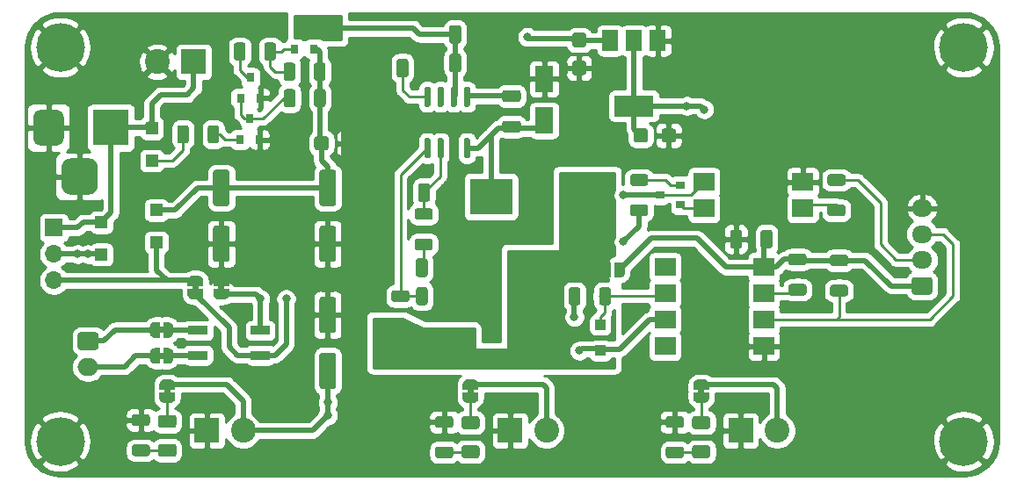
<source format=gbr>
G04 #@! TF.GenerationSoftware,KiCad,Pcbnew,6.0.5+dfsg-1~bpo11+1*
G04 #@! TF.CreationDate,2022-06-16T13:06:08+00:00*
G04 #@! TF.ProjectId,PowerDistribution,506f7765-7244-4697-9374-726962757469,v1.0.0-RC2*
G04 #@! TF.SameCoordinates,Original*
G04 #@! TF.FileFunction,Copper,L1,Top*
G04 #@! TF.FilePolarity,Positive*
%FSLAX46Y46*%
G04 Gerber Fmt 4.6, Leading zero omitted, Abs format (unit mm)*
G04 Created by KiCad (PCBNEW 6.0.5+dfsg-1~bpo11+1) date 2022-06-16 13:06:08*
%MOMM*%
%LPD*%
G01*
G04 APERTURE LIST*
G04 #@! TA.AperFunction,SMDPad,CuDef*
%ADD10R,1.840000X0.900000*%
G04 #@! TD*
G04 #@! TA.AperFunction,SMDPad,CuDef*
%ADD11R,1.900000X0.900000*%
G04 #@! TD*
G04 #@! TA.AperFunction,SMDPad,CuDef*
%ADD12R,1.220000X1.150000*%
G04 #@! TD*
G04 #@! TA.AperFunction,ComponentPad*
%ADD13C,2.400000*%
G04 #@! TD*
G04 #@! TA.AperFunction,ComponentPad*
%ADD14R,2.400000X2.400000*%
G04 #@! TD*
G04 #@! TA.AperFunction,ComponentPad*
%ADD15C,4.700000*%
G04 #@! TD*
G04 #@! TA.AperFunction,ComponentPad*
%ADD16O,1.950000X1.700000*%
G04 #@! TD*
G04 #@! TA.AperFunction,SMDPad,CuDef*
%ADD17R,1.800000X2.500000*%
G04 #@! TD*
G04 #@! TA.AperFunction,SMDPad,CuDef*
%ADD18R,1.000000X1.000000*%
G04 #@! TD*
G04 #@! TA.AperFunction,SMDPad,CuDef*
%ADD19R,0.800000X0.900000*%
G04 #@! TD*
G04 #@! TA.AperFunction,SMDPad,CuDef*
%ADD20R,4.100000X3.500000*%
G04 #@! TD*
G04 #@! TA.AperFunction,ComponentPad*
%ADD21R,3.500000X3.500000*%
G04 #@! TD*
G04 #@! TA.AperFunction,SMDPad,CuDef*
%ADD22R,1.500000X2.000000*%
G04 #@! TD*
G04 #@! TA.AperFunction,SMDPad,CuDef*
%ADD23R,3.800000X2.000000*%
G04 #@! TD*
G04 #@! TA.AperFunction,ComponentPad*
%ADD24O,1.700000X1.700000*%
G04 #@! TD*
G04 #@! TA.AperFunction,ComponentPad*
%ADD25R,1.700000X1.700000*%
G04 #@! TD*
G04 #@! TA.AperFunction,SMDPad,CuDef*
%ADD26R,2.000000X1.780000*%
G04 #@! TD*
G04 #@! TA.AperFunction,SMDPad,CuDef*
%ADD27R,0.900000X0.800000*%
G04 #@! TD*
G04 #@! TA.AperFunction,ComponentPad*
%ADD28O,2.000000X1.700000*%
G04 #@! TD*
G04 #@! TA.AperFunction,ViaPad*
%ADD29C,0.800000*%
G04 #@! TD*
G04 #@! TA.AperFunction,Conductor*
%ADD30C,0.500000*%
G04 #@! TD*
G04 #@! TA.AperFunction,Conductor*
%ADD31C,0.250000*%
G04 #@! TD*
G04 #@! TA.AperFunction,Conductor*
%ADD32C,0.254000*%
G04 #@! TD*
G04 APERTURE END LIST*
G36*
X37300000Y-47400000D02*
G01*
X36700000Y-47400000D01*
X36700000Y-46900000D01*
X37300000Y-46900000D01*
X37300000Y-47400000D01*
G37*
G36*
X63800000Y-57415000D02*
G01*
X63200000Y-57415000D01*
X63200000Y-56915000D01*
X63800000Y-56915000D01*
X63800000Y-57415000D01*
G37*
G36*
X34590000Y-57415000D02*
G01*
X33990000Y-57415000D01*
X33990000Y-56915000D01*
X34590000Y-56915000D01*
X34590000Y-57415000D01*
G37*
G36*
X86025000Y-57415000D02*
G01*
X85425000Y-57415000D01*
X85425000Y-56915000D01*
X86025000Y-56915000D01*
X86025000Y-57415000D01*
G37*
G36*
X39800000Y-47400000D02*
G01*
X39200000Y-47400000D01*
X39200000Y-46900000D01*
X39800000Y-46900000D01*
X39800000Y-47400000D01*
G37*
G36*
X34000000Y-51550000D02*
G01*
X33500000Y-51550000D01*
X33500000Y-50950000D01*
X34000000Y-50950000D01*
X34000000Y-51550000D01*
G37*
G36*
X34000000Y-54050000D02*
G01*
X33500000Y-54050000D01*
X33500000Y-53450000D01*
X34000000Y-53450000D01*
X34000000Y-54050000D01*
G37*
G04 #@! TA.AperFunction,SMDPad,CuDef*
G36*
G01*
X51150000Y-33675000D02*
X51150000Y-32825000D01*
G75*
G02*
X51400000Y-32575000I250000J0D01*
G01*
X52300000Y-32575000D01*
G75*
G02*
X52550000Y-32825000I0J-250000D01*
G01*
X52550000Y-33675000D01*
G75*
G02*
X52300000Y-33925000I-250000J0D01*
G01*
X51400000Y-33925000D01*
G75*
G02*
X51150000Y-33675000I0J250000D01*
G01*
G37*
G04 #@! TD.AperFunction*
G04 #@! TA.AperFunction,SMDPad,CuDef*
G36*
G01*
X48450000Y-33675000D02*
X48450000Y-32825000D01*
G75*
G02*
X48700000Y-32575000I250000J0D01*
G01*
X49600000Y-32575000D01*
G75*
G02*
X49850000Y-32825000I0J-250000D01*
G01*
X49850000Y-33675000D01*
G75*
G02*
X49600000Y-33925000I-250000J0D01*
G01*
X48700000Y-33925000D01*
G75*
G02*
X48450000Y-33675000I0J250000D01*
G01*
G37*
G04 #@! TD.AperFunction*
G04 #@! TA.AperFunction,SMDPad,CuDef*
G36*
G01*
X50300000Y-51550000D02*
X49200000Y-51550000D01*
G75*
G02*
X48950000Y-51300000I0J250000D01*
G01*
X48950000Y-48300000D01*
G75*
G02*
X49200000Y-48050000I250000J0D01*
G01*
X50300000Y-48050000D01*
G75*
G02*
X50550000Y-48300000I0J-250000D01*
G01*
X50550000Y-51300000D01*
G75*
G02*
X50300000Y-51550000I-250000J0D01*
G01*
G37*
G04 #@! TD.AperFunction*
G04 #@! TA.AperFunction,SMDPad,CuDef*
G36*
G01*
X50300000Y-56950000D02*
X49200000Y-56950000D01*
G75*
G02*
X48950000Y-56700000I0J250000D01*
G01*
X48950000Y-53700000D01*
G75*
G02*
X49200000Y-53450000I250000J0D01*
G01*
X50300000Y-53450000D01*
G75*
G02*
X50550000Y-53700000I0J-250000D01*
G01*
X50550000Y-56700000D01*
G75*
G02*
X50300000Y-56950000I-250000J0D01*
G01*
G37*
G04 #@! TD.AperFunction*
G04 #@! TA.AperFunction,SMDPad,CuDef*
G36*
G01*
X38950000Y-41200000D02*
X40050000Y-41200000D01*
G75*
G02*
X40300000Y-41450000I0J-250000D01*
G01*
X40300000Y-44450000D01*
G75*
G02*
X40050000Y-44700000I-250000J0D01*
G01*
X38950000Y-44700000D01*
G75*
G02*
X38700000Y-44450000I0J250000D01*
G01*
X38700000Y-41450000D01*
G75*
G02*
X38950000Y-41200000I250000J0D01*
G01*
G37*
G04 #@! TD.AperFunction*
G04 #@! TA.AperFunction,SMDPad,CuDef*
G36*
G01*
X38950000Y-35800000D02*
X40050000Y-35800000D01*
G75*
G02*
X40300000Y-36050000I0J-250000D01*
G01*
X40300000Y-39050000D01*
G75*
G02*
X40050000Y-39300000I-250000J0D01*
G01*
X38950000Y-39300000D01*
G75*
G02*
X38700000Y-39050000I0J250000D01*
G01*
X38700000Y-36050000D01*
G75*
G02*
X38950000Y-35800000I250000J0D01*
G01*
G37*
G04 #@! TD.AperFunction*
G04 #@! TA.AperFunction,SMDPad,CuDef*
G36*
G01*
X49200000Y-41200000D02*
X50300000Y-41200000D01*
G75*
G02*
X50550000Y-41450000I0J-250000D01*
G01*
X50550000Y-44450000D01*
G75*
G02*
X50300000Y-44700000I-250000J0D01*
G01*
X49200000Y-44700000D01*
G75*
G02*
X48950000Y-44450000I0J250000D01*
G01*
X48950000Y-41450000D01*
G75*
G02*
X49200000Y-41200000I250000J0D01*
G01*
G37*
G04 #@! TD.AperFunction*
G04 #@! TA.AperFunction,SMDPad,CuDef*
G36*
G01*
X49200000Y-35800000D02*
X50300000Y-35800000D01*
G75*
G02*
X50550000Y-36050000I0J-250000D01*
G01*
X50550000Y-39050000D01*
G75*
G02*
X50300000Y-39300000I-250000J0D01*
G01*
X49200000Y-39300000D01*
G75*
G02*
X48950000Y-39050000I0J250000D01*
G01*
X48950000Y-36050000D01*
G75*
G02*
X49200000Y-35800000I250000J0D01*
G01*
G37*
G04 #@! TD.AperFunction*
G04 #@! TA.AperFunction,SMDPad,CuDef*
G36*
X37750000Y-47300000D02*
G01*
X37750000Y-47800000D01*
X37745033Y-47800000D01*
X37743568Y-47879941D01*
X37701293Y-48015256D01*
X37622738Y-48133266D01*
X37514219Y-48224486D01*
X37384460Y-48281581D01*
X37250000Y-48299164D01*
X37250000Y-48300000D01*
X36750000Y-48300000D01*
X36750000Y-48299164D01*
X36743891Y-48299963D01*
X36603814Y-48278152D01*
X36475489Y-48217904D01*
X36369231Y-48124060D01*
X36293583Y-48004165D01*
X36254626Y-47867858D01*
X36255041Y-47800000D01*
X36250000Y-47800000D01*
X36250000Y-47300000D01*
X37750000Y-47300000D01*
G37*
G04 #@! TD.AperFunction*
G04 #@! TA.AperFunction,SMDPad,CuDef*
G36*
X36255041Y-46500000D02*
G01*
X36255492Y-46426095D01*
X36296111Y-46290274D01*
X36373218Y-46171312D01*
X36480615Y-46078774D01*
X36609667Y-46020097D01*
X36750000Y-46000000D01*
X37250000Y-46000000D01*
X37262216Y-46000149D01*
X37402017Y-46023669D01*
X37529596Y-46085481D01*
X37634700Y-46180616D01*
X37708877Y-46301426D01*
X37746166Y-46438199D01*
X37745033Y-46500000D01*
X37750000Y-46500000D01*
X37750000Y-47000000D01*
X36250000Y-47000000D01*
X36250000Y-46500000D01*
X36255041Y-46500000D01*
G37*
G04 #@! TD.AperFunction*
D10*
X37250000Y-53700000D03*
D11*
X37250000Y-51300000D03*
D10*
X43250000Y-53700000D03*
X43250000Y-51300000D03*
G04 #@! TA.AperFunction,SMDPad,CuDef*
G36*
G01*
X36372500Y-31759999D02*
X36372500Y-33010001D01*
G75*
G02*
X36122501Y-33260000I-249999J0D01*
G01*
X35497499Y-33260000D01*
G75*
G02*
X35247500Y-33010001I0J249999D01*
G01*
X35247500Y-31759999D01*
G75*
G02*
X35497499Y-31510000I249999J0D01*
G01*
X36122501Y-31510000D01*
G75*
G02*
X36372500Y-31759999I0J-249999D01*
G01*
G37*
G04 #@! TD.AperFunction*
G04 #@! TA.AperFunction,SMDPad,CuDef*
G36*
G01*
X39297500Y-31759999D02*
X39297500Y-33010001D01*
G75*
G02*
X39047501Y-33260000I-249999J0D01*
G01*
X38422499Y-33260000D01*
G75*
G02*
X38172500Y-33010001I0J249999D01*
G01*
X38172500Y-31759999D01*
G75*
G02*
X38422499Y-31510000I249999J0D01*
G01*
X39047501Y-31510000D01*
G75*
G02*
X39297500Y-31759999I0J-249999D01*
G01*
G37*
G04 #@! TD.AperFunction*
D12*
X32800000Y-31825000D03*
X32800000Y-34925000D03*
D13*
X33330000Y-25400000D03*
D14*
X36830000Y-25400000D03*
G04 #@! TA.AperFunction,SMDPad,CuDef*
G36*
G01*
X34915000Y-60690000D02*
X33665000Y-60690000D01*
G75*
G02*
X33415000Y-60440000I0J250000D01*
G01*
X33415000Y-59690000D01*
G75*
G02*
X33665000Y-59440000I250000J0D01*
G01*
X34915000Y-59440000D01*
G75*
G02*
X35165000Y-59690000I0J-250000D01*
G01*
X35165000Y-60440000D01*
G75*
G02*
X34915000Y-60690000I-250000J0D01*
G01*
G37*
G04 #@! TD.AperFunction*
G04 #@! TA.AperFunction,SMDPad,CuDef*
G36*
G01*
X34915000Y-63490000D02*
X33665000Y-63490000D01*
G75*
G02*
X33415000Y-63240000I0J250000D01*
G01*
X33415000Y-62490000D01*
G75*
G02*
X33665000Y-62240000I250000J0D01*
G01*
X34915000Y-62240000D01*
G75*
G02*
X35165000Y-62490000I0J-250000D01*
G01*
X35165000Y-63240000D01*
G75*
G02*
X34915000Y-63490000I-250000J0D01*
G01*
G37*
G04 #@! TD.AperFunction*
D13*
X41600000Y-60960000D03*
D14*
X38100000Y-60960000D03*
D13*
X93035000Y-60960000D03*
D14*
X89535000Y-60960000D03*
D13*
X70810000Y-60960000D03*
D14*
X67310000Y-60960000D03*
D12*
X27940000Y-40868000D03*
X27940000Y-43968000D03*
D15*
X24000000Y-24000000D03*
G04 #@! TA.AperFunction,SMDPad,CuDef*
G36*
X77866000Y-44721041D02*
G01*
X77939905Y-44721492D01*
X78075726Y-44762111D01*
X78194688Y-44839218D01*
X78287226Y-44946615D01*
X78345903Y-45075667D01*
X78366000Y-45216000D01*
X78366000Y-45716000D01*
X78365851Y-45728216D01*
X78342331Y-45868017D01*
X78280519Y-45995596D01*
X78185384Y-46100700D01*
X78064574Y-46174877D01*
X77927801Y-46212166D01*
X77866000Y-46211033D01*
X77866000Y-46216000D01*
X77366000Y-46216000D01*
X77366000Y-44716000D01*
X77866000Y-44716000D01*
X77866000Y-44721041D01*
G37*
G04 #@! TD.AperFunction*
G04 #@! TA.AperFunction,SMDPad,CuDef*
G36*
X77066000Y-46216000D02*
G01*
X76566000Y-46216000D01*
X76566000Y-46211033D01*
X76486059Y-46209568D01*
X76350744Y-46167293D01*
X76232734Y-46088738D01*
X76141514Y-45980219D01*
X76084419Y-45850460D01*
X76066836Y-45716000D01*
X76066000Y-45716000D01*
X76066000Y-45216000D01*
X76066836Y-45216000D01*
X76066037Y-45209891D01*
X76087848Y-45069814D01*
X76148096Y-44941489D01*
X76241940Y-44835231D01*
X76361835Y-44759583D01*
X76498142Y-44720626D01*
X76566000Y-44721041D01*
X76566000Y-44716000D01*
X77066000Y-44716000D01*
X77066000Y-46216000D01*
G37*
G04 #@! TD.AperFunction*
D16*
X107000000Y-39500000D03*
X107000000Y-42000000D03*
X107000000Y-44500000D03*
G04 #@! TA.AperFunction,ComponentPad*
G36*
G01*
X107725000Y-47850000D02*
X106275000Y-47850000D01*
G75*
G02*
X106025000Y-47600000I0J250000D01*
G01*
X106025000Y-46400000D01*
G75*
G02*
X106275000Y-46150000I250000J0D01*
G01*
X107725000Y-46150000D01*
G75*
G02*
X107975000Y-46400000I0J-250000D01*
G01*
X107975000Y-47600000D01*
G75*
G02*
X107725000Y-47850000I-250000J0D01*
G01*
G37*
G04 #@! TD.AperFunction*
D17*
X70612000Y-27051500D03*
X70612000Y-31051500D03*
D18*
X76000000Y-53250000D03*
X76000000Y-50750000D03*
G04 #@! TA.AperFunction,SMDPad,CuDef*
G36*
G01*
X43637500Y-25025000D02*
X43637500Y-23775000D01*
G75*
G02*
X43887500Y-23525000I250000J0D01*
G01*
X44512500Y-23525000D01*
G75*
G02*
X44762500Y-23775000I0J-250000D01*
G01*
X44762500Y-25025000D01*
G75*
G02*
X44512500Y-25275000I-250000J0D01*
G01*
X43887500Y-25275000D01*
G75*
G02*
X43637500Y-25025000I0J250000D01*
G01*
G37*
G04 #@! TD.AperFunction*
G04 #@! TA.AperFunction,SMDPad,CuDef*
G36*
G01*
X40712500Y-25025000D02*
X40712500Y-23775000D01*
G75*
G02*
X40962500Y-23525000I250000J0D01*
G01*
X41587500Y-23525000D01*
G75*
G02*
X41837500Y-23775000I0J-250000D01*
G01*
X41837500Y-25025000D01*
G75*
G02*
X41587500Y-25275000I-250000J0D01*
G01*
X40962500Y-25275000D01*
G75*
G02*
X40712500Y-25025000I0J250000D01*
G01*
G37*
G04 #@! TD.AperFunction*
G04 #@! TA.AperFunction,SMDPad,CuDef*
G36*
G01*
X46637500Y-28275000D02*
X46637500Y-29525000D01*
G75*
G02*
X46387500Y-29775000I-250000J0D01*
G01*
X45762500Y-29775000D01*
G75*
G02*
X45512500Y-29525000I0J250000D01*
G01*
X45512500Y-28275000D01*
G75*
G02*
X45762500Y-28025000I250000J0D01*
G01*
X46387500Y-28025000D01*
G75*
G02*
X46637500Y-28275000I0J-250000D01*
G01*
G37*
G04 #@! TD.AperFunction*
G04 #@! TA.AperFunction,SMDPad,CuDef*
G36*
G01*
X49562500Y-28275000D02*
X49562500Y-29525000D01*
G75*
G02*
X49312500Y-29775000I-250000J0D01*
G01*
X48687500Y-29775000D01*
G75*
G02*
X48437500Y-29525000I0J250000D01*
G01*
X48437500Y-28275000D01*
G75*
G02*
X48687500Y-28025000I250000J0D01*
G01*
X49312500Y-28025000D01*
G75*
G02*
X49562500Y-28275000I0J-250000D01*
G01*
G37*
G04 #@! TD.AperFunction*
D19*
X42300000Y-26900000D03*
X43250000Y-28900000D03*
X41350000Y-28900000D03*
D15*
X111000000Y-24000000D03*
X111000000Y-62000000D03*
X24000000Y-62000000D03*
D20*
X75000000Y-38400000D03*
X65500000Y-38400000D03*
G04 #@! TA.AperFunction,SMDPad,CuDef*
G36*
G01*
X58375000Y-42437500D02*
X59625000Y-42437500D01*
G75*
G02*
X59875000Y-42687500I0J-250000D01*
G01*
X59875000Y-43312500D01*
G75*
G02*
X59625000Y-43562500I-250000J0D01*
G01*
X58375000Y-43562500D01*
G75*
G02*
X58125000Y-43312500I0J250000D01*
G01*
X58125000Y-42687500D01*
G75*
G02*
X58375000Y-42437500I250000J0D01*
G01*
G37*
G04 #@! TD.AperFunction*
G04 #@! TA.AperFunction,SMDPad,CuDef*
G36*
G01*
X58375000Y-39512500D02*
X59625000Y-39512500D01*
G75*
G02*
X59875000Y-39762500I0J-250000D01*
G01*
X59875000Y-40387500D01*
G75*
G02*
X59625000Y-40637500I-250000J0D01*
G01*
X58375000Y-40637500D01*
G75*
G02*
X58125000Y-40387500I0J250000D01*
G01*
X58125000Y-39762500D01*
G75*
G02*
X58375000Y-39512500I250000J0D01*
G01*
G37*
G04 #@! TD.AperFunction*
G04 #@! TA.AperFunction,SMDPad,CuDef*
G36*
G01*
X61187500Y-48625000D02*
X61187500Y-47375000D01*
G75*
G02*
X61437500Y-47125000I250000J0D01*
G01*
X62062500Y-47125000D01*
G75*
G02*
X62312500Y-47375000I0J-250000D01*
G01*
X62312500Y-48625000D01*
G75*
G02*
X62062500Y-48875000I-250000J0D01*
G01*
X61437500Y-48875000D01*
G75*
G02*
X61187500Y-48625000I0J250000D01*
G01*
G37*
G04 #@! TD.AperFunction*
G04 #@! TA.AperFunction,SMDPad,CuDef*
G36*
G01*
X58262500Y-48625000D02*
X58262500Y-47375000D01*
G75*
G02*
X58512500Y-47125000I250000J0D01*
G01*
X59137500Y-47125000D01*
G75*
G02*
X59387500Y-47375000I0J-250000D01*
G01*
X59387500Y-48625000D01*
G75*
G02*
X59137500Y-48875000I-250000J0D01*
G01*
X58512500Y-48875000D01*
G75*
G02*
X58262500Y-48625000I0J250000D01*
G01*
G37*
G04 #@! TD.AperFunction*
G04 #@! TA.AperFunction,SMDPad,CuDef*
G36*
G01*
X57375000Y-48562500D02*
X56125000Y-48562500D01*
G75*
G02*
X55875000Y-48312500I0J250000D01*
G01*
X55875000Y-47687500D01*
G75*
G02*
X56125000Y-47437500I250000J0D01*
G01*
X57375000Y-47437500D01*
G75*
G02*
X57625000Y-47687500I0J-250000D01*
G01*
X57625000Y-48312500D01*
G75*
G02*
X57375000Y-48562500I-250000J0D01*
G01*
G37*
G04 #@! TD.AperFunction*
G04 #@! TA.AperFunction,SMDPad,CuDef*
G36*
G01*
X57375000Y-51487500D02*
X56125000Y-51487500D01*
G75*
G02*
X55875000Y-51237500I0J250000D01*
G01*
X55875000Y-50612500D01*
G75*
G02*
X56125000Y-50362500I250000J0D01*
G01*
X57375000Y-50362500D01*
G75*
G02*
X57625000Y-50612500I0J-250000D01*
G01*
X57625000Y-51237500D01*
G75*
G02*
X57375000Y-51487500I-250000J0D01*
G01*
G37*
G04 #@! TD.AperFunction*
G04 #@! TA.AperFunction,SMDPad,CuDef*
G36*
G01*
X66325000Y-47350000D02*
X66325000Y-48650000D01*
G75*
G02*
X66075000Y-48900000I-250000J0D01*
G01*
X65425000Y-48900000D01*
G75*
G02*
X65175000Y-48650000I0J250000D01*
G01*
X65175000Y-47350000D01*
G75*
G02*
X65425000Y-47100000I250000J0D01*
G01*
X66075000Y-47100000D01*
G75*
G02*
X66325000Y-47350000I0J-250000D01*
G01*
G37*
G04 #@! TD.AperFunction*
G04 #@! TA.AperFunction,SMDPad,CuDef*
G36*
G01*
X69275000Y-47350000D02*
X69275000Y-48650000D01*
G75*
G02*
X69025000Y-48900000I-250000J0D01*
G01*
X68375000Y-48900000D01*
G75*
G02*
X68125000Y-48650000I0J250000D01*
G01*
X68125000Y-47350000D01*
G75*
G02*
X68375000Y-47100000I250000J0D01*
G01*
X69025000Y-47100000D01*
G75*
G02*
X69275000Y-47350000I0J-250000D01*
G01*
G37*
G04 #@! TD.AperFunction*
G04 #@! TA.AperFunction,SMDPad,CuDef*
G36*
G01*
X63005000Y-32750000D02*
X63305000Y-32750000D01*
G75*
G02*
X63455000Y-32900000I0J-150000D01*
G01*
X63455000Y-34550000D01*
G75*
G02*
X63305000Y-34700000I-150000J0D01*
G01*
X63005000Y-34700000D01*
G75*
G02*
X62855000Y-34550000I0J150000D01*
G01*
X62855000Y-32900000D01*
G75*
G02*
X63005000Y-32750000I150000J0D01*
G01*
G37*
G04 #@! TD.AperFunction*
G04 #@! TA.AperFunction,SMDPad,CuDef*
G36*
G01*
X61735000Y-32750000D02*
X62035000Y-32750000D01*
G75*
G02*
X62185000Y-32900000I0J-150000D01*
G01*
X62185000Y-34550000D01*
G75*
G02*
X62035000Y-34700000I-150000J0D01*
G01*
X61735000Y-34700000D01*
G75*
G02*
X61585000Y-34550000I0J150000D01*
G01*
X61585000Y-32900000D01*
G75*
G02*
X61735000Y-32750000I150000J0D01*
G01*
G37*
G04 #@! TD.AperFunction*
G04 #@! TA.AperFunction,SMDPad,CuDef*
G36*
G01*
X60465000Y-32750000D02*
X60765000Y-32750000D01*
G75*
G02*
X60915000Y-32900000I0J-150000D01*
G01*
X60915000Y-34550000D01*
G75*
G02*
X60765000Y-34700000I-150000J0D01*
G01*
X60465000Y-34700000D01*
G75*
G02*
X60315000Y-34550000I0J150000D01*
G01*
X60315000Y-32900000D01*
G75*
G02*
X60465000Y-32750000I150000J0D01*
G01*
G37*
G04 #@! TD.AperFunction*
G04 #@! TA.AperFunction,SMDPad,CuDef*
G36*
G01*
X59195000Y-32750000D02*
X59495000Y-32750000D01*
G75*
G02*
X59645000Y-32900000I0J-150000D01*
G01*
X59645000Y-34550000D01*
G75*
G02*
X59495000Y-34700000I-150000J0D01*
G01*
X59195000Y-34700000D01*
G75*
G02*
X59045000Y-34550000I0J150000D01*
G01*
X59045000Y-32900000D01*
G75*
G02*
X59195000Y-32750000I150000J0D01*
G01*
G37*
G04 #@! TD.AperFunction*
G04 #@! TA.AperFunction,SMDPad,CuDef*
G36*
G01*
X59195000Y-27800000D02*
X59495000Y-27800000D01*
G75*
G02*
X59645000Y-27950000I0J-150000D01*
G01*
X59645000Y-29600000D01*
G75*
G02*
X59495000Y-29750000I-150000J0D01*
G01*
X59195000Y-29750000D01*
G75*
G02*
X59045000Y-29600000I0J150000D01*
G01*
X59045000Y-27950000D01*
G75*
G02*
X59195000Y-27800000I150000J0D01*
G01*
G37*
G04 #@! TD.AperFunction*
G04 #@! TA.AperFunction,SMDPad,CuDef*
G36*
G01*
X60465000Y-27800000D02*
X60765000Y-27800000D01*
G75*
G02*
X60915000Y-27950000I0J-150000D01*
G01*
X60915000Y-29600000D01*
G75*
G02*
X60765000Y-29750000I-150000J0D01*
G01*
X60465000Y-29750000D01*
G75*
G02*
X60315000Y-29600000I0J150000D01*
G01*
X60315000Y-27950000D01*
G75*
G02*
X60465000Y-27800000I150000J0D01*
G01*
G37*
G04 #@! TD.AperFunction*
G04 #@! TA.AperFunction,SMDPad,CuDef*
G36*
G01*
X61735000Y-27800000D02*
X62035000Y-27800000D01*
G75*
G02*
X62185000Y-27950000I0J-150000D01*
G01*
X62185000Y-29600000D01*
G75*
G02*
X62035000Y-29750000I-150000J0D01*
G01*
X61735000Y-29750000D01*
G75*
G02*
X61585000Y-29600000I0J150000D01*
G01*
X61585000Y-27950000D01*
G75*
G02*
X61735000Y-27800000I150000J0D01*
G01*
G37*
G04 #@! TD.AperFunction*
G04 #@! TA.AperFunction,SMDPad,CuDef*
G36*
G01*
X63005000Y-27800000D02*
X63305000Y-27800000D01*
G75*
G02*
X63455000Y-27950000I0J-150000D01*
G01*
X63455000Y-29600000D01*
G75*
G02*
X63305000Y-29750000I-150000J0D01*
G01*
X63005000Y-29750000D01*
G75*
G02*
X62855000Y-29600000I0J150000D01*
G01*
X62855000Y-27950000D01*
G75*
G02*
X63005000Y-27800000I150000J0D01*
G01*
G37*
G04 #@! TD.AperFunction*
D12*
X33250000Y-42800000D03*
X33250000Y-39700000D03*
G04 #@! TA.AperFunction,SMDPad,CuDef*
G36*
G01*
X66350000Y-44600000D02*
X66350000Y-45900000D01*
G75*
G02*
X66100000Y-46150000I-250000J0D01*
G01*
X65450000Y-46150000D01*
G75*
G02*
X65200000Y-45900000I0J250000D01*
G01*
X65200000Y-44600000D01*
G75*
G02*
X65450000Y-44350000I250000J0D01*
G01*
X66100000Y-44350000D01*
G75*
G02*
X66350000Y-44600000I0J-250000D01*
G01*
G37*
G04 #@! TD.AperFunction*
G04 #@! TA.AperFunction,SMDPad,CuDef*
G36*
G01*
X69300000Y-44600000D02*
X69300000Y-45900000D01*
G75*
G02*
X69050000Y-46150000I-250000J0D01*
G01*
X68400000Y-46150000D01*
G75*
G02*
X68150000Y-45900000I0J250000D01*
G01*
X68150000Y-44600000D01*
G75*
G02*
X68400000Y-44350000I250000J0D01*
G01*
X69050000Y-44350000D01*
G75*
G02*
X69300000Y-44600000I0J-250000D01*
G01*
G37*
G04 #@! TD.AperFunction*
G04 #@! TA.AperFunction,SMDPad,CuDef*
G36*
G01*
X54575000Y-25350000D02*
X54575000Y-26650000D01*
G75*
G02*
X54325000Y-26900000I-250000J0D01*
G01*
X53675000Y-26900000D01*
G75*
G02*
X53425000Y-26650000I0J250000D01*
G01*
X53425000Y-25350000D01*
G75*
G02*
X53675000Y-25100000I250000J0D01*
G01*
X54325000Y-25100000D01*
G75*
G02*
X54575000Y-25350000I0J-250000D01*
G01*
G37*
G04 #@! TD.AperFunction*
G04 #@! TA.AperFunction,SMDPad,CuDef*
G36*
G01*
X57525000Y-25350000D02*
X57525000Y-26650000D01*
G75*
G02*
X57275000Y-26900000I-250000J0D01*
G01*
X56625000Y-26900000D01*
G75*
G02*
X56375000Y-26650000I0J250000D01*
G01*
X56375000Y-25350000D01*
G75*
G02*
X56625000Y-25100000I250000J0D01*
G01*
X57275000Y-25100000D01*
G75*
G02*
X57525000Y-25350000I0J-250000D01*
G01*
G37*
G04 #@! TD.AperFunction*
G04 #@! TA.AperFunction,SMDPad,CuDef*
G36*
G01*
X61175000Y-45900000D02*
X61175000Y-44600000D01*
G75*
G02*
X61425000Y-44350000I250000J0D01*
G01*
X62075000Y-44350000D01*
G75*
G02*
X62325000Y-44600000I0J-250000D01*
G01*
X62325000Y-45900000D01*
G75*
G02*
X62075000Y-46150000I-250000J0D01*
G01*
X61425000Y-46150000D01*
G75*
G02*
X61175000Y-45900000I0J250000D01*
G01*
G37*
G04 #@! TD.AperFunction*
G04 #@! TA.AperFunction,SMDPad,CuDef*
G36*
G01*
X58225000Y-45900000D02*
X58225000Y-44600000D01*
G75*
G02*
X58475000Y-44350000I250000J0D01*
G01*
X59125000Y-44350000D01*
G75*
G02*
X59375000Y-44600000I0J-250000D01*
G01*
X59375000Y-45900000D01*
G75*
G02*
X59125000Y-46150000I-250000J0D01*
G01*
X58475000Y-46150000D01*
G75*
G02*
X58225000Y-45900000I0J250000D01*
G01*
G37*
G04 #@! TD.AperFunction*
G04 #@! TA.AperFunction,SMDPad,CuDef*
G36*
G01*
X64400000Y-23400000D02*
X64400000Y-22100000D01*
G75*
G02*
X64650000Y-21850000I250000J0D01*
G01*
X65300000Y-21850000D01*
G75*
G02*
X65550000Y-22100000I0J-250000D01*
G01*
X65550000Y-23400000D01*
G75*
G02*
X65300000Y-23650000I-250000J0D01*
G01*
X64650000Y-23650000D01*
G75*
G02*
X64400000Y-23400000I0J250000D01*
G01*
G37*
G04 #@! TD.AperFunction*
G04 #@! TA.AperFunction,SMDPad,CuDef*
G36*
G01*
X61450000Y-23400000D02*
X61450000Y-22100000D01*
G75*
G02*
X61700000Y-21850000I250000J0D01*
G01*
X62350000Y-21850000D01*
G75*
G02*
X62600000Y-22100000I0J-250000D01*
G01*
X62600000Y-23400000D01*
G75*
G02*
X62350000Y-23650000I-250000J0D01*
G01*
X61700000Y-23650000D01*
G75*
G02*
X61450000Y-23400000I0J250000D01*
G01*
G37*
G04 #@! TD.AperFunction*
G04 #@! TA.AperFunction,SMDPad,CuDef*
G36*
G01*
X61400000Y-38650000D02*
X61400000Y-37350000D01*
G75*
G02*
X61650000Y-37100000I250000J0D01*
G01*
X62300000Y-37100000D01*
G75*
G02*
X62550000Y-37350000I0J-250000D01*
G01*
X62550000Y-38650000D01*
G75*
G02*
X62300000Y-38900000I-250000J0D01*
G01*
X61650000Y-38900000D01*
G75*
G02*
X61400000Y-38650000I0J250000D01*
G01*
G37*
G04 #@! TD.AperFunction*
G04 #@! TA.AperFunction,SMDPad,CuDef*
G36*
G01*
X58450000Y-38650000D02*
X58450000Y-37350000D01*
G75*
G02*
X58700000Y-37100000I250000J0D01*
G01*
X59350000Y-37100000D01*
G75*
G02*
X59600000Y-37350000I0J-250000D01*
G01*
X59600000Y-38650000D01*
G75*
G02*
X59350000Y-38900000I-250000J0D01*
G01*
X58700000Y-38900000D01*
G75*
G02*
X58450000Y-38650000I0J250000D01*
G01*
G37*
G04 #@! TD.AperFunction*
G04 #@! TA.AperFunction,SMDPad,CuDef*
G36*
G01*
X99625000Y-45100000D02*
X98375000Y-45100000D01*
G75*
G02*
X98125000Y-44850000I0J250000D01*
G01*
X98125000Y-44225000D01*
G75*
G02*
X98375000Y-43975000I250000J0D01*
G01*
X99625000Y-43975000D01*
G75*
G02*
X99875000Y-44225000I0J-250000D01*
G01*
X99875000Y-44850000D01*
G75*
G02*
X99625000Y-45100000I-250000J0D01*
G01*
G37*
G04 #@! TD.AperFunction*
G04 #@! TA.AperFunction,SMDPad,CuDef*
G36*
G01*
X99625000Y-48025000D02*
X98375000Y-48025000D01*
G75*
G02*
X98125000Y-47775000I0J250000D01*
G01*
X98125000Y-47150000D01*
G75*
G02*
X98375000Y-46900000I250000J0D01*
G01*
X99625000Y-46900000D01*
G75*
G02*
X99875000Y-47150000I0J-250000D01*
G01*
X99875000Y-47775000D01*
G75*
G02*
X99625000Y-48025000I-250000J0D01*
G01*
G37*
G04 #@! TD.AperFunction*
G04 #@! TA.AperFunction,SMDPad,CuDef*
G36*
G01*
X95625000Y-45012500D02*
X94375000Y-45012500D01*
G75*
G02*
X94125000Y-44762500I0J250000D01*
G01*
X94125000Y-44137500D01*
G75*
G02*
X94375000Y-43887500I250000J0D01*
G01*
X95625000Y-43887500D01*
G75*
G02*
X95875000Y-44137500I0J-250000D01*
G01*
X95875000Y-44762500D01*
G75*
G02*
X95625000Y-45012500I-250000J0D01*
G01*
G37*
G04 #@! TD.AperFunction*
G04 #@! TA.AperFunction,SMDPad,CuDef*
G36*
G01*
X95625000Y-47937500D02*
X94375000Y-47937500D01*
G75*
G02*
X94125000Y-47687500I0J250000D01*
G01*
X94125000Y-47062500D01*
G75*
G02*
X94375000Y-46812500I250000J0D01*
G01*
X95625000Y-46812500D01*
G75*
G02*
X95875000Y-47062500I0J-250000D01*
G01*
X95875000Y-47687500D01*
G75*
G02*
X95625000Y-47937500I-250000J0D01*
G01*
G37*
G04 #@! TD.AperFunction*
G04 #@! TA.AperFunction,SMDPad,CuDef*
G36*
G01*
X98125000Y-39150000D02*
X99375000Y-39150000D01*
G75*
G02*
X99625000Y-39400000I0J-250000D01*
G01*
X99625000Y-40025000D01*
G75*
G02*
X99375000Y-40275000I-250000J0D01*
G01*
X98125000Y-40275000D01*
G75*
G02*
X97875000Y-40025000I0J250000D01*
G01*
X97875000Y-39400000D01*
G75*
G02*
X98125000Y-39150000I250000J0D01*
G01*
G37*
G04 #@! TD.AperFunction*
G04 #@! TA.AperFunction,SMDPad,CuDef*
G36*
G01*
X98125000Y-36225000D02*
X99375000Y-36225000D01*
G75*
G02*
X99625000Y-36475000I0J-250000D01*
G01*
X99625000Y-37100000D01*
G75*
G02*
X99375000Y-37350000I-250000J0D01*
G01*
X98125000Y-37350000D01*
G75*
G02*
X97875000Y-37100000I0J250000D01*
G01*
X97875000Y-36475000D01*
G75*
G02*
X98125000Y-36225000I250000J0D01*
G01*
G37*
G04 #@! TD.AperFunction*
G04 #@! TA.AperFunction,SMDPad,CuDef*
G36*
G01*
X74100000Y-47375000D02*
X74100000Y-48625000D01*
G75*
G02*
X73850000Y-48875000I-250000J0D01*
G01*
X73225000Y-48875000D01*
G75*
G02*
X72975000Y-48625000I0J250000D01*
G01*
X72975000Y-47375000D01*
G75*
G02*
X73225000Y-47125000I250000J0D01*
G01*
X73850000Y-47125000D01*
G75*
G02*
X74100000Y-47375000I0J-250000D01*
G01*
G37*
G04 #@! TD.AperFunction*
G04 #@! TA.AperFunction,SMDPad,CuDef*
G36*
G01*
X77025000Y-47375000D02*
X77025000Y-48625000D01*
G75*
G02*
X76775000Y-48875000I-250000J0D01*
G01*
X76150000Y-48875000D01*
G75*
G02*
X75900000Y-48625000I0J250000D01*
G01*
X75900000Y-47375000D01*
G75*
G02*
X76150000Y-47125000I250000J0D01*
G01*
X76775000Y-47125000D01*
G75*
G02*
X77025000Y-47375000I0J-250000D01*
G01*
G37*
G04 #@! TD.AperFunction*
G04 #@! TA.AperFunction,SMDPad,CuDef*
G36*
G01*
X89650000Y-41850000D02*
X89650000Y-43150000D01*
G75*
G02*
X89400000Y-43400000I-250000J0D01*
G01*
X88750000Y-43400000D01*
G75*
G02*
X88500000Y-43150000I0J250000D01*
G01*
X88500000Y-41850000D01*
G75*
G02*
X88750000Y-41600000I250000J0D01*
G01*
X89400000Y-41600000D01*
G75*
G02*
X89650000Y-41850000I0J-250000D01*
G01*
G37*
G04 #@! TD.AperFunction*
G04 #@! TA.AperFunction,SMDPad,CuDef*
G36*
G01*
X92600000Y-41850000D02*
X92600000Y-43150000D01*
G75*
G02*
X92350000Y-43400000I-250000J0D01*
G01*
X91700000Y-43400000D01*
G75*
G02*
X91450000Y-43150000I0J250000D01*
G01*
X91450000Y-41850000D01*
G75*
G02*
X91700000Y-41600000I250000J0D01*
G01*
X92350000Y-41600000D01*
G75*
G02*
X92600000Y-41850000I0J-250000D01*
G01*
G37*
G04 #@! TD.AperFunction*
G04 #@! TA.AperFunction,SMDPad,CuDef*
G36*
G01*
X83810001Y-60695000D02*
X82559999Y-60695000D01*
G75*
G02*
X82310000Y-60445001I0J249999D01*
G01*
X82310000Y-59819999D01*
G75*
G02*
X82559999Y-59570000I249999J0D01*
G01*
X83810001Y-59570000D01*
G75*
G02*
X84060000Y-59819999I0J-249999D01*
G01*
X84060000Y-60445001D01*
G75*
G02*
X83810001Y-60695000I-249999J0D01*
G01*
G37*
G04 #@! TD.AperFunction*
G04 #@! TA.AperFunction,SMDPad,CuDef*
G36*
G01*
X83810001Y-63620000D02*
X82559999Y-63620000D01*
G75*
G02*
X82310000Y-63370001I0J249999D01*
G01*
X82310000Y-62744999D01*
G75*
G02*
X82559999Y-62495000I249999J0D01*
G01*
X83810001Y-62495000D01*
G75*
G02*
X84060000Y-62744999I0J-249999D01*
G01*
X84060000Y-63370001D01*
G75*
G02*
X83810001Y-63620000I-249999J0D01*
G01*
G37*
G04 #@! TD.AperFunction*
G04 #@! TA.AperFunction,SMDPad,CuDef*
G36*
G01*
X66350000Y-50600000D02*
X66350000Y-51900000D01*
G75*
G02*
X66100000Y-52150000I-250000J0D01*
G01*
X65450000Y-52150000D01*
G75*
G02*
X65200000Y-51900000I0J250000D01*
G01*
X65200000Y-50600000D01*
G75*
G02*
X65450000Y-50350000I250000J0D01*
G01*
X66100000Y-50350000D01*
G75*
G02*
X66350000Y-50600000I0J-250000D01*
G01*
G37*
G04 #@! TD.AperFunction*
G04 #@! TA.AperFunction,SMDPad,CuDef*
G36*
G01*
X69300000Y-50600000D02*
X69300000Y-51900000D01*
G75*
G02*
X69050000Y-52150000I-250000J0D01*
G01*
X68400000Y-52150000D01*
G75*
G02*
X68150000Y-51900000I0J250000D01*
G01*
X68150000Y-50600000D01*
G75*
G02*
X68400000Y-50350000I250000J0D01*
G01*
X69050000Y-50350000D01*
G75*
G02*
X69300000Y-50600000I0J-250000D01*
G01*
G37*
G04 #@! TD.AperFunction*
G04 #@! TA.AperFunction,SMDPad,CuDef*
G36*
G01*
X66800000Y-31075000D02*
X68100000Y-31075000D01*
G75*
G02*
X68350000Y-31325000I0J-250000D01*
G01*
X68350000Y-31975000D01*
G75*
G02*
X68100000Y-32225000I-250000J0D01*
G01*
X66800000Y-32225000D01*
G75*
G02*
X66550000Y-31975000I0J250000D01*
G01*
X66550000Y-31325000D01*
G75*
G02*
X66800000Y-31075000I250000J0D01*
G01*
G37*
G04 #@! TD.AperFunction*
G04 #@! TA.AperFunction,SMDPad,CuDef*
G36*
G01*
X66800000Y-28125000D02*
X68100000Y-28125000D01*
G75*
G02*
X68350000Y-28375000I0J-250000D01*
G01*
X68350000Y-29025000D01*
G75*
G02*
X68100000Y-29275000I-250000J0D01*
G01*
X66800000Y-29275000D01*
G75*
G02*
X66550000Y-29025000I0J250000D01*
G01*
X66550000Y-28375000D01*
G75*
G02*
X66800000Y-28125000I250000J0D01*
G01*
G37*
G04 #@! TD.AperFunction*
G04 #@! TA.AperFunction,SMDPad,CuDef*
G36*
G01*
X64400000Y-26150000D02*
X64400000Y-24850000D01*
G75*
G02*
X64650000Y-24600000I250000J0D01*
G01*
X65300000Y-24600000D01*
G75*
G02*
X65550000Y-24850000I0J-250000D01*
G01*
X65550000Y-26150000D01*
G75*
G02*
X65300000Y-26400000I-250000J0D01*
G01*
X64650000Y-26400000D01*
G75*
G02*
X64400000Y-26150000I0J250000D01*
G01*
G37*
G04 #@! TD.AperFunction*
G04 #@! TA.AperFunction,SMDPad,CuDef*
G36*
G01*
X61450000Y-26150000D02*
X61450000Y-24850000D01*
G75*
G02*
X61700000Y-24600000I250000J0D01*
G01*
X62350000Y-24600000D01*
G75*
G02*
X62600000Y-24850000I0J-250000D01*
G01*
X62600000Y-26150000D01*
G75*
G02*
X62350000Y-26400000I-250000J0D01*
G01*
X61700000Y-26400000D01*
G75*
G02*
X61450000Y-26150000I0J250000D01*
G01*
G37*
G04 #@! TD.AperFunction*
G04 #@! TA.AperFunction,ComponentPad*
G36*
G01*
X24110000Y-37325000D02*
X24110000Y-35575000D01*
G75*
G02*
X24985000Y-34700000I875000J0D01*
G01*
X26735000Y-34700000D01*
G75*
G02*
X27610000Y-35575000I0J-875000D01*
G01*
X27610000Y-37325000D01*
G75*
G02*
X26735000Y-38200000I-875000J0D01*
G01*
X24985000Y-38200000D01*
G75*
G02*
X24110000Y-37325000I0J875000D01*
G01*
G37*
G04 #@! TD.AperFunction*
G04 #@! TA.AperFunction,ComponentPad*
G36*
G01*
X21360000Y-32750000D02*
X21360000Y-30750000D01*
G75*
G02*
X22110000Y-30000000I750000J0D01*
G01*
X23610000Y-30000000D01*
G75*
G02*
X24360000Y-30750000I0J-750000D01*
G01*
X24360000Y-32750000D01*
G75*
G02*
X23610000Y-33500000I-750000J0D01*
G01*
X22110000Y-33500000D01*
G75*
G02*
X21360000Y-32750000I0J750000D01*
G01*
G37*
G04 #@! TD.AperFunction*
D21*
X28860000Y-31750000D03*
G04 #@! TA.AperFunction,SMDPad,CuDef*
G36*
G01*
X61585001Y-60695000D02*
X60334999Y-60695000D01*
G75*
G02*
X60085000Y-60445001I0J249999D01*
G01*
X60085000Y-59819999D01*
G75*
G02*
X60334999Y-59570000I249999J0D01*
G01*
X61585001Y-59570000D01*
G75*
G02*
X61835000Y-59819999I0J-249999D01*
G01*
X61835000Y-60445001D01*
G75*
G02*
X61585001Y-60695000I-249999J0D01*
G01*
G37*
G04 #@! TD.AperFunction*
G04 #@! TA.AperFunction,SMDPad,CuDef*
G36*
G01*
X61585001Y-63620000D02*
X60334999Y-63620000D01*
G75*
G02*
X60085000Y-63370001I0J249999D01*
G01*
X60085000Y-62744999D01*
G75*
G02*
X60334999Y-62495000I249999J0D01*
G01*
X61585001Y-62495000D01*
G75*
G02*
X61835000Y-62744999I0J-249999D01*
G01*
X61835000Y-63370001D01*
G75*
G02*
X61585001Y-63620000I-249999J0D01*
G01*
G37*
G04 #@! TD.AperFunction*
G04 #@! TA.AperFunction,SMDPad,CuDef*
G36*
G01*
X32375001Y-60502500D02*
X31124999Y-60502500D01*
G75*
G02*
X30875000Y-60252501I0J249999D01*
G01*
X30875000Y-59627499D01*
G75*
G02*
X31124999Y-59377500I249999J0D01*
G01*
X32375001Y-59377500D01*
G75*
G02*
X32625000Y-59627499I0J-249999D01*
G01*
X32625000Y-60252501D01*
G75*
G02*
X32375001Y-60502500I-249999J0D01*
G01*
G37*
G04 #@! TD.AperFunction*
G04 #@! TA.AperFunction,SMDPad,CuDef*
G36*
G01*
X32375001Y-63427500D02*
X31124999Y-63427500D01*
G75*
G02*
X30875000Y-63177501I0J249999D01*
G01*
X30875000Y-62552499D01*
G75*
G02*
X31124999Y-62302500I249999J0D01*
G01*
X32375001Y-62302500D01*
G75*
G02*
X32625000Y-62552499I0J-249999D01*
G01*
X32625000Y-63177501D01*
G75*
G02*
X32375001Y-63427500I-249999J0D01*
G01*
G37*
G04 #@! TD.AperFunction*
G04 #@! TA.AperFunction,SMDPad,CuDef*
G36*
X64250000Y-57315000D02*
G01*
X64250000Y-57815000D01*
X64245033Y-57815000D01*
X64243568Y-57894941D01*
X64201293Y-58030256D01*
X64122738Y-58148266D01*
X64014219Y-58239486D01*
X63884460Y-58296581D01*
X63750000Y-58314164D01*
X63750000Y-58315000D01*
X63250000Y-58315000D01*
X63250000Y-58314164D01*
X63243891Y-58314963D01*
X63103814Y-58293152D01*
X62975489Y-58232904D01*
X62869231Y-58139060D01*
X62793583Y-58019165D01*
X62754626Y-57882858D01*
X62755041Y-57815000D01*
X62750000Y-57815000D01*
X62750000Y-57315000D01*
X64250000Y-57315000D01*
G37*
G04 #@! TD.AperFunction*
G04 #@! TA.AperFunction,SMDPad,CuDef*
G36*
X62755041Y-56515000D02*
G01*
X62755492Y-56441095D01*
X62796111Y-56305274D01*
X62873218Y-56186312D01*
X62980615Y-56093774D01*
X63109667Y-56035097D01*
X63250000Y-56015000D01*
X63750000Y-56015000D01*
X63762216Y-56015149D01*
X63902017Y-56038669D01*
X64029596Y-56100481D01*
X64134700Y-56195616D01*
X64208877Y-56316426D01*
X64246166Y-56453199D01*
X64245033Y-56515000D01*
X64250000Y-56515000D01*
X64250000Y-57015000D01*
X62750000Y-57015000D01*
X62750000Y-56515000D01*
X62755041Y-56515000D01*
G37*
G04 #@! TD.AperFunction*
G04 #@! TA.AperFunction,SMDPad,CuDef*
G36*
X35040000Y-57315000D02*
G01*
X35040000Y-57815000D01*
X35035033Y-57815000D01*
X35033568Y-57894941D01*
X34991293Y-58030256D01*
X34912738Y-58148266D01*
X34804219Y-58239486D01*
X34674460Y-58296581D01*
X34540000Y-58314164D01*
X34540000Y-58315000D01*
X34040000Y-58315000D01*
X34040000Y-58314164D01*
X34033891Y-58314963D01*
X33893814Y-58293152D01*
X33765489Y-58232904D01*
X33659231Y-58139060D01*
X33583583Y-58019165D01*
X33544626Y-57882858D01*
X33545041Y-57815000D01*
X33540000Y-57815000D01*
X33540000Y-57315000D01*
X35040000Y-57315000D01*
G37*
G04 #@! TD.AperFunction*
G04 #@! TA.AperFunction,SMDPad,CuDef*
G36*
X33545041Y-56515000D02*
G01*
X33545492Y-56441095D01*
X33586111Y-56305274D01*
X33663218Y-56186312D01*
X33770615Y-56093774D01*
X33899667Y-56035097D01*
X34040000Y-56015000D01*
X34540000Y-56015000D01*
X34552216Y-56015149D01*
X34692017Y-56038669D01*
X34819596Y-56100481D01*
X34924700Y-56195616D01*
X34998877Y-56316426D01*
X35036166Y-56453199D01*
X35035033Y-56515000D01*
X35040000Y-56515000D01*
X35040000Y-57015000D01*
X33540000Y-57015000D01*
X33540000Y-56515000D01*
X33545041Y-56515000D01*
G37*
G04 #@! TD.AperFunction*
G04 #@! TA.AperFunction,SMDPad,CuDef*
G36*
X86475000Y-57315000D02*
G01*
X86475000Y-57815000D01*
X86470033Y-57815000D01*
X86468568Y-57894941D01*
X86426293Y-58030256D01*
X86347738Y-58148266D01*
X86239219Y-58239486D01*
X86109460Y-58296581D01*
X85975000Y-58314164D01*
X85975000Y-58315000D01*
X85475000Y-58315000D01*
X85475000Y-58314164D01*
X85468891Y-58314963D01*
X85328814Y-58293152D01*
X85200489Y-58232904D01*
X85094231Y-58139060D01*
X85018583Y-58019165D01*
X84979626Y-57882858D01*
X84980041Y-57815000D01*
X84975000Y-57815000D01*
X84975000Y-57315000D01*
X86475000Y-57315000D01*
G37*
G04 #@! TD.AperFunction*
G04 #@! TA.AperFunction,SMDPad,CuDef*
G36*
X84980041Y-56515000D02*
G01*
X84980492Y-56441095D01*
X85021111Y-56305274D01*
X85098218Y-56186312D01*
X85205615Y-56093774D01*
X85334667Y-56035097D01*
X85475000Y-56015000D01*
X85975000Y-56015000D01*
X85987216Y-56015149D01*
X86127017Y-56038669D01*
X86254596Y-56100481D01*
X86359700Y-56195616D01*
X86433877Y-56316426D01*
X86471166Y-56453199D01*
X86470033Y-56515000D01*
X86475000Y-56515000D01*
X86475000Y-57015000D01*
X84975000Y-57015000D01*
X84975000Y-56515000D01*
X84980041Y-56515000D01*
G37*
G04 #@! TD.AperFunction*
G04 #@! TA.AperFunction,SMDPad,CuDef*
G36*
G01*
X86350000Y-60820000D02*
X85100000Y-60820000D01*
G75*
G02*
X84850000Y-60570000I0J250000D01*
G01*
X84850000Y-59820000D01*
G75*
G02*
X85100000Y-59570000I250000J0D01*
G01*
X86350000Y-59570000D01*
G75*
G02*
X86600000Y-59820000I0J-250000D01*
G01*
X86600000Y-60570000D01*
G75*
G02*
X86350000Y-60820000I-250000J0D01*
G01*
G37*
G04 #@! TD.AperFunction*
G04 #@! TA.AperFunction,SMDPad,CuDef*
G36*
G01*
X86350000Y-63620000D02*
X85100000Y-63620000D01*
G75*
G02*
X84850000Y-63370000I0J250000D01*
G01*
X84850000Y-62620000D01*
G75*
G02*
X85100000Y-62370000I250000J0D01*
G01*
X86350000Y-62370000D01*
G75*
G02*
X86600000Y-62620000I0J-250000D01*
G01*
X86600000Y-63370000D01*
G75*
G02*
X86350000Y-63620000I-250000J0D01*
G01*
G37*
G04 #@! TD.AperFunction*
G04 #@! TA.AperFunction,SMDPad,CuDef*
G36*
G01*
X64125000Y-60820000D02*
X62875000Y-60820000D01*
G75*
G02*
X62625000Y-60570000I0J250000D01*
G01*
X62625000Y-59820000D01*
G75*
G02*
X62875000Y-59570000I250000J0D01*
G01*
X64125000Y-59570000D01*
G75*
G02*
X64375000Y-59820000I0J-250000D01*
G01*
X64375000Y-60570000D01*
G75*
G02*
X64125000Y-60820000I-250000J0D01*
G01*
G37*
G04 #@! TD.AperFunction*
G04 #@! TA.AperFunction,SMDPad,CuDef*
G36*
G01*
X64125000Y-63620000D02*
X62875000Y-63620000D01*
G75*
G02*
X62625000Y-63370000I0J250000D01*
G01*
X62625000Y-62620000D01*
G75*
G02*
X62875000Y-62370000I250000J0D01*
G01*
X64125000Y-62370000D01*
G75*
G02*
X64375000Y-62620000I0J-250000D01*
G01*
X64375000Y-63370000D01*
G75*
G02*
X64125000Y-63620000I-250000J0D01*
G01*
G37*
G04 #@! TD.AperFunction*
D22*
X81550000Y-23350000D03*
X76950000Y-23350000D03*
X79250000Y-23350000D03*
D23*
X79250000Y-29650000D03*
G04 #@! TA.AperFunction,SMDPad,CuDef*
G36*
G01*
X46622500Y-25724999D02*
X46622500Y-26975001D01*
G75*
G02*
X46372501Y-27225000I-249999J0D01*
G01*
X45747499Y-27225000D01*
G75*
G02*
X45497500Y-26975001I0J249999D01*
G01*
X45497500Y-25724999D01*
G75*
G02*
X45747499Y-25475000I249999J0D01*
G01*
X46372501Y-25475000D01*
G75*
G02*
X46622500Y-25724999I0J-249999D01*
G01*
G37*
G04 #@! TD.AperFunction*
G04 #@! TA.AperFunction,SMDPad,CuDef*
G36*
G01*
X49547500Y-25724999D02*
X49547500Y-26975001D01*
G75*
G02*
X49297501Y-27225000I-249999J0D01*
G01*
X48672499Y-27225000D01*
G75*
G02*
X48422500Y-26975001I0J249999D01*
G01*
X48422500Y-25724999D01*
G75*
G02*
X48672499Y-25475000I249999J0D01*
G01*
X49297501Y-25475000D01*
G75*
G02*
X49547500Y-25724999I0J-249999D01*
G01*
G37*
G04 #@! TD.AperFunction*
D19*
X47500000Y-22150000D03*
X48450000Y-24150000D03*
X46550000Y-24150000D03*
X42250000Y-30900000D03*
X43200000Y-32900000D03*
X41300000Y-32900000D03*
D24*
X23368000Y-46482000D03*
X23368000Y-43942000D03*
D25*
X23368000Y-41402000D03*
G04 #@! TA.AperFunction,SMDPad,CuDef*
G36*
G01*
X81900000Y-32925001D02*
X81900000Y-32074999D01*
G75*
G02*
X82149999Y-31825000I249999J0D01*
G01*
X83050001Y-31825000D01*
G75*
G02*
X83300000Y-32074999I0J-249999D01*
G01*
X83300000Y-32925001D01*
G75*
G02*
X83050001Y-33175000I-249999J0D01*
G01*
X82149999Y-33175000D01*
G75*
G02*
X81900000Y-32925001I0J249999D01*
G01*
G37*
G04 #@! TD.AperFunction*
G04 #@! TA.AperFunction,SMDPad,CuDef*
G36*
G01*
X79200000Y-32925001D02*
X79200000Y-32074999D01*
G75*
G02*
X79449999Y-31825000I249999J0D01*
G01*
X80350001Y-31825000D01*
G75*
G02*
X80600000Y-32074999I0J-249999D01*
G01*
X80600000Y-32925001D01*
G75*
G02*
X80350001Y-33175000I-249999J0D01*
G01*
X79449999Y-33175000D01*
G75*
G02*
X79200000Y-32925001I0J249999D01*
G01*
G37*
G04 #@! TD.AperFunction*
G04 #@! TA.AperFunction,SMDPad,CuDef*
G36*
G01*
X73552499Y-25288000D02*
X74402501Y-25288000D01*
G75*
G02*
X74652500Y-25537999I0J-249999D01*
G01*
X74652500Y-26438001D01*
G75*
G02*
X74402501Y-26688000I-249999J0D01*
G01*
X73552499Y-26688000D01*
G75*
G02*
X73302500Y-26438001I0J249999D01*
G01*
X73302500Y-25537999D01*
G75*
G02*
X73552499Y-25288000I249999J0D01*
G01*
G37*
G04 #@! TD.AperFunction*
G04 #@! TA.AperFunction,SMDPad,CuDef*
G36*
G01*
X73552499Y-22588000D02*
X74402501Y-22588000D01*
G75*
G02*
X74652500Y-22837999I0J-249999D01*
G01*
X74652500Y-23738001D01*
G75*
G02*
X74402501Y-23988000I-249999J0D01*
G01*
X73552499Y-23988000D01*
G75*
G02*
X73302500Y-23738001I0J249999D01*
G01*
X73302500Y-22837999D01*
G75*
G02*
X73552499Y-22588000I249999J0D01*
G01*
G37*
G04 #@! TD.AperFunction*
D26*
X85985000Y-39520000D03*
X95515000Y-36980000D03*
X85985000Y-36980000D03*
X95515000Y-39520000D03*
X91765000Y-45190000D03*
X82235000Y-52810000D03*
X91765000Y-47730000D03*
X82235000Y-50270000D03*
X91765000Y-50270000D03*
X82235000Y-47730000D03*
X91765000Y-52810000D03*
X82235000Y-45190000D03*
G04 #@! TA.AperFunction,SMDPad,CuDef*
G36*
G01*
X79124999Y-39150000D02*
X80375001Y-39150000D01*
G75*
G02*
X80625000Y-39399999I0J-249999D01*
G01*
X80625000Y-40025001D01*
G75*
G02*
X80375001Y-40275000I-249999J0D01*
G01*
X79124999Y-40275000D01*
G75*
G02*
X78875000Y-40025001I0J249999D01*
G01*
X78875000Y-39399999D01*
G75*
G02*
X79124999Y-39150000I249999J0D01*
G01*
G37*
G04 #@! TD.AperFunction*
G04 #@! TA.AperFunction,SMDPad,CuDef*
G36*
G01*
X79124999Y-36225000D02*
X80375001Y-36225000D01*
G75*
G02*
X80625000Y-36474999I0J-249999D01*
G01*
X80625000Y-37100001D01*
G75*
G02*
X80375001Y-37350000I-249999J0D01*
G01*
X79124999Y-37350000D01*
G75*
G02*
X78875000Y-37100001I0J249999D01*
G01*
X78875000Y-36474999D01*
G75*
G02*
X79124999Y-36225000I249999J0D01*
G01*
G37*
G04 #@! TD.AperFunction*
D27*
X81750000Y-38250000D03*
X83750000Y-37300000D03*
X83750000Y-39200000D03*
G04 #@! TA.AperFunction,SMDPad,CuDef*
G36*
X40250000Y-47300000D02*
G01*
X40250000Y-47800000D01*
X40245033Y-47800000D01*
X40243568Y-47879941D01*
X40201293Y-48015256D01*
X40122738Y-48133266D01*
X40014219Y-48224486D01*
X39884460Y-48281581D01*
X39750000Y-48299164D01*
X39750000Y-48300000D01*
X39250000Y-48300000D01*
X39250000Y-48299164D01*
X39243891Y-48299963D01*
X39103814Y-48278152D01*
X38975489Y-48217904D01*
X38869231Y-48124060D01*
X38793583Y-48004165D01*
X38754626Y-47867858D01*
X38755041Y-47800000D01*
X38750000Y-47800000D01*
X38750000Y-47300000D01*
X40250000Y-47300000D01*
G37*
G04 #@! TD.AperFunction*
G04 #@! TA.AperFunction,SMDPad,CuDef*
G36*
X38755041Y-46500000D02*
G01*
X38755492Y-46426095D01*
X38796111Y-46290274D01*
X38873218Y-46171312D01*
X38980615Y-46078774D01*
X39109667Y-46020097D01*
X39250000Y-46000000D01*
X39750000Y-46000000D01*
X39762216Y-46000149D01*
X39902017Y-46023669D01*
X40029596Y-46085481D01*
X40134700Y-46180616D01*
X40208877Y-46301426D01*
X40246166Y-46438199D01*
X40245033Y-46500000D01*
X40250000Y-46500000D01*
X40250000Y-47000000D01*
X38750000Y-47000000D01*
X38750000Y-46500000D01*
X38755041Y-46500000D01*
G37*
G04 #@! TD.AperFunction*
G04 #@! TA.AperFunction,SMDPad,CuDef*
G36*
X33900000Y-50500000D02*
G01*
X34400000Y-50500000D01*
X34400000Y-50504967D01*
X34479941Y-50506432D01*
X34615256Y-50548707D01*
X34733266Y-50627262D01*
X34824486Y-50735781D01*
X34881581Y-50865540D01*
X34899164Y-51000000D01*
X34900000Y-51000000D01*
X34900000Y-51500000D01*
X34899164Y-51500000D01*
X34899963Y-51506109D01*
X34878152Y-51646186D01*
X34817904Y-51774511D01*
X34724060Y-51880769D01*
X34604165Y-51956417D01*
X34467858Y-51995374D01*
X34400000Y-51994959D01*
X34400000Y-52000000D01*
X33900000Y-52000000D01*
X33900000Y-50500000D01*
G37*
G04 #@! TD.AperFunction*
G04 #@! TA.AperFunction,SMDPad,CuDef*
G36*
X33100000Y-51994959D02*
G01*
X33026095Y-51994508D01*
X32890274Y-51953889D01*
X32771312Y-51876782D01*
X32678774Y-51769385D01*
X32620097Y-51640333D01*
X32600000Y-51500000D01*
X32600000Y-51000000D01*
X32600149Y-50987784D01*
X32623669Y-50847983D01*
X32685481Y-50720404D01*
X32780616Y-50615300D01*
X32901426Y-50541123D01*
X33038199Y-50503834D01*
X33100000Y-50504967D01*
X33100000Y-50500000D01*
X33600000Y-50500000D01*
X33600000Y-52000000D01*
X33100000Y-52000000D01*
X33100000Y-51994959D01*
G37*
G04 #@! TD.AperFunction*
G04 #@! TA.AperFunction,SMDPad,CuDef*
G36*
X33900000Y-53000000D02*
G01*
X34400000Y-53000000D01*
X34400000Y-53004967D01*
X34479941Y-53006432D01*
X34615256Y-53048707D01*
X34733266Y-53127262D01*
X34824486Y-53235781D01*
X34881581Y-53365540D01*
X34899164Y-53500000D01*
X34900000Y-53500000D01*
X34900000Y-54000000D01*
X34899164Y-54000000D01*
X34899963Y-54006109D01*
X34878152Y-54146186D01*
X34817904Y-54274511D01*
X34724060Y-54380769D01*
X34604165Y-54456417D01*
X34467858Y-54495374D01*
X34400000Y-54494959D01*
X34400000Y-54500000D01*
X33900000Y-54500000D01*
X33900000Y-53000000D01*
G37*
G04 #@! TD.AperFunction*
G04 #@! TA.AperFunction,SMDPad,CuDef*
G36*
X33100000Y-54494959D02*
G01*
X33026095Y-54494508D01*
X32890274Y-54453889D01*
X32771312Y-54376782D01*
X32678774Y-54269385D01*
X32620097Y-54140333D01*
X32600000Y-54000000D01*
X32600000Y-53500000D01*
X32600149Y-53487784D01*
X32623669Y-53347983D01*
X32685481Y-53220404D01*
X32780616Y-53115300D01*
X32901426Y-53041123D01*
X33038199Y-53003834D01*
X33100000Y-53004967D01*
X33100000Y-53000000D01*
X33600000Y-53000000D01*
X33600000Y-54500000D01*
X33100000Y-54500000D01*
X33100000Y-54494959D01*
G37*
G04 #@! TD.AperFunction*
D28*
X26670000Y-54824000D03*
G04 #@! TA.AperFunction,ComponentPad*
G36*
G01*
X25920000Y-51474000D02*
X27420000Y-51474000D01*
G75*
G02*
X27670000Y-51724000I0J-250000D01*
G01*
X27670000Y-52924000D01*
G75*
G02*
X27420000Y-53174000I-250000J0D01*
G01*
X25920000Y-53174000D01*
G75*
G02*
X25670000Y-52924000I0J250000D01*
G01*
X25670000Y-51724000D01*
G75*
G02*
X25920000Y-51474000I250000J0D01*
G01*
G37*
G04 #@! TD.AperFunction*
D29*
X102000000Y-48500000D03*
X61250000Y-31250000D03*
X60250000Y-31250000D03*
X59250000Y-31250000D03*
X62250000Y-31250000D03*
X79500000Y-46500000D03*
X79500000Y-49500000D03*
X59000000Y-36000000D03*
X45800000Y-31400000D03*
X50600000Y-21400000D03*
X49600000Y-21400000D03*
X48600000Y-21400000D03*
X26670000Y-43942000D03*
X25653994Y-43942000D03*
X49750000Y-58250000D03*
X49750000Y-59500000D03*
X59000000Y-53000000D03*
X60000000Y-53000000D03*
X61000000Y-53000000D03*
X61000000Y-52000000D03*
X60000000Y-52000000D03*
X59000000Y-52000000D03*
X69000000Y-53000000D03*
X68000000Y-53000000D03*
X69000000Y-23000000D03*
X74000000Y-53250000D03*
X73500000Y-50000000D03*
X86025000Y-29975000D03*
X84350000Y-29650000D03*
X78250410Y-42749590D03*
X45749996Y-48250000D03*
X78250000Y-38250000D03*
X43249985Y-48249985D03*
D30*
X37200000Y-53750000D02*
X37250000Y-53700000D01*
X34150000Y-53750000D02*
X37200000Y-53750000D01*
X37200000Y-51250000D02*
X37250000Y-51300000D01*
X34400000Y-51250000D02*
X37200000Y-51250000D01*
D31*
X61925000Y-38050000D02*
X61975000Y-38000000D01*
X61975000Y-33815000D02*
X61885000Y-33725000D01*
X61975000Y-38000000D02*
X61975000Y-33815000D01*
X61750000Y-45250000D02*
X61750000Y-40500000D01*
X61750000Y-40500000D02*
X61925000Y-40325000D01*
X61925000Y-40325000D02*
X61925000Y-38050000D01*
X61925000Y-40500000D02*
X61925000Y-40325000D01*
X61750000Y-45250000D02*
X61750000Y-48000000D01*
X39500000Y-43300000D02*
X39850000Y-42950000D01*
X39500000Y-46500000D02*
X39500000Y-43300000D01*
D30*
X62025000Y-22750000D02*
X62025000Y-25500000D01*
X62025000Y-28635000D02*
X61885000Y-28775000D01*
X62025000Y-25500000D02*
X62025000Y-28635000D01*
X47500000Y-22150000D02*
X57950000Y-22150000D01*
X58550000Y-22750000D02*
X62025000Y-22750000D01*
X57950000Y-22150000D02*
X58550000Y-22750000D01*
X27914000Y-43942000D02*
X27940000Y-43968000D01*
X26670000Y-43942000D02*
X27914000Y-43942000D01*
X26670000Y-43942000D02*
X25653994Y-43942000D01*
X23368000Y-43942000D02*
X25653994Y-43942000D01*
X34290000Y-56515000D02*
X40005000Y-56515000D01*
X41600000Y-58110000D02*
X41600000Y-60960000D01*
X40005000Y-56515000D02*
X41600000Y-58110000D01*
X41600000Y-60960000D02*
X45460000Y-60960000D01*
X49750000Y-55200000D02*
X49750000Y-58250000D01*
X48290000Y-60960000D02*
X45460000Y-60960000D01*
X49750000Y-59500000D02*
X48290000Y-60960000D01*
X49750000Y-58250000D02*
X49750000Y-59500000D01*
X49750000Y-59500000D02*
X49750000Y-59500000D01*
X73450000Y-23350000D02*
X73250000Y-23150000D01*
X76950000Y-23350000D02*
X73450000Y-23350000D01*
X73250000Y-23150000D02*
X69150000Y-23150000D01*
X69150000Y-23150000D02*
X69000000Y-23000000D01*
X68763000Y-45212000D02*
X68725000Y-45250000D01*
X68725000Y-45250000D02*
X73444000Y-45250000D01*
X73660000Y-45466000D02*
X76566000Y-45466000D01*
X73444000Y-45250000D02*
X73660000Y-45466000D01*
X63500000Y-56515000D02*
X70485000Y-56515000D01*
X70810000Y-56840000D02*
X70810000Y-60960000D01*
X70485000Y-56515000D02*
X70810000Y-56840000D01*
X80730000Y-50270000D02*
X82235000Y-50270000D01*
X77900000Y-53100000D02*
X80730000Y-50270000D01*
X76000000Y-53100000D02*
X77900000Y-53100000D01*
X74200000Y-53050000D02*
X74000000Y-53250000D01*
X76000000Y-53050000D02*
X74200000Y-53050000D01*
X28176000Y-52324000D02*
X26670000Y-52324000D01*
X29250000Y-51250000D02*
X28176000Y-52324000D01*
X33100000Y-51250000D02*
X29250000Y-51250000D01*
D31*
X81965000Y-48000000D02*
X82235000Y-47730000D01*
X75912500Y-48000000D02*
X81965000Y-48000000D01*
X76462500Y-48000000D02*
X76462500Y-49537500D01*
X76000000Y-50000000D02*
X76000000Y-50950000D01*
X76462500Y-49537500D02*
X76000000Y-50000000D01*
D30*
X73500000Y-50000000D02*
X73500000Y-48037500D01*
X73500000Y-48037500D02*
X73537500Y-48000000D01*
X32850000Y-53750000D02*
X31250000Y-53750000D01*
X30176000Y-54824000D02*
X26670000Y-54824000D01*
X31250000Y-53750000D02*
X30176000Y-54824000D01*
X23368000Y-41402000D02*
X25654000Y-41402000D01*
X25654000Y-41402000D02*
X26188000Y-40868000D01*
X28860000Y-39466000D02*
X28860000Y-31750000D01*
X26188000Y-40868000D02*
X27940000Y-40868000D01*
X28860000Y-39948000D02*
X28860000Y-39466000D01*
X27940000Y-40868000D02*
X28860000Y-39948000D01*
X32258000Y-31750000D02*
X28860000Y-31750000D01*
X32800000Y-31208000D02*
X32258000Y-31750000D01*
X32800000Y-29430000D02*
X32800000Y-31208000D01*
X33655000Y-28575000D02*
X32800000Y-29430000D01*
X36830000Y-27940000D02*
X36195000Y-28575000D01*
X36195000Y-28575000D02*
X33655000Y-28575000D01*
X36830000Y-25400000D02*
X36830000Y-27940000D01*
X36982000Y-46482000D02*
X37000000Y-46500000D01*
X33250000Y-42800000D02*
X33250000Y-45500000D01*
X34232000Y-46482000D02*
X36982000Y-46482000D01*
X33250000Y-45500000D02*
X34232000Y-46482000D01*
X23368000Y-46482000D02*
X34232000Y-46482000D01*
D31*
X79750000Y-36787500D02*
X82287500Y-36787500D01*
X82800000Y-37300000D02*
X83750000Y-37300000D01*
X82287500Y-36787500D02*
X82800000Y-37300000D01*
X84070000Y-39520000D02*
X83750000Y-39200000D01*
X85985000Y-39520000D02*
X84070000Y-39520000D01*
X95872500Y-39162500D02*
X95515000Y-39520000D01*
X98750000Y-39162500D02*
X95872500Y-39162500D01*
X94095000Y-47730000D02*
X95000000Y-46825000D01*
X91765000Y-47730000D02*
X94095000Y-47730000D01*
D30*
X79250000Y-23350000D02*
X79250000Y-29650000D01*
X79250000Y-31850000D02*
X79900000Y-32500000D01*
X79250000Y-29650000D02*
X79250000Y-31850000D01*
X85700000Y-29650000D02*
X86025000Y-29975000D01*
X79250000Y-29650000D02*
X84350000Y-29650000D01*
X84350000Y-29650000D02*
X85700000Y-29650000D01*
X93035000Y-60960000D02*
X93035000Y-56840000D01*
X92710000Y-56515000D02*
X85725000Y-56515000D01*
X93035000Y-56840000D02*
X92710000Y-56515000D01*
D31*
X41350000Y-28900000D02*
X41350000Y-30500000D01*
X41750000Y-30900000D02*
X42250000Y-30900000D01*
X41350000Y-30500000D02*
X41750000Y-30900000D01*
X46075000Y-28900000D02*
X45500000Y-28900000D01*
X43500000Y-30900000D02*
X42250000Y-30900000D01*
X45500000Y-28900000D02*
X43500000Y-30900000D01*
X38735000Y-32385000D02*
X39370000Y-32385000D01*
X39885000Y-32900000D02*
X41300000Y-32900000D01*
X39370000Y-32385000D02*
X39885000Y-32900000D01*
X34290000Y-57815000D02*
X34290000Y-60065000D01*
X34290000Y-62865000D02*
X31750000Y-62865000D01*
X63500000Y-57815000D02*
X63500000Y-60195000D01*
X61022500Y-62995000D02*
X60960000Y-63057500D01*
X63500000Y-62995000D02*
X61022500Y-62995000D01*
X85725000Y-57815000D02*
X85725000Y-60195000D01*
X83247500Y-62995000D02*
X83185000Y-63057500D01*
X85725000Y-62995000D02*
X83247500Y-62995000D01*
X91765000Y-50270000D02*
X98730000Y-50270000D01*
X99000000Y-50000000D02*
X99000000Y-46912500D01*
X98730000Y-50270000D02*
X99000000Y-50000000D01*
X110000000Y-48000000D02*
X107730000Y-50270000D01*
X110000000Y-43000000D02*
X110000000Y-48000000D01*
X109000000Y-42000000D02*
X110000000Y-43000000D01*
X107730000Y-50270000D02*
X98730000Y-50270000D01*
X107000000Y-42000000D02*
X109000000Y-42000000D01*
X98750000Y-36787500D02*
X100787500Y-36787500D01*
X100787500Y-36787500D02*
X103000000Y-39000000D01*
X103000000Y-39000000D02*
X103000000Y-43000000D01*
X104500000Y-44500000D02*
X107000000Y-44500000D01*
X103000000Y-43000000D02*
X104500000Y-44500000D01*
D30*
X79750000Y-41250000D02*
X79750000Y-39712500D01*
X78250410Y-42749590D02*
X79750000Y-41250000D01*
X37000000Y-47800000D02*
X40250000Y-51050000D01*
X40250000Y-52900000D02*
X41050000Y-53700000D01*
X40250000Y-51050000D02*
X40250000Y-52900000D01*
X41050000Y-53700000D02*
X43250000Y-53700000D01*
X43250000Y-53700000D02*
X44670000Y-53700000D01*
X44670000Y-53700000D02*
X45749996Y-52620004D01*
X45749996Y-52620004D02*
X45749996Y-48250000D01*
D31*
X84715000Y-38250000D02*
X85985000Y-36980000D01*
X81750000Y-38250000D02*
X84715000Y-38250000D01*
D30*
X81750000Y-38250000D02*
X78250000Y-38250000D01*
X39500000Y-47800000D02*
X42800000Y-47800000D01*
X43250000Y-48250000D02*
X43250000Y-51300000D01*
X42800000Y-47800000D02*
X43250000Y-48250000D01*
X43250000Y-48250000D02*
X43249985Y-48249985D01*
X48450000Y-24150000D02*
X48750000Y-24150000D01*
X48985000Y-24385000D02*
X48985000Y-26350000D01*
X48750000Y-24150000D02*
X48985000Y-24385000D01*
X48985000Y-28885000D02*
X49000000Y-28900000D01*
X48985000Y-26350000D02*
X48985000Y-28885000D01*
X37200000Y-37550000D02*
X39850000Y-37550000D01*
X35050000Y-39700000D02*
X37200000Y-37550000D01*
X33250000Y-39700000D02*
X35050000Y-39700000D01*
X39500000Y-37550000D02*
X49750000Y-37550000D01*
X49000000Y-33100000D02*
X49150000Y-33250000D01*
X49000000Y-28900000D02*
X49000000Y-33100000D01*
X49750000Y-37550000D02*
X49750000Y-35500000D01*
X49150000Y-34900000D02*
X49150000Y-33250000D01*
X49750000Y-35500000D02*
X49150000Y-34900000D01*
D31*
X60615000Y-36410000D02*
X59025000Y-38000000D01*
X60615000Y-33725000D02*
X60615000Y-36410000D01*
X59000000Y-38025000D02*
X59025000Y-38000000D01*
X59000000Y-40075000D02*
X59000000Y-38025000D01*
X59000000Y-45050000D02*
X58800000Y-45250000D01*
X59000000Y-43000000D02*
X59000000Y-45050000D01*
X56950000Y-26000000D02*
X56950000Y-28121000D01*
X57604000Y-28775000D02*
X59345000Y-28775000D01*
X56950000Y-28121000D02*
X57604000Y-28775000D01*
X41275000Y-26175000D02*
X42110000Y-27010000D01*
X41275000Y-24655000D02*
X41275000Y-26175000D01*
X42110000Y-27010000D02*
X42410000Y-27010000D01*
X41460000Y-24470000D02*
X41275000Y-24655000D01*
X58825000Y-48000000D02*
X56750000Y-48000000D01*
X56750000Y-36320000D02*
X59345000Y-33725000D01*
X56750000Y-48000000D02*
X56750000Y-36320000D01*
D30*
X65500000Y-38400000D02*
X65500000Y-32500000D01*
X66200000Y-31800000D02*
X70200000Y-31800000D01*
X65500000Y-32500000D02*
X66200000Y-31800000D01*
X64275000Y-33725000D02*
X65500000Y-32500000D01*
X63155000Y-33725000D02*
X64275000Y-33725000D01*
X63230000Y-28700000D02*
X63155000Y-28775000D01*
X67450000Y-28700000D02*
X63230000Y-28700000D01*
D31*
X44200000Y-25850000D02*
X44700000Y-26350000D01*
X44200000Y-24400000D02*
X44200000Y-25850000D01*
X45250000Y-24400000D02*
X44200000Y-24400000D01*
X45500000Y-24150000D02*
X45250000Y-24400000D01*
X44700000Y-26350000D02*
X46060000Y-26350000D01*
X46550000Y-24150000D02*
X45500000Y-24150000D01*
X35810000Y-33905000D02*
X35810000Y-32385000D01*
X34790000Y-34925000D02*
X35810000Y-33905000D01*
X32800000Y-34925000D02*
X34790000Y-34925000D01*
D30*
X91765000Y-42185000D02*
X91950000Y-42000000D01*
X91765000Y-45190000D02*
X91765000Y-42185000D01*
X99000000Y-44537500D02*
X101537500Y-44537500D01*
X104000000Y-47000000D02*
X107000000Y-47000000D01*
X101537500Y-44537500D02*
X104000000Y-47000000D01*
X85344000Y-42418000D02*
X88138000Y-45212000D01*
X88160000Y-45190000D02*
X91765000Y-45190000D01*
X88138000Y-45212000D02*
X88160000Y-45190000D01*
X95087500Y-44537500D02*
X95000000Y-44450000D01*
X99000000Y-44537500D02*
X95087500Y-44537500D01*
X91765000Y-45190000D02*
X92986000Y-45190000D01*
X93726000Y-44450000D02*
X95000000Y-44450000D01*
X92986000Y-45190000D02*
X93726000Y-44450000D01*
X80914000Y-42418000D02*
X82550000Y-42418000D01*
X77866000Y-45466000D02*
X80914000Y-42418000D01*
X82550000Y-42418000D02*
X85344000Y-42418000D01*
D32*
X45777201Y-20676118D02*
X45765000Y-20800000D01*
X45765000Y-23194499D01*
X45698815Y-23248815D01*
X45619463Y-23345506D01*
X45595680Y-23390000D01*
X45537322Y-23390000D01*
X45499999Y-23386324D01*
X45462676Y-23390000D01*
X45462667Y-23390000D01*
X45351014Y-23400997D01*
X45319781Y-23410471D01*
X45250905Y-23281613D01*
X45140462Y-23147038D01*
X45005887Y-23036595D01*
X44852351Y-22954528D01*
X44685755Y-22903992D01*
X44512501Y-22886928D01*
X43887499Y-22886928D01*
X43714245Y-22903992D01*
X43547649Y-22954528D01*
X43394113Y-23036595D01*
X43259538Y-23147038D01*
X43149095Y-23281613D01*
X43067028Y-23435149D01*
X43016492Y-23601745D01*
X42999428Y-23774999D01*
X42999428Y-25025001D01*
X43016492Y-25198255D01*
X43067028Y-25364851D01*
X43149095Y-25518387D01*
X43259538Y-25652962D01*
X43394113Y-25763405D01*
X43440001Y-25787933D01*
X43440001Y-25812668D01*
X43436324Y-25850000D01*
X43440001Y-25887333D01*
X43450998Y-25998986D01*
X43459197Y-26026015D01*
X43494454Y-26142246D01*
X43565026Y-26274276D01*
X43607080Y-26325518D01*
X43660000Y-26390001D01*
X43688998Y-26413799D01*
X44136196Y-26860997D01*
X44159999Y-26890001D01*
X44275724Y-26984974D01*
X44407753Y-27055546D01*
X44551014Y-27099003D01*
X44662667Y-27110000D01*
X44662675Y-27110000D01*
X44700000Y-27113676D01*
X44737325Y-27110000D01*
X44872724Y-27110000D01*
X44876492Y-27148256D01*
X44927028Y-27314852D01*
X45009095Y-27468387D01*
X45119538Y-27602962D01*
X45153891Y-27631155D01*
X45134538Y-27647038D01*
X45024095Y-27781613D01*
X44942028Y-27935149D01*
X44891492Y-28101745D01*
X44874428Y-28274999D01*
X44874428Y-28450770D01*
X44212224Y-29112974D01*
X44126250Y-29027000D01*
X43377000Y-29027000D01*
X43377000Y-29826250D01*
X43437974Y-29887224D01*
X43197659Y-30127539D01*
X43180537Y-30095506D01*
X43101185Y-29998815D01*
X43018386Y-29930864D01*
X43123000Y-29826250D01*
X43123000Y-29027000D01*
X43103000Y-29027000D01*
X43103000Y-28773000D01*
X43123000Y-28773000D01*
X43123000Y-27973750D01*
X43377000Y-27973750D01*
X43377000Y-28773000D01*
X44126250Y-28773000D01*
X44285000Y-28614250D01*
X44288072Y-28450000D01*
X44275812Y-28325518D01*
X44239502Y-28205820D01*
X44180537Y-28095506D01*
X44101185Y-27998815D01*
X44004494Y-27919463D01*
X43894180Y-27860498D01*
X43774482Y-27824188D01*
X43650000Y-27811928D01*
X43535750Y-27815000D01*
X43377000Y-27973750D01*
X43123000Y-27973750D01*
X43038393Y-27889143D01*
X43054494Y-27880537D01*
X43151185Y-27801185D01*
X43230537Y-27704494D01*
X43289502Y-27594180D01*
X43325812Y-27474482D01*
X43338072Y-27350000D01*
X43338072Y-26450000D01*
X43325812Y-26325518D01*
X43289502Y-26205820D01*
X43230537Y-26095506D01*
X43151185Y-25998815D01*
X43054494Y-25919463D01*
X42944180Y-25860498D01*
X42824482Y-25824188D01*
X42700000Y-25811928D01*
X42035000Y-25811928D01*
X42035000Y-25787932D01*
X42080887Y-25763405D01*
X42215462Y-25652962D01*
X42325905Y-25518387D01*
X42407972Y-25364851D01*
X42458508Y-25198255D01*
X42475572Y-25025001D01*
X42475572Y-23774999D01*
X42458508Y-23601745D01*
X42407972Y-23435149D01*
X42325905Y-23281613D01*
X42215462Y-23147038D01*
X42080887Y-23036595D01*
X41927351Y-22954528D01*
X41760755Y-22903992D01*
X41587501Y-22886928D01*
X40962499Y-22886928D01*
X40789245Y-22903992D01*
X40622649Y-22954528D01*
X40469113Y-23036595D01*
X40334538Y-23147038D01*
X40224095Y-23281613D01*
X40142028Y-23435149D01*
X40091492Y-23601745D01*
X40074428Y-23774999D01*
X40074428Y-25025001D01*
X40091492Y-25198255D01*
X40142028Y-25364851D01*
X40224095Y-25518387D01*
X40334538Y-25652962D01*
X40469113Y-25763405D01*
X40515001Y-25787933D01*
X40515001Y-26137668D01*
X40511324Y-26175000D01*
X40515001Y-26212333D01*
X40525998Y-26323986D01*
X40539180Y-26367442D01*
X40569454Y-26467246D01*
X40640026Y-26599276D01*
X40711201Y-26686002D01*
X40735000Y-26715001D01*
X40763998Y-26738799D01*
X41261928Y-27236730D01*
X41261928Y-27350000D01*
X41274188Y-27474482D01*
X41310498Y-27594180D01*
X41369463Y-27704494D01*
X41448815Y-27801185D01*
X41461905Y-27811928D01*
X40950000Y-27811928D01*
X40825518Y-27824188D01*
X40705820Y-27860498D01*
X40595506Y-27919463D01*
X40498815Y-27998815D01*
X40419463Y-28095506D01*
X40360498Y-28205820D01*
X40324188Y-28325518D01*
X40311928Y-28450000D01*
X40311928Y-29350000D01*
X40324188Y-29474482D01*
X40360498Y-29594180D01*
X40419463Y-29704494D01*
X40498815Y-29801185D01*
X40590001Y-29876019D01*
X40590001Y-30462668D01*
X40586324Y-30500000D01*
X40600998Y-30648985D01*
X40644454Y-30792246D01*
X40715026Y-30924276D01*
X40752737Y-30970226D01*
X40810000Y-31040001D01*
X40838998Y-31063799D01*
X41186200Y-31411002D01*
X41209999Y-31440001D01*
X41221741Y-31449637D01*
X41224188Y-31474482D01*
X41260498Y-31594180D01*
X41319463Y-31704494D01*
X41398815Y-31801185D01*
X41411905Y-31811928D01*
X40900000Y-31811928D01*
X40775518Y-31824188D01*
X40655820Y-31860498D01*
X40545506Y-31919463D01*
X40448815Y-31998815D01*
X40369463Y-32095506D01*
X40345680Y-32140000D01*
X40199802Y-32140000D01*
X39935572Y-31875771D01*
X39935572Y-31759998D01*
X39918508Y-31586744D01*
X39867972Y-31420148D01*
X39785905Y-31266613D01*
X39675462Y-31132038D01*
X39540887Y-31021595D01*
X39387352Y-30939528D01*
X39220756Y-30888992D01*
X39047502Y-30871928D01*
X38422498Y-30871928D01*
X38249244Y-30888992D01*
X38082648Y-30939528D01*
X37929113Y-31021595D01*
X37794538Y-31132038D01*
X37684095Y-31266613D01*
X37602028Y-31420148D01*
X37551492Y-31586744D01*
X37534428Y-31759998D01*
X37534428Y-33010002D01*
X37551492Y-33183256D01*
X37602028Y-33349852D01*
X37684095Y-33503387D01*
X37794538Y-33637962D01*
X37929113Y-33748405D01*
X38082648Y-33830472D01*
X38249244Y-33881008D01*
X38422498Y-33898072D01*
X39047502Y-33898072D01*
X39220756Y-33881008D01*
X39387352Y-33830472D01*
X39540887Y-33748405D01*
X39675462Y-33637962D01*
X39680277Y-33632096D01*
X39736014Y-33649003D01*
X39847667Y-33660000D01*
X39847677Y-33660000D01*
X39885000Y-33663676D01*
X39922322Y-33660000D01*
X40345680Y-33660000D01*
X40369463Y-33704494D01*
X40448815Y-33801185D01*
X40545506Y-33880537D01*
X40655820Y-33939502D01*
X40775518Y-33975812D01*
X40900000Y-33988072D01*
X41700000Y-33988072D01*
X41824482Y-33975812D01*
X41944180Y-33939502D01*
X42054494Y-33880537D01*
X42151185Y-33801185D01*
X42230537Y-33704494D01*
X42250000Y-33668082D01*
X42269463Y-33704494D01*
X42348815Y-33801185D01*
X42445506Y-33880537D01*
X42555820Y-33939502D01*
X42675518Y-33975812D01*
X42800000Y-33988072D01*
X42914250Y-33985000D01*
X43073000Y-33826250D01*
X43073000Y-33027000D01*
X43327000Y-33027000D01*
X43327000Y-33826250D01*
X43485750Y-33985000D01*
X43600000Y-33988072D01*
X43724482Y-33975812D01*
X43844180Y-33939502D01*
X43954494Y-33880537D01*
X44051185Y-33801185D01*
X44130537Y-33704494D01*
X44189502Y-33594180D01*
X44225812Y-33474482D01*
X44238072Y-33350000D01*
X44235000Y-33185750D01*
X44076250Y-33027000D01*
X43327000Y-33027000D01*
X43073000Y-33027000D01*
X43053000Y-33027000D01*
X43053000Y-32773000D01*
X43073000Y-32773000D01*
X43073000Y-31973750D01*
X43327000Y-31973750D01*
X43327000Y-32773000D01*
X44076250Y-32773000D01*
X44235000Y-32614250D01*
X44238072Y-32450000D01*
X44225812Y-32325518D01*
X44189502Y-32205820D01*
X44130537Y-32095506D01*
X44051185Y-31998815D01*
X43954494Y-31919463D01*
X43844180Y-31860498D01*
X43724482Y-31824188D01*
X43600000Y-31811928D01*
X43485750Y-31815000D01*
X43327000Y-31973750D01*
X43073000Y-31973750D01*
X42988393Y-31889143D01*
X43004494Y-31880537D01*
X43101185Y-31801185D01*
X43180537Y-31704494D01*
X43204320Y-31660000D01*
X43462678Y-31660000D01*
X43500000Y-31663676D01*
X43537322Y-31660000D01*
X43537333Y-31660000D01*
X43648986Y-31649003D01*
X43792247Y-31605546D01*
X43924276Y-31534974D01*
X44040001Y-31440001D01*
X44063804Y-31410997D01*
X45237413Y-30237389D01*
X45269113Y-30263405D01*
X45422649Y-30345472D01*
X45589245Y-30396008D01*
X45762499Y-30413072D01*
X46387501Y-30413072D01*
X46560755Y-30396008D01*
X46727351Y-30345472D01*
X46880887Y-30263405D01*
X47015462Y-30152962D01*
X47125905Y-30018387D01*
X47207972Y-29864851D01*
X47258508Y-29698255D01*
X47275572Y-29525001D01*
X47275572Y-28274999D01*
X47258508Y-28101745D01*
X47207972Y-27935149D01*
X47125905Y-27781613D01*
X47015462Y-27647038D01*
X46981109Y-27618845D01*
X47000462Y-27602962D01*
X47110905Y-27468387D01*
X47192972Y-27314852D01*
X47243508Y-27148256D01*
X47260572Y-26975002D01*
X47260572Y-25724998D01*
X47243508Y-25551744D01*
X47192972Y-25385148D01*
X47110905Y-25231613D01*
X47099833Y-25218122D01*
X47194180Y-25189502D01*
X47304494Y-25130537D01*
X47401185Y-25051185D01*
X47480537Y-24954494D01*
X47500000Y-24918082D01*
X47519463Y-24954494D01*
X47598815Y-25051185D01*
X47695506Y-25130537D01*
X47805820Y-25189502D01*
X47925518Y-25225812D01*
X47937858Y-25227027D01*
X47934095Y-25231613D01*
X47852028Y-25385148D01*
X47801492Y-25551744D01*
X47784428Y-25724998D01*
X47784428Y-26975002D01*
X47801492Y-27148256D01*
X47852028Y-27314852D01*
X47934095Y-27468387D01*
X48044538Y-27602962D01*
X48078891Y-27631155D01*
X48059538Y-27647038D01*
X47949095Y-27781613D01*
X47867028Y-27935149D01*
X47816492Y-28101745D01*
X47799428Y-28274999D01*
X47799428Y-29525001D01*
X47816492Y-29698255D01*
X47867028Y-29864851D01*
X47949095Y-30018387D01*
X48059538Y-30152962D01*
X48115000Y-30198479D01*
X48115001Y-32161779D01*
X48072038Y-32197038D01*
X47961595Y-32331613D01*
X47879528Y-32485149D01*
X47828992Y-32651745D01*
X47811928Y-32824999D01*
X47811928Y-33675001D01*
X47828992Y-33848255D01*
X47879528Y-34014851D01*
X47961595Y-34168387D01*
X48072038Y-34302962D01*
X48206613Y-34413405D01*
X48265000Y-34444614D01*
X48265000Y-34856531D01*
X48260719Y-34900000D01*
X48265000Y-34943469D01*
X48265000Y-34943476D01*
X48275934Y-35054494D01*
X48277805Y-35073490D01*
X48288047Y-35107251D01*
X48328411Y-35240312D01*
X48410589Y-35394058D01*
X48502795Y-35506411D01*
X48461595Y-35556614D01*
X48379528Y-35710150D01*
X48328992Y-35876746D01*
X48311928Y-36050000D01*
X48311928Y-36665000D01*
X40938072Y-36665000D01*
X40938072Y-36050000D01*
X40921008Y-35876746D01*
X40870472Y-35710150D01*
X40788405Y-35556614D01*
X40677962Y-35422038D01*
X40543386Y-35311595D01*
X40389850Y-35229528D01*
X40223254Y-35178992D01*
X40050000Y-35161928D01*
X38950000Y-35161928D01*
X38776746Y-35178992D01*
X38610150Y-35229528D01*
X38456614Y-35311595D01*
X38322038Y-35422038D01*
X38211595Y-35556614D01*
X38129528Y-35710150D01*
X38078992Y-35876746D01*
X38061928Y-36050000D01*
X38061928Y-36665000D01*
X37243465Y-36665000D01*
X37199999Y-36660719D01*
X37156533Y-36665000D01*
X37156523Y-36665000D01*
X37026510Y-36677805D01*
X36859687Y-36728411D01*
X36705941Y-36810589D01*
X36705939Y-36810590D01*
X36705940Y-36810590D01*
X36604953Y-36893468D01*
X36604951Y-36893470D01*
X36571183Y-36921183D01*
X36543470Y-36954951D01*
X34683422Y-38815000D01*
X34414320Y-38815000D01*
X34390537Y-38770506D01*
X34311185Y-38673815D01*
X34214494Y-38594463D01*
X34104180Y-38535498D01*
X33984482Y-38499188D01*
X33860000Y-38486928D01*
X32640000Y-38486928D01*
X32515518Y-38499188D01*
X32395820Y-38535498D01*
X32285506Y-38594463D01*
X32188815Y-38673815D01*
X32109463Y-38770506D01*
X32050498Y-38880820D01*
X32014188Y-39000518D01*
X32001928Y-39125000D01*
X32001928Y-40275000D01*
X32014188Y-40399482D01*
X32050498Y-40519180D01*
X32109463Y-40629494D01*
X32188815Y-40726185D01*
X32285506Y-40805537D01*
X32395820Y-40864502D01*
X32515518Y-40900812D01*
X32640000Y-40913072D01*
X33860000Y-40913072D01*
X33984482Y-40900812D01*
X34104180Y-40864502D01*
X34214494Y-40805537D01*
X34311185Y-40726185D01*
X34390537Y-40629494D01*
X34414320Y-40585000D01*
X35006531Y-40585000D01*
X35050000Y-40589281D01*
X35093469Y-40585000D01*
X35093477Y-40585000D01*
X35223490Y-40572195D01*
X35390313Y-40521589D01*
X35544059Y-40439411D01*
X35678817Y-40328817D01*
X35706534Y-40295044D01*
X37566579Y-38435000D01*
X38061928Y-38435000D01*
X38061928Y-39050000D01*
X38078992Y-39223254D01*
X38129528Y-39389850D01*
X38211595Y-39543386D01*
X38322038Y-39677962D01*
X38456614Y-39788405D01*
X38610150Y-39870472D01*
X38776746Y-39921008D01*
X38950000Y-39938072D01*
X40050000Y-39938072D01*
X40223254Y-39921008D01*
X40389850Y-39870472D01*
X40543386Y-39788405D01*
X40677962Y-39677962D01*
X40788405Y-39543386D01*
X40870472Y-39389850D01*
X40921008Y-39223254D01*
X40938072Y-39050000D01*
X40938072Y-38435000D01*
X48311928Y-38435000D01*
X48311928Y-39050000D01*
X48328992Y-39223254D01*
X48379528Y-39389850D01*
X48461595Y-39543386D01*
X48572038Y-39677962D01*
X48706614Y-39788405D01*
X48860150Y-39870472D01*
X49026746Y-39921008D01*
X49200000Y-39938072D01*
X50300000Y-39938072D01*
X50473254Y-39921008D01*
X50639850Y-39870472D01*
X50793386Y-39788405D01*
X50927962Y-39677962D01*
X51038405Y-39543386D01*
X51120472Y-39389850D01*
X51171008Y-39223254D01*
X51188072Y-39050000D01*
X51188072Y-36050000D01*
X51171008Y-35876746D01*
X51120472Y-35710150D01*
X51038405Y-35556614D01*
X50927962Y-35422038D01*
X50793386Y-35311595D01*
X50639850Y-35229528D01*
X50588005Y-35213801D01*
X50571589Y-35159687D01*
X50489411Y-35005941D01*
X50378817Y-34871183D01*
X50345049Y-34843470D01*
X50035000Y-34533422D01*
X50035000Y-34444614D01*
X50093387Y-34413405D01*
X50227962Y-34302962D01*
X50338405Y-34168387D01*
X50420472Y-34014851D01*
X50447727Y-33925000D01*
X50511928Y-33925000D01*
X50524188Y-34049482D01*
X50560498Y-34169180D01*
X50619463Y-34279494D01*
X50698815Y-34376185D01*
X50795506Y-34455537D01*
X50905820Y-34514502D01*
X51025518Y-34550812D01*
X51150000Y-34563072D01*
X51564250Y-34560000D01*
X51723000Y-34401250D01*
X51723000Y-33377000D01*
X51977000Y-33377000D01*
X51977000Y-34401250D01*
X52135750Y-34560000D01*
X52550000Y-34563072D01*
X52674482Y-34550812D01*
X52794180Y-34514502D01*
X52904494Y-34455537D01*
X53001185Y-34376185D01*
X53080537Y-34279494D01*
X53139502Y-34169180D01*
X53175812Y-34049482D01*
X53188072Y-33925000D01*
X53185000Y-33535750D01*
X53026250Y-33377000D01*
X51977000Y-33377000D01*
X51723000Y-33377000D01*
X50673750Y-33377000D01*
X50515000Y-33535750D01*
X50511928Y-33925000D01*
X50447727Y-33925000D01*
X50471008Y-33848255D01*
X50488072Y-33675001D01*
X50488072Y-32824999D01*
X50471008Y-32651745D01*
X50447728Y-32575000D01*
X50511928Y-32575000D01*
X50515000Y-32964250D01*
X50673750Y-33123000D01*
X51723000Y-33123000D01*
X51723000Y-32098750D01*
X51977000Y-32098750D01*
X51977000Y-33123000D01*
X53026250Y-33123000D01*
X53185000Y-32964250D01*
X53188072Y-32575000D01*
X53175812Y-32450518D01*
X53139502Y-32330820D01*
X53080537Y-32220506D01*
X53001185Y-32123815D01*
X52904494Y-32044463D01*
X52794180Y-31985498D01*
X52674482Y-31949188D01*
X52550000Y-31936928D01*
X52135750Y-31940000D01*
X51977000Y-32098750D01*
X51723000Y-32098750D01*
X51564250Y-31940000D01*
X51150000Y-31936928D01*
X51025518Y-31949188D01*
X50905820Y-31985498D01*
X50795506Y-32044463D01*
X50698815Y-32123815D01*
X50619463Y-32220506D01*
X50560498Y-32330820D01*
X50524188Y-32450518D01*
X50511928Y-32575000D01*
X50447728Y-32575000D01*
X50420472Y-32485149D01*
X50338405Y-32331613D01*
X50227962Y-32197038D01*
X50093387Y-32086595D01*
X49939851Y-32004528D01*
X49885000Y-31987889D01*
X49885000Y-30198479D01*
X49940462Y-30152962D01*
X50050905Y-30018387D01*
X50132972Y-29864851D01*
X50183508Y-29698255D01*
X50200572Y-29525001D01*
X50200572Y-28274999D01*
X50183508Y-28101745D01*
X50132972Y-27935149D01*
X50050905Y-27781613D01*
X49940462Y-27647038D01*
X49906109Y-27618845D01*
X49925462Y-27602962D01*
X50035905Y-27468387D01*
X50117972Y-27314852D01*
X50168508Y-27148256D01*
X50185572Y-26975002D01*
X50185572Y-26900000D01*
X52786928Y-26900000D01*
X52799188Y-27024482D01*
X52835498Y-27144180D01*
X52894463Y-27254494D01*
X52973815Y-27351185D01*
X53070506Y-27430537D01*
X53180820Y-27489502D01*
X53300518Y-27525812D01*
X53425000Y-27538072D01*
X53714250Y-27535000D01*
X53873000Y-27376250D01*
X53873000Y-26127000D01*
X54127000Y-26127000D01*
X54127000Y-27376250D01*
X54285750Y-27535000D01*
X54575000Y-27538072D01*
X54699482Y-27525812D01*
X54819180Y-27489502D01*
X54929494Y-27430537D01*
X55026185Y-27351185D01*
X55105537Y-27254494D01*
X55164502Y-27144180D01*
X55200812Y-27024482D01*
X55213072Y-26900000D01*
X55210000Y-26285750D01*
X55051250Y-26127000D01*
X54127000Y-26127000D01*
X53873000Y-26127000D01*
X52948750Y-26127000D01*
X52790000Y-26285750D01*
X52786928Y-26900000D01*
X50185572Y-26900000D01*
X50185572Y-25724998D01*
X50168508Y-25551744D01*
X50117972Y-25385148D01*
X50035905Y-25231613D01*
X49927893Y-25100000D01*
X52786928Y-25100000D01*
X52790000Y-25714250D01*
X52948750Y-25873000D01*
X53873000Y-25873000D01*
X53873000Y-24623750D01*
X54127000Y-24623750D01*
X54127000Y-25873000D01*
X55051250Y-25873000D01*
X55210000Y-25714250D01*
X55213072Y-25100000D01*
X55200812Y-24975518D01*
X55164502Y-24855820D01*
X55105537Y-24745506D01*
X55026185Y-24648815D01*
X54929494Y-24569463D01*
X54819180Y-24510498D01*
X54699482Y-24474188D01*
X54575000Y-24461928D01*
X54285750Y-24465000D01*
X54127000Y-24623750D01*
X53873000Y-24623750D01*
X53714250Y-24465000D01*
X53425000Y-24461928D01*
X53300518Y-24474188D01*
X53180820Y-24510498D01*
X53070506Y-24569463D01*
X52973815Y-24648815D01*
X52894463Y-24745506D01*
X52835498Y-24855820D01*
X52799188Y-24975518D01*
X52786928Y-25100000D01*
X49927893Y-25100000D01*
X49925462Y-25097038D01*
X49870000Y-25051521D01*
X49870000Y-24428465D01*
X49874281Y-24384999D01*
X49870000Y-24341533D01*
X49870000Y-24341523D01*
X49857195Y-24211510D01*
X49806589Y-24044687D01*
X49801411Y-24035000D01*
X51200000Y-24035000D01*
X51323882Y-24022799D01*
X51443004Y-23986664D01*
X51552787Y-23927983D01*
X51649013Y-23849013D01*
X51727983Y-23752787D01*
X51786664Y-23643004D01*
X51822799Y-23523882D01*
X51835000Y-23400000D01*
X51835000Y-23035000D01*
X57583422Y-23035000D01*
X57893470Y-23345049D01*
X57921183Y-23378817D01*
X57954951Y-23406530D01*
X57954953Y-23406532D01*
X58015011Y-23455820D01*
X58055941Y-23489411D01*
X58209687Y-23571589D01*
X58376510Y-23622195D01*
X58506523Y-23635000D01*
X58506533Y-23635000D01*
X58549999Y-23639281D01*
X58593465Y-23635000D01*
X60847722Y-23635000D01*
X60879528Y-23739851D01*
X60961595Y-23893387D01*
X61072038Y-24027962D01*
X61140000Y-24083737D01*
X61140001Y-24166263D01*
X61072038Y-24222038D01*
X60961595Y-24356613D01*
X60879528Y-24510149D01*
X60828992Y-24676745D01*
X60811928Y-24849999D01*
X60811928Y-26150001D01*
X60828992Y-26323255D01*
X60879528Y-26489851D01*
X60961595Y-26643387D01*
X61072038Y-26777962D01*
X61140000Y-26833737D01*
X61140001Y-27261159D01*
X61066582Y-27221916D01*
X60918745Y-27177071D01*
X60765000Y-27161928D01*
X60465000Y-27161928D01*
X60311255Y-27177071D01*
X60163418Y-27221916D01*
X60027171Y-27294742D01*
X59980000Y-27333454D01*
X59932829Y-27294742D01*
X59796582Y-27221916D01*
X59648745Y-27177071D01*
X59495000Y-27161928D01*
X59195000Y-27161928D01*
X59041255Y-27177071D01*
X58893418Y-27221916D01*
X58757171Y-27294742D01*
X58637749Y-27392749D01*
X58539742Y-27512171D01*
X58466916Y-27648418D01*
X58422071Y-27796255D01*
X58406928Y-27950000D01*
X58406928Y-28015000D01*
X57918802Y-28015000D01*
X57710000Y-27806199D01*
X57710000Y-27419614D01*
X57768387Y-27388405D01*
X57902962Y-27277962D01*
X58013405Y-27143387D01*
X58095472Y-26989851D01*
X58146008Y-26823255D01*
X58163072Y-26650001D01*
X58163072Y-25349999D01*
X58146008Y-25176745D01*
X58095472Y-25010149D01*
X58013405Y-24856613D01*
X57902962Y-24722038D01*
X57768387Y-24611595D01*
X57614851Y-24529528D01*
X57448255Y-24478992D01*
X57275001Y-24461928D01*
X56624999Y-24461928D01*
X56451745Y-24478992D01*
X56285149Y-24529528D01*
X56131613Y-24611595D01*
X55997038Y-24722038D01*
X55886595Y-24856613D01*
X55804528Y-25010149D01*
X55753992Y-25176745D01*
X55736928Y-25349999D01*
X55736928Y-26650001D01*
X55753992Y-26823255D01*
X55804528Y-26989851D01*
X55886595Y-27143387D01*
X55997038Y-27277962D01*
X56131613Y-27388405D01*
X56190001Y-27419614D01*
X56190001Y-28083668D01*
X56186324Y-28121000D01*
X56190001Y-28158333D01*
X56200510Y-28265026D01*
X56200998Y-28269985D01*
X56244454Y-28413246D01*
X56315026Y-28545276D01*
X56371632Y-28614250D01*
X56410000Y-28661001D01*
X56438998Y-28684799D01*
X57040200Y-29286002D01*
X57063999Y-29315001D01*
X57179724Y-29409974D01*
X57311753Y-29480546D01*
X57455014Y-29524003D01*
X57566667Y-29535000D01*
X57566675Y-29535000D01*
X57604000Y-29538676D01*
X57641325Y-29535000D01*
X58406928Y-29535000D01*
X58406928Y-29600000D01*
X58422071Y-29753745D01*
X58466916Y-29901582D01*
X58539742Y-30037829D01*
X58637749Y-30157251D01*
X58757171Y-30255258D01*
X58893418Y-30328084D01*
X59041255Y-30372929D01*
X59195000Y-30388072D01*
X59495000Y-30388072D01*
X59648745Y-30372929D01*
X59796582Y-30328084D01*
X59932829Y-30255258D01*
X59980000Y-30216546D01*
X60027171Y-30255258D01*
X60163418Y-30328084D01*
X60311255Y-30372929D01*
X60465000Y-30388072D01*
X60765000Y-30388072D01*
X60918745Y-30372929D01*
X61066582Y-30328084D01*
X61202829Y-30255258D01*
X61250000Y-30216546D01*
X61297171Y-30255258D01*
X61433418Y-30328084D01*
X61581255Y-30372929D01*
X61735000Y-30388072D01*
X62035000Y-30388072D01*
X62188745Y-30372929D01*
X62336582Y-30328084D01*
X62472829Y-30255258D01*
X62520000Y-30216546D01*
X62567171Y-30255258D01*
X62703418Y-30328084D01*
X62851255Y-30372929D01*
X63005000Y-30388072D01*
X63305000Y-30388072D01*
X63458745Y-30372929D01*
X63606582Y-30328084D01*
X63742829Y-30255258D01*
X63862251Y-30157251D01*
X63960258Y-30037829D01*
X64033084Y-29901582D01*
X64077929Y-29753745D01*
X64093072Y-29600000D01*
X64093072Y-29585000D01*
X66116263Y-29585000D01*
X66172038Y-29652962D01*
X66306613Y-29763405D01*
X66460149Y-29845472D01*
X66626745Y-29896008D01*
X66799999Y-29913072D01*
X68100001Y-29913072D01*
X68273255Y-29896008D01*
X68439851Y-29845472D01*
X68593387Y-29763405D01*
X68727962Y-29652962D01*
X68838405Y-29518387D01*
X68920472Y-29364851D01*
X68971008Y-29198255D01*
X68988072Y-29025001D01*
X68988072Y-28374999D01*
X68980833Y-28301500D01*
X69073928Y-28301500D01*
X69086188Y-28425982D01*
X69122498Y-28545680D01*
X69181463Y-28655994D01*
X69260815Y-28752685D01*
X69357506Y-28832037D01*
X69467820Y-28891002D01*
X69587518Y-28927312D01*
X69712000Y-28939572D01*
X70326250Y-28936500D01*
X70485000Y-28777750D01*
X70485000Y-27178500D01*
X70739000Y-27178500D01*
X70739000Y-28777750D01*
X70897750Y-28936500D01*
X71512000Y-28939572D01*
X71636482Y-28927312D01*
X71756180Y-28891002D01*
X71866494Y-28832037D01*
X71963185Y-28752685D01*
X72042537Y-28655994D01*
X72101502Y-28545680D01*
X72137812Y-28425982D01*
X72150072Y-28301500D01*
X72147000Y-27337250D01*
X71988250Y-27178500D01*
X70739000Y-27178500D01*
X70485000Y-27178500D01*
X69235750Y-27178500D01*
X69077000Y-27337250D01*
X69073928Y-28301500D01*
X68980833Y-28301500D01*
X68971008Y-28201745D01*
X68920472Y-28035149D01*
X68838405Y-27881613D01*
X68727962Y-27747038D01*
X68593387Y-27636595D01*
X68439851Y-27554528D01*
X68273255Y-27503992D01*
X68100001Y-27486928D01*
X66799999Y-27486928D01*
X66626745Y-27503992D01*
X66460149Y-27554528D01*
X66306613Y-27636595D01*
X66172038Y-27747038D01*
X66116263Y-27815000D01*
X64079775Y-27815000D01*
X64077929Y-27796255D01*
X64033084Y-27648418D01*
X63960258Y-27512171D01*
X63862251Y-27392749D01*
X63742829Y-27294742D01*
X63606582Y-27221916D01*
X63458745Y-27177071D01*
X63305000Y-27161928D01*
X63005000Y-27161928D01*
X62910000Y-27171285D01*
X62910000Y-26833737D01*
X62977962Y-26777962D01*
X63088405Y-26643387D01*
X63170472Y-26489851D01*
X63197727Y-26400000D01*
X63761928Y-26400000D01*
X63774188Y-26524482D01*
X63810498Y-26644180D01*
X63869463Y-26754494D01*
X63948815Y-26851185D01*
X64045506Y-26930537D01*
X64155820Y-26989502D01*
X64275518Y-27025812D01*
X64400000Y-27038072D01*
X64689250Y-27035000D01*
X64848000Y-26876250D01*
X64848000Y-25627000D01*
X65102000Y-25627000D01*
X65102000Y-26876250D01*
X65260750Y-27035000D01*
X65550000Y-27038072D01*
X65674482Y-27025812D01*
X65794180Y-26989502D01*
X65904494Y-26930537D01*
X66001185Y-26851185D01*
X66080537Y-26754494D01*
X66139502Y-26644180D01*
X66175812Y-26524482D01*
X66188072Y-26400000D01*
X66185079Y-25801500D01*
X69073928Y-25801500D01*
X69077000Y-26765750D01*
X69235750Y-26924500D01*
X70485000Y-26924500D01*
X70485000Y-25325250D01*
X70739000Y-25325250D01*
X70739000Y-26924500D01*
X71988250Y-26924500D01*
X72147000Y-26765750D01*
X72147247Y-26688000D01*
X72664428Y-26688000D01*
X72676688Y-26812482D01*
X72712998Y-26932180D01*
X72771963Y-27042494D01*
X72851315Y-27139185D01*
X72948006Y-27218537D01*
X73058320Y-27277502D01*
X73178018Y-27313812D01*
X73302500Y-27326072D01*
X73691750Y-27323000D01*
X73850500Y-27164250D01*
X73850500Y-26115000D01*
X74104500Y-26115000D01*
X74104500Y-27164250D01*
X74263250Y-27323000D01*
X74652500Y-27326072D01*
X74776982Y-27313812D01*
X74896680Y-27277502D01*
X75006994Y-27218537D01*
X75103685Y-27139185D01*
X75183037Y-27042494D01*
X75242002Y-26932180D01*
X75278312Y-26812482D01*
X75290572Y-26688000D01*
X75287500Y-26273750D01*
X75128750Y-26115000D01*
X74104500Y-26115000D01*
X73850500Y-26115000D01*
X72826250Y-26115000D01*
X72667500Y-26273750D01*
X72664428Y-26688000D01*
X72147247Y-26688000D01*
X72150072Y-25801500D01*
X72137812Y-25677018D01*
X72101502Y-25557320D01*
X72042537Y-25447006D01*
X71963185Y-25350315D01*
X71887254Y-25288000D01*
X72664428Y-25288000D01*
X72667500Y-25702250D01*
X72826250Y-25861000D01*
X73850500Y-25861000D01*
X73850500Y-24811750D01*
X74104500Y-24811750D01*
X74104500Y-25861000D01*
X75128750Y-25861000D01*
X75287500Y-25702250D01*
X75290572Y-25288000D01*
X75278312Y-25163518D01*
X75242002Y-25043820D01*
X75183037Y-24933506D01*
X75103685Y-24836815D01*
X75006994Y-24757463D01*
X74896680Y-24698498D01*
X74776982Y-24662188D01*
X74652500Y-24649928D01*
X74263250Y-24653000D01*
X74104500Y-24811750D01*
X73850500Y-24811750D01*
X73691750Y-24653000D01*
X73302500Y-24649928D01*
X73178018Y-24662188D01*
X73058320Y-24698498D01*
X72948006Y-24757463D01*
X72851315Y-24836815D01*
X72771963Y-24933506D01*
X72712998Y-25043820D01*
X72676688Y-25163518D01*
X72664428Y-25288000D01*
X71887254Y-25288000D01*
X71866494Y-25270963D01*
X71756180Y-25211998D01*
X71636482Y-25175688D01*
X71512000Y-25163428D01*
X70897750Y-25166500D01*
X70739000Y-25325250D01*
X70485000Y-25325250D01*
X70326250Y-25166500D01*
X69712000Y-25163428D01*
X69587518Y-25175688D01*
X69467820Y-25211998D01*
X69357506Y-25270963D01*
X69260815Y-25350315D01*
X69181463Y-25447006D01*
X69122498Y-25557320D01*
X69086188Y-25677018D01*
X69073928Y-25801500D01*
X66185079Y-25801500D01*
X66185000Y-25785750D01*
X66026250Y-25627000D01*
X65102000Y-25627000D01*
X64848000Y-25627000D01*
X63923750Y-25627000D01*
X63765000Y-25785750D01*
X63761928Y-26400000D01*
X63197727Y-26400000D01*
X63221008Y-26323255D01*
X63238072Y-26150001D01*
X63238072Y-24849999D01*
X63221008Y-24676745D01*
X63170472Y-24510149D01*
X63088405Y-24356613D01*
X62977962Y-24222038D01*
X62910000Y-24166263D01*
X62910000Y-24083737D01*
X62977962Y-24027962D01*
X63088405Y-23893387D01*
X63170472Y-23739851D01*
X63197727Y-23650000D01*
X63761928Y-23650000D01*
X63774188Y-23774482D01*
X63810498Y-23894180D01*
X63869463Y-24004494D01*
X63948815Y-24101185D01*
X63977834Y-24125000D01*
X63948815Y-24148815D01*
X63869463Y-24245506D01*
X63810498Y-24355820D01*
X63774188Y-24475518D01*
X63761928Y-24600000D01*
X63765000Y-25214250D01*
X63923750Y-25373000D01*
X64848000Y-25373000D01*
X64848000Y-22877000D01*
X65102000Y-22877000D01*
X65102000Y-25373000D01*
X66026250Y-25373000D01*
X66185000Y-25214250D01*
X66188072Y-24600000D01*
X66175812Y-24475518D01*
X66139502Y-24355820D01*
X66080537Y-24245506D01*
X66001185Y-24148815D01*
X65972166Y-24125000D01*
X66001185Y-24101185D01*
X66080537Y-24004494D01*
X66139502Y-23894180D01*
X66175812Y-23774482D01*
X66188072Y-23650000D01*
X66185000Y-23035750D01*
X66047311Y-22898061D01*
X67965000Y-22898061D01*
X67965000Y-23101939D01*
X68004774Y-23301898D01*
X68082795Y-23490256D01*
X68196063Y-23659774D01*
X68340226Y-23803937D01*
X68509744Y-23917205D01*
X68698102Y-23995226D01*
X68898061Y-24035000D01*
X69101939Y-24035000D01*
X69103457Y-24034698D01*
X69106523Y-24035000D01*
X69106533Y-24035000D01*
X69149999Y-24039281D01*
X69193466Y-24035000D01*
X72719029Y-24035000D01*
X72732028Y-24077851D01*
X72814095Y-24231387D01*
X72924538Y-24365962D01*
X73059113Y-24476405D01*
X73212649Y-24558472D01*
X73379245Y-24609008D01*
X73552499Y-24626072D01*
X74402501Y-24626072D01*
X74575755Y-24609008D01*
X74742351Y-24558472D01*
X74895887Y-24476405D01*
X75030462Y-24365962D01*
X75137940Y-24235000D01*
X75561928Y-24235000D01*
X75561928Y-24350000D01*
X75574188Y-24474482D01*
X75610498Y-24594180D01*
X75669463Y-24704494D01*
X75748815Y-24801185D01*
X75845506Y-24880537D01*
X75955820Y-24939502D01*
X76075518Y-24975812D01*
X76200000Y-24988072D01*
X77700000Y-24988072D01*
X77824482Y-24975812D01*
X77944180Y-24939502D01*
X78054494Y-24880537D01*
X78100000Y-24843191D01*
X78145506Y-24880537D01*
X78255820Y-24939502D01*
X78365000Y-24972621D01*
X78365001Y-28011928D01*
X77350000Y-28011928D01*
X77225518Y-28024188D01*
X77105820Y-28060498D01*
X76995506Y-28119463D01*
X76898815Y-28198815D01*
X76819463Y-28295506D01*
X76760498Y-28405820D01*
X76724188Y-28525518D01*
X76711928Y-28650000D01*
X76711928Y-30650000D01*
X76724188Y-30774482D01*
X76760498Y-30894180D01*
X76819463Y-31004494D01*
X76898815Y-31101185D01*
X76995506Y-31180537D01*
X77105820Y-31239502D01*
X77225518Y-31275812D01*
X77350000Y-31288072D01*
X78365001Y-31288072D01*
X78365001Y-31806521D01*
X78360719Y-31850000D01*
X78377805Y-32023490D01*
X78428412Y-32190313D01*
X78510590Y-32344059D01*
X78561928Y-32406614D01*
X78561928Y-32925001D01*
X78578992Y-33098255D01*
X78629528Y-33264851D01*
X78711595Y-33418387D01*
X78822038Y-33552962D01*
X78956613Y-33663405D01*
X79110149Y-33745472D01*
X79276745Y-33796008D01*
X79449999Y-33813072D01*
X80350001Y-33813072D01*
X80523255Y-33796008D01*
X80689851Y-33745472D01*
X80843387Y-33663405D01*
X80977962Y-33552962D01*
X81088405Y-33418387D01*
X81170472Y-33264851D01*
X81197727Y-33175000D01*
X81261928Y-33175000D01*
X81274188Y-33299482D01*
X81310498Y-33419180D01*
X81369463Y-33529494D01*
X81448815Y-33626185D01*
X81545506Y-33705537D01*
X81655820Y-33764502D01*
X81775518Y-33800812D01*
X81900000Y-33813072D01*
X82314250Y-33810000D01*
X82473000Y-33651250D01*
X82473000Y-32627000D01*
X82727000Y-32627000D01*
X82727000Y-33651250D01*
X82885750Y-33810000D01*
X83300000Y-33813072D01*
X83424482Y-33800812D01*
X83544180Y-33764502D01*
X83654494Y-33705537D01*
X83751185Y-33626185D01*
X83830537Y-33529494D01*
X83889502Y-33419180D01*
X83925812Y-33299482D01*
X83938072Y-33175000D01*
X83935000Y-32785750D01*
X83776250Y-32627000D01*
X82727000Y-32627000D01*
X82473000Y-32627000D01*
X81423750Y-32627000D01*
X81265000Y-32785750D01*
X81261928Y-33175000D01*
X81197727Y-33175000D01*
X81221008Y-33098255D01*
X81238072Y-32925001D01*
X81238072Y-32074999D01*
X81221008Y-31901745D01*
X81197728Y-31825000D01*
X81261928Y-31825000D01*
X81265000Y-32214250D01*
X81423750Y-32373000D01*
X82473000Y-32373000D01*
X82473000Y-31348750D01*
X82727000Y-31348750D01*
X82727000Y-32373000D01*
X83776250Y-32373000D01*
X83935000Y-32214250D01*
X83938072Y-31825000D01*
X83925812Y-31700518D01*
X83889502Y-31580820D01*
X83830537Y-31470506D01*
X83751185Y-31373815D01*
X83654494Y-31294463D01*
X83544180Y-31235498D01*
X83424482Y-31199188D01*
X83300000Y-31186928D01*
X82885750Y-31190000D01*
X82727000Y-31348750D01*
X82473000Y-31348750D01*
X82314250Y-31190000D01*
X81900000Y-31186928D01*
X81775518Y-31199188D01*
X81655820Y-31235498D01*
X81545506Y-31294463D01*
X81448815Y-31373815D01*
X81369463Y-31470506D01*
X81310498Y-31580820D01*
X81274188Y-31700518D01*
X81261928Y-31825000D01*
X81197728Y-31825000D01*
X81170472Y-31735149D01*
X81088405Y-31581613D01*
X80977962Y-31447038D01*
X80843387Y-31336595D01*
X80752607Y-31288072D01*
X81150000Y-31288072D01*
X81274482Y-31275812D01*
X81394180Y-31239502D01*
X81504494Y-31180537D01*
X81601185Y-31101185D01*
X81680537Y-31004494D01*
X81739502Y-30894180D01*
X81775812Y-30774482D01*
X81788072Y-30650000D01*
X81788072Y-30535000D01*
X83811546Y-30535000D01*
X83859744Y-30567205D01*
X84048102Y-30645226D01*
X84248061Y-30685000D01*
X84451939Y-30685000D01*
X84651898Y-30645226D01*
X84840256Y-30567205D01*
X84888454Y-30535000D01*
X85154396Y-30535000D01*
X85221063Y-30634774D01*
X85365226Y-30778937D01*
X85534744Y-30892205D01*
X85723102Y-30970226D01*
X85923061Y-31010000D01*
X86126939Y-31010000D01*
X86326898Y-30970226D01*
X86515256Y-30892205D01*
X86684774Y-30778937D01*
X86828937Y-30634774D01*
X86942205Y-30465256D01*
X87020226Y-30276898D01*
X87060000Y-30076939D01*
X87060000Y-29873061D01*
X87020226Y-29673102D01*
X86942205Y-29484744D01*
X86828937Y-29315226D01*
X86684774Y-29171063D01*
X86515256Y-29057795D01*
X86326898Y-28979774D01*
X86262833Y-28967031D01*
X86194059Y-28910589D01*
X86040313Y-28828411D01*
X85873490Y-28777805D01*
X85743477Y-28765000D01*
X85743469Y-28765000D01*
X85700000Y-28760719D01*
X85656531Y-28765000D01*
X84888454Y-28765000D01*
X84840256Y-28732795D01*
X84651898Y-28654774D01*
X84451939Y-28615000D01*
X84248061Y-28615000D01*
X84048102Y-28654774D01*
X83859744Y-28732795D01*
X83811546Y-28765000D01*
X81788072Y-28765000D01*
X81788072Y-28650000D01*
X81775812Y-28525518D01*
X81739502Y-28405820D01*
X81680537Y-28295506D01*
X81601185Y-28198815D01*
X81504494Y-28119463D01*
X81394180Y-28060498D01*
X81274482Y-28024188D01*
X81150000Y-28011928D01*
X80135000Y-28011928D01*
X80135000Y-26096468D01*
X109083137Y-26096468D01*
X109341298Y-26499073D01*
X109860715Y-26774651D01*
X110423913Y-26943601D01*
X111009250Y-26999430D01*
X111594233Y-26939992D01*
X112156379Y-26767571D01*
X112658702Y-26499073D01*
X112916863Y-26096468D01*
X111000000Y-24179605D01*
X109083137Y-26096468D01*
X80135000Y-26096468D01*
X80135000Y-24972621D01*
X80244180Y-24939502D01*
X80354494Y-24880537D01*
X80400000Y-24843191D01*
X80445506Y-24880537D01*
X80555820Y-24939502D01*
X80675518Y-24975812D01*
X80800000Y-24988072D01*
X81264250Y-24985000D01*
X81423000Y-24826250D01*
X81423000Y-23477000D01*
X81677000Y-23477000D01*
X81677000Y-24826250D01*
X81835750Y-24985000D01*
X82300000Y-24988072D01*
X82424482Y-24975812D01*
X82544180Y-24939502D01*
X82654494Y-24880537D01*
X82751185Y-24801185D01*
X82830537Y-24704494D01*
X82889502Y-24594180D01*
X82925812Y-24474482D01*
X82938072Y-24350000D01*
X82936607Y-24009250D01*
X108000570Y-24009250D01*
X108060008Y-24594233D01*
X108232429Y-25156379D01*
X108500927Y-25658702D01*
X108903532Y-25916863D01*
X110820395Y-24000000D01*
X111179605Y-24000000D01*
X113096468Y-25916863D01*
X113499073Y-25658702D01*
X113774651Y-25139285D01*
X113943601Y-24576087D01*
X113999430Y-23990750D01*
X113939992Y-23405767D01*
X113767571Y-22843621D01*
X113499073Y-22341298D01*
X113096468Y-22083137D01*
X111179605Y-24000000D01*
X110820395Y-24000000D01*
X108903532Y-22083137D01*
X108500927Y-22341298D01*
X108225349Y-22860715D01*
X108056399Y-23423913D01*
X108000570Y-24009250D01*
X82936607Y-24009250D01*
X82935000Y-23635750D01*
X82776250Y-23477000D01*
X81677000Y-23477000D01*
X81423000Y-23477000D01*
X81403000Y-23477000D01*
X81403000Y-23223000D01*
X81423000Y-23223000D01*
X81423000Y-21873750D01*
X81677000Y-21873750D01*
X81677000Y-23223000D01*
X82776250Y-23223000D01*
X82935000Y-23064250D01*
X82938072Y-22350000D01*
X82925812Y-22225518D01*
X82889502Y-22105820D01*
X82830537Y-21995506D01*
X82755057Y-21903532D01*
X109083137Y-21903532D01*
X111000000Y-23820395D01*
X112916863Y-21903532D01*
X112658702Y-21500927D01*
X112139285Y-21225349D01*
X111576087Y-21056399D01*
X110990750Y-21000570D01*
X110405767Y-21060008D01*
X109843621Y-21232429D01*
X109341298Y-21500927D01*
X109083137Y-21903532D01*
X82755057Y-21903532D01*
X82751185Y-21898815D01*
X82654494Y-21819463D01*
X82544180Y-21760498D01*
X82424482Y-21724188D01*
X82300000Y-21711928D01*
X81835750Y-21715000D01*
X81677000Y-21873750D01*
X81423000Y-21873750D01*
X81264250Y-21715000D01*
X80800000Y-21711928D01*
X80675518Y-21724188D01*
X80555820Y-21760498D01*
X80445506Y-21819463D01*
X80400000Y-21856809D01*
X80354494Y-21819463D01*
X80244180Y-21760498D01*
X80124482Y-21724188D01*
X80000000Y-21711928D01*
X78500000Y-21711928D01*
X78375518Y-21724188D01*
X78255820Y-21760498D01*
X78145506Y-21819463D01*
X78100000Y-21856809D01*
X78054494Y-21819463D01*
X77944180Y-21760498D01*
X77824482Y-21724188D01*
X77700000Y-21711928D01*
X76200000Y-21711928D01*
X76075518Y-21724188D01*
X75955820Y-21760498D01*
X75845506Y-21819463D01*
X75748815Y-21898815D01*
X75669463Y-21995506D01*
X75610498Y-22105820D01*
X75574188Y-22225518D01*
X75561928Y-22350000D01*
X75561928Y-22465000D01*
X75205253Y-22465000D01*
X75140905Y-22344613D01*
X75030462Y-22210038D01*
X74895887Y-22099595D01*
X74742351Y-22017528D01*
X74575755Y-21966992D01*
X74402501Y-21949928D01*
X73552499Y-21949928D01*
X73379245Y-21966992D01*
X73212649Y-22017528D01*
X73059113Y-22099595D01*
X72924538Y-22210038D01*
X72879432Y-22265000D01*
X69728711Y-22265000D01*
X69659774Y-22196063D01*
X69490256Y-22082795D01*
X69301898Y-22004774D01*
X69101939Y-21965000D01*
X68898061Y-21965000D01*
X68698102Y-22004774D01*
X68509744Y-22082795D01*
X68340226Y-22196063D01*
X68196063Y-22340226D01*
X68082795Y-22509744D01*
X68004774Y-22698102D01*
X67965000Y-22898061D01*
X66047311Y-22898061D01*
X66026250Y-22877000D01*
X65102000Y-22877000D01*
X64848000Y-22877000D01*
X63923750Y-22877000D01*
X63765000Y-23035750D01*
X63761928Y-23650000D01*
X63197727Y-23650000D01*
X63221008Y-23573255D01*
X63238072Y-23400001D01*
X63238072Y-22099999D01*
X63221008Y-21926745D01*
X63197728Y-21850000D01*
X63761928Y-21850000D01*
X63765000Y-22464250D01*
X63923750Y-22623000D01*
X64848000Y-22623000D01*
X64848000Y-21373750D01*
X65102000Y-21373750D01*
X65102000Y-22623000D01*
X66026250Y-22623000D01*
X66185000Y-22464250D01*
X66188072Y-21850000D01*
X66175812Y-21725518D01*
X66139502Y-21605820D01*
X66080537Y-21495506D01*
X66001185Y-21398815D01*
X65904494Y-21319463D01*
X65794180Y-21260498D01*
X65674482Y-21224188D01*
X65550000Y-21211928D01*
X65260750Y-21215000D01*
X65102000Y-21373750D01*
X64848000Y-21373750D01*
X64689250Y-21215000D01*
X64400000Y-21211928D01*
X64275518Y-21224188D01*
X64155820Y-21260498D01*
X64045506Y-21319463D01*
X63948815Y-21398815D01*
X63869463Y-21495506D01*
X63810498Y-21605820D01*
X63774188Y-21725518D01*
X63761928Y-21850000D01*
X63197728Y-21850000D01*
X63170472Y-21760149D01*
X63088405Y-21606613D01*
X62977962Y-21472038D01*
X62843387Y-21361595D01*
X62689851Y-21279528D01*
X62523255Y-21228992D01*
X62350001Y-21211928D01*
X61699999Y-21211928D01*
X61526745Y-21228992D01*
X61360149Y-21279528D01*
X61206613Y-21361595D01*
X61072038Y-21472038D01*
X60961595Y-21606613D01*
X60879528Y-21760149D01*
X60847722Y-21865000D01*
X58916579Y-21865000D01*
X58606534Y-21554956D01*
X58578817Y-21521183D01*
X58444059Y-21410589D01*
X58290313Y-21328411D01*
X58123490Y-21277805D01*
X57993477Y-21265000D01*
X57993469Y-21265000D01*
X57950000Y-21260719D01*
X57906531Y-21265000D01*
X51835000Y-21265000D01*
X51835000Y-20800000D01*
X51822799Y-20676118D01*
X51817910Y-20660000D01*
X110967722Y-20660000D01*
X111648126Y-20726714D01*
X112271572Y-20914943D01*
X112846579Y-21220681D01*
X113351247Y-21632279D01*
X113766362Y-22134067D01*
X114076105Y-22706924D01*
X114268682Y-23329039D01*
X114340001Y-24007594D01*
X114340000Y-61967721D01*
X114273286Y-62648126D01*
X114085057Y-63271570D01*
X113779323Y-63846573D01*
X113367721Y-64351248D01*
X112865933Y-64766362D01*
X112293077Y-65076104D01*
X111670961Y-65268682D01*
X110992417Y-65340000D01*
X24032279Y-65340000D01*
X23351874Y-65273286D01*
X22728430Y-65085057D01*
X22153427Y-64779323D01*
X21648752Y-64367721D01*
X21424353Y-64096468D01*
X22083137Y-64096468D01*
X22341298Y-64499073D01*
X22860715Y-64774651D01*
X23423913Y-64943601D01*
X24009250Y-64999430D01*
X24594233Y-64939992D01*
X25156379Y-64767571D01*
X25658702Y-64499073D01*
X25916863Y-64096468D01*
X24000000Y-62179605D01*
X22083137Y-64096468D01*
X21424353Y-64096468D01*
X21233638Y-63865933D01*
X20923896Y-63293077D01*
X20731318Y-62670961D01*
X20661770Y-62009250D01*
X21000570Y-62009250D01*
X21060008Y-62594233D01*
X21232429Y-63156379D01*
X21500927Y-63658702D01*
X21903532Y-63916863D01*
X23820395Y-62000000D01*
X24179605Y-62000000D01*
X26096468Y-63916863D01*
X26499073Y-63658702D01*
X26774651Y-63139285D01*
X26943601Y-62576087D01*
X26945850Y-62552498D01*
X30236928Y-62552498D01*
X30236928Y-63177502D01*
X30253992Y-63350756D01*
X30304528Y-63517352D01*
X30386595Y-63670887D01*
X30497038Y-63805462D01*
X30631613Y-63915905D01*
X30785148Y-63997972D01*
X30951744Y-64048508D01*
X31124998Y-64065572D01*
X32375002Y-64065572D01*
X32548256Y-64048508D01*
X32714852Y-63997972D01*
X32868387Y-63915905D01*
X32992675Y-63813905D01*
X33037038Y-63867962D01*
X33171614Y-63978405D01*
X33325150Y-64060472D01*
X33491746Y-64111008D01*
X33665000Y-64128072D01*
X34915000Y-64128072D01*
X35088254Y-64111008D01*
X35254850Y-64060472D01*
X35408386Y-63978405D01*
X35542962Y-63867962D01*
X35653405Y-63733386D01*
X35735472Y-63579850D01*
X35786008Y-63413254D01*
X35803072Y-63240000D01*
X35803072Y-62490000D01*
X35786008Y-62316746D01*
X35738460Y-62160000D01*
X36261928Y-62160000D01*
X36274188Y-62284482D01*
X36310498Y-62404180D01*
X36369463Y-62514494D01*
X36448815Y-62611185D01*
X36545506Y-62690537D01*
X36655820Y-62749502D01*
X36775518Y-62785812D01*
X36900000Y-62798072D01*
X37814250Y-62795000D01*
X37973000Y-62636250D01*
X37973000Y-61087000D01*
X36423750Y-61087000D01*
X36265000Y-61245750D01*
X36261928Y-62160000D01*
X35738460Y-62160000D01*
X35735472Y-62150150D01*
X35653405Y-61996614D01*
X35542962Y-61862038D01*
X35408386Y-61751595D01*
X35254850Y-61669528D01*
X35088254Y-61618992D01*
X34915000Y-61601928D01*
X33665000Y-61601928D01*
X33491746Y-61618992D01*
X33325150Y-61669528D01*
X33171614Y-61751595D01*
X33037038Y-61862038D01*
X32992675Y-61916095D01*
X32868387Y-61814095D01*
X32714852Y-61732028D01*
X32548256Y-61681492D01*
X32375002Y-61664428D01*
X31124998Y-61664428D01*
X30951744Y-61681492D01*
X30785148Y-61732028D01*
X30631613Y-61814095D01*
X30497038Y-61924538D01*
X30386595Y-62059113D01*
X30304528Y-62212648D01*
X30253992Y-62379244D01*
X30236928Y-62552498D01*
X26945850Y-62552498D01*
X26999430Y-61990750D01*
X26939992Y-61405767D01*
X26767571Y-60843621D01*
X26585238Y-60502500D01*
X30236928Y-60502500D01*
X30249188Y-60626982D01*
X30285498Y-60746680D01*
X30344463Y-60856994D01*
X30423815Y-60953685D01*
X30520506Y-61033037D01*
X30630820Y-61092002D01*
X30750518Y-61128312D01*
X30875000Y-61140572D01*
X31464250Y-61137500D01*
X31623000Y-60978750D01*
X31623000Y-60067000D01*
X30398750Y-60067000D01*
X30240000Y-60225750D01*
X30236928Y-60502500D01*
X26585238Y-60502500D01*
X26499073Y-60341298D01*
X26096468Y-60083137D01*
X24179605Y-62000000D01*
X23820395Y-62000000D01*
X21903532Y-60083137D01*
X21500927Y-60341298D01*
X21225349Y-60860715D01*
X21056399Y-61423913D01*
X21000570Y-62009250D01*
X20661770Y-62009250D01*
X20660000Y-61992417D01*
X20660000Y-59903532D01*
X22083137Y-59903532D01*
X24000000Y-61820395D01*
X25916863Y-59903532D01*
X25658702Y-59500927D01*
X25426064Y-59377500D01*
X30236928Y-59377500D01*
X30240000Y-59654250D01*
X30398750Y-59813000D01*
X31623000Y-59813000D01*
X31623000Y-58901250D01*
X31877000Y-58901250D01*
X31877000Y-59813000D01*
X31897000Y-59813000D01*
X31897000Y-60067000D01*
X31877000Y-60067000D01*
X31877000Y-60978750D01*
X32035750Y-61137500D01*
X32625000Y-61140572D01*
X32749482Y-61128312D01*
X32869180Y-61092002D01*
X32979494Y-61033037D01*
X32996752Y-61018873D01*
X33037038Y-61067962D01*
X33171614Y-61178405D01*
X33325150Y-61260472D01*
X33491746Y-61311008D01*
X33665000Y-61328072D01*
X34915000Y-61328072D01*
X35088254Y-61311008D01*
X35254850Y-61260472D01*
X35408386Y-61178405D01*
X35542962Y-61067962D01*
X35653405Y-60933386D01*
X35735472Y-60779850D01*
X35786008Y-60613254D01*
X35803072Y-60440000D01*
X35803072Y-59760000D01*
X36261928Y-59760000D01*
X36265000Y-60674250D01*
X36423750Y-60833000D01*
X37973000Y-60833000D01*
X37973000Y-59283750D01*
X37814250Y-59125000D01*
X36900000Y-59121928D01*
X36775518Y-59134188D01*
X36655820Y-59170498D01*
X36545506Y-59229463D01*
X36448815Y-59308815D01*
X36369463Y-59405506D01*
X36310498Y-59515820D01*
X36274188Y-59635518D01*
X36261928Y-59760000D01*
X35803072Y-59760000D01*
X35803072Y-59690000D01*
X35786008Y-59516746D01*
X35735472Y-59350150D01*
X35653405Y-59196614D01*
X35542962Y-59062038D01*
X35408386Y-58951595D01*
X35254850Y-58869528D01*
X35088254Y-58818992D01*
X35072334Y-58817424D01*
X35130192Y-58786498D01*
X35211691Y-58732042D01*
X35308382Y-58652690D01*
X35377690Y-58583382D01*
X35457042Y-58486691D01*
X35511498Y-58405192D01*
X35570464Y-58294875D01*
X35607973Y-58204319D01*
X35644282Y-58084623D01*
X35663404Y-57988490D01*
X35675664Y-57864009D01*
X35675664Y-57839450D01*
X35678072Y-57815000D01*
X35678072Y-57400000D01*
X39638422Y-57400000D01*
X40715000Y-58476579D01*
X40715000Y-59344402D01*
X40430256Y-59534662D01*
X40174662Y-59790256D01*
X39973844Y-60090801D01*
X39936659Y-60180574D01*
X39938072Y-59760000D01*
X39925812Y-59635518D01*
X39889502Y-59515820D01*
X39830537Y-59405506D01*
X39751185Y-59308815D01*
X39654494Y-59229463D01*
X39544180Y-59170498D01*
X39424482Y-59134188D01*
X39300000Y-59121928D01*
X38385750Y-59125000D01*
X38227000Y-59283750D01*
X38227000Y-60833000D01*
X38247000Y-60833000D01*
X38247000Y-61087000D01*
X38227000Y-61087000D01*
X38227000Y-62636250D01*
X38385750Y-62795000D01*
X39300000Y-62798072D01*
X39424482Y-62785812D01*
X39544180Y-62749502D01*
X39654494Y-62690537D01*
X39751185Y-62611185D01*
X39830537Y-62514494D01*
X39889502Y-62404180D01*
X39925812Y-62284482D01*
X39938072Y-62160000D01*
X39936659Y-61739426D01*
X39973844Y-61829199D01*
X40174662Y-62129744D01*
X40430256Y-62385338D01*
X40730801Y-62586156D01*
X41064750Y-62724482D01*
X41419268Y-62795000D01*
X41780732Y-62795000D01*
X42032109Y-62744998D01*
X59446928Y-62744998D01*
X59446928Y-63370002D01*
X59463992Y-63543256D01*
X59514528Y-63709852D01*
X59596595Y-63863387D01*
X59707038Y-63997962D01*
X59841613Y-64108405D01*
X59995148Y-64190472D01*
X60161744Y-64241008D01*
X60334998Y-64258072D01*
X61585002Y-64258072D01*
X61758256Y-64241008D01*
X61924852Y-64190472D01*
X62078387Y-64108405D01*
X62212962Y-63997962D01*
X62230000Y-63977201D01*
X62247038Y-63997962D01*
X62381614Y-64108405D01*
X62535150Y-64190472D01*
X62701746Y-64241008D01*
X62875000Y-64258072D01*
X64125000Y-64258072D01*
X64298254Y-64241008D01*
X64464850Y-64190472D01*
X64618386Y-64108405D01*
X64752962Y-63997962D01*
X64863405Y-63863386D01*
X64945472Y-63709850D01*
X64996008Y-63543254D01*
X65013072Y-63370000D01*
X65013072Y-62620000D01*
X64996008Y-62446746D01*
X64945472Y-62280150D01*
X64881251Y-62160000D01*
X65471928Y-62160000D01*
X65484188Y-62284482D01*
X65520498Y-62404180D01*
X65579463Y-62514494D01*
X65658815Y-62611185D01*
X65755506Y-62690537D01*
X65865820Y-62749502D01*
X65985518Y-62785812D01*
X66110000Y-62798072D01*
X67024250Y-62795000D01*
X67183000Y-62636250D01*
X67183000Y-61087000D01*
X65633750Y-61087000D01*
X65475000Y-61245750D01*
X65471928Y-62160000D01*
X64881251Y-62160000D01*
X64863405Y-62126614D01*
X64752962Y-61992038D01*
X64618386Y-61881595D01*
X64464850Y-61799528D01*
X64298254Y-61748992D01*
X64125000Y-61731928D01*
X62875000Y-61731928D01*
X62701746Y-61748992D01*
X62535150Y-61799528D01*
X62381614Y-61881595D01*
X62247038Y-61992038D01*
X62172025Y-62083442D01*
X62078387Y-62006595D01*
X61924852Y-61924528D01*
X61758256Y-61873992D01*
X61585002Y-61856928D01*
X60334998Y-61856928D01*
X60161744Y-61873992D01*
X59995148Y-61924528D01*
X59841613Y-62006595D01*
X59707038Y-62117038D01*
X59596595Y-62251613D01*
X59514528Y-62405148D01*
X59463992Y-62571744D01*
X59446928Y-62744998D01*
X42032109Y-62744998D01*
X42135250Y-62724482D01*
X42469199Y-62586156D01*
X42769744Y-62385338D01*
X43025338Y-62129744D01*
X43215598Y-61845000D01*
X48246531Y-61845000D01*
X48290000Y-61849281D01*
X48333469Y-61845000D01*
X48333477Y-61845000D01*
X48463490Y-61832195D01*
X48630313Y-61781589D01*
X48784059Y-61699411D01*
X48918817Y-61588817D01*
X48946534Y-61555044D01*
X49806578Y-60695000D01*
X59446928Y-60695000D01*
X59459188Y-60819482D01*
X59495498Y-60939180D01*
X59554463Y-61049494D01*
X59633815Y-61146185D01*
X59730506Y-61225537D01*
X59840820Y-61284502D01*
X59960518Y-61320812D01*
X60085000Y-61333072D01*
X60674250Y-61330000D01*
X60833000Y-61171250D01*
X60833000Y-60259500D01*
X59608750Y-60259500D01*
X59450000Y-60418250D01*
X59446928Y-60695000D01*
X49806578Y-60695000D01*
X49995044Y-60506535D01*
X50051898Y-60495226D01*
X50240256Y-60417205D01*
X50409774Y-60303937D01*
X50553937Y-60159774D01*
X50667205Y-59990256D01*
X50745226Y-59801898D01*
X50785000Y-59601939D01*
X50785000Y-59570000D01*
X59446928Y-59570000D01*
X59450000Y-59846750D01*
X59608750Y-60005500D01*
X60833000Y-60005500D01*
X60833000Y-59093750D01*
X60674250Y-58935000D01*
X60085000Y-58931928D01*
X59960518Y-58944188D01*
X59840820Y-58980498D01*
X59730506Y-59039463D01*
X59633815Y-59118815D01*
X59554463Y-59215506D01*
X59495498Y-59325820D01*
X59459188Y-59445518D01*
X59446928Y-59570000D01*
X50785000Y-59570000D01*
X50785000Y-59398061D01*
X50745226Y-59198102D01*
X50667205Y-59009744D01*
X50635000Y-58961546D01*
X50635000Y-58788454D01*
X50667205Y-58740256D01*
X50745226Y-58551898D01*
X50785000Y-58351939D01*
X50785000Y-58148061D01*
X50745226Y-57948102D01*
X50667205Y-57759744D01*
X50635000Y-57711546D01*
X50635000Y-57521943D01*
X50639850Y-57520472D01*
X50793386Y-57438405D01*
X50927962Y-57327962D01*
X51038405Y-57193386D01*
X51120472Y-57039850D01*
X51171008Y-56873254D01*
X51188072Y-56700000D01*
X51188072Y-53700000D01*
X51171008Y-53526746D01*
X51120472Y-53360150D01*
X51038405Y-53206614D01*
X50927962Y-53072038D01*
X50793386Y-52961595D01*
X50639850Y-52879528D01*
X50473254Y-52828992D01*
X50300000Y-52811928D01*
X49200000Y-52811928D01*
X49026746Y-52828992D01*
X48860150Y-52879528D01*
X48706614Y-52961595D01*
X48572038Y-53072038D01*
X48461595Y-53206614D01*
X48379528Y-53360150D01*
X48328992Y-53526746D01*
X48311928Y-53700000D01*
X48311928Y-56700000D01*
X48328992Y-56873254D01*
X48379528Y-57039850D01*
X48461595Y-57193386D01*
X48572038Y-57327962D01*
X48706614Y-57438405D01*
X48860150Y-57520472D01*
X48865001Y-57521943D01*
X48865001Y-57711544D01*
X48832795Y-57759744D01*
X48754774Y-57948102D01*
X48715000Y-58148061D01*
X48715000Y-58351939D01*
X48754774Y-58551898D01*
X48832795Y-58740256D01*
X48865000Y-58788455D01*
X48865001Y-58961545D01*
X48832795Y-59009744D01*
X48754774Y-59198102D01*
X48743465Y-59254956D01*
X47923422Y-60075000D01*
X43215598Y-60075000D01*
X43025338Y-59790256D01*
X42769744Y-59534662D01*
X42485000Y-59344402D01*
X42485000Y-58153469D01*
X42489281Y-58110000D01*
X42485000Y-58066531D01*
X42485000Y-58066523D01*
X42472195Y-57936510D01*
X42451622Y-57868690D01*
X42421589Y-57769686D01*
X42339411Y-57615941D01*
X42256532Y-57514953D01*
X42256530Y-57514951D01*
X42228817Y-57481183D01*
X42195050Y-57453471D01*
X40661534Y-55919956D01*
X40633817Y-55886183D01*
X40499059Y-55775589D01*
X40345313Y-55693411D01*
X40178490Y-55642805D01*
X40048477Y-55630000D01*
X40048469Y-55630000D01*
X40005000Y-55625719D01*
X39961531Y-55630000D01*
X35250734Y-55630000D01*
X35211691Y-55597958D01*
X35130192Y-55543502D01*
X35019875Y-55484536D01*
X34929319Y-55447027D01*
X34809623Y-55410718D01*
X34713490Y-55391596D01*
X34589009Y-55379336D01*
X34564450Y-55379336D01*
X34540000Y-55376928D01*
X34040000Y-55376928D01*
X34015550Y-55379336D01*
X33990991Y-55379336D01*
X33866510Y-55391596D01*
X33770377Y-55410718D01*
X33650681Y-55447027D01*
X33560125Y-55484536D01*
X33449808Y-55543502D01*
X33368309Y-55597958D01*
X33271618Y-55677310D01*
X33202310Y-55746618D01*
X33122958Y-55843309D01*
X33068502Y-55924808D01*
X33009536Y-56035125D01*
X32972027Y-56125681D01*
X32935718Y-56245377D01*
X32916596Y-56341510D01*
X32904336Y-56465991D01*
X32904336Y-56490550D01*
X32901928Y-56515000D01*
X32901928Y-57015000D01*
X32914188Y-57139482D01*
X32921929Y-57165000D01*
X32914188Y-57190518D01*
X32901928Y-57315000D01*
X32901928Y-57815000D01*
X32904336Y-57839450D01*
X32904336Y-57864009D01*
X32916596Y-57988490D01*
X32935718Y-58084623D01*
X32972027Y-58204319D01*
X33009536Y-58294875D01*
X33068502Y-58405192D01*
X33122958Y-58486691D01*
X33202310Y-58583382D01*
X33271618Y-58652690D01*
X33368309Y-58732042D01*
X33449808Y-58786498D01*
X33507666Y-58817424D01*
X33491746Y-58818992D01*
X33325150Y-58869528D01*
X33171614Y-58951595D01*
X33126988Y-58988219D01*
X33076185Y-58926315D01*
X32979494Y-58846963D01*
X32869180Y-58787998D01*
X32749482Y-58751688D01*
X32625000Y-58739428D01*
X32035750Y-58742500D01*
X31877000Y-58901250D01*
X31623000Y-58901250D01*
X31464250Y-58742500D01*
X30875000Y-58739428D01*
X30750518Y-58751688D01*
X30630820Y-58787998D01*
X30520506Y-58846963D01*
X30423815Y-58926315D01*
X30344463Y-59023006D01*
X30285498Y-59133320D01*
X30249188Y-59253018D01*
X30236928Y-59377500D01*
X25426064Y-59377500D01*
X25139285Y-59225349D01*
X24576087Y-59056399D01*
X23990750Y-59000570D01*
X23405767Y-59060008D01*
X22843621Y-59232429D01*
X22341298Y-59500927D01*
X22083137Y-59903532D01*
X20660000Y-59903532D01*
X20660000Y-40552000D01*
X21879928Y-40552000D01*
X21879928Y-42252000D01*
X21892188Y-42376482D01*
X21928498Y-42496180D01*
X21987463Y-42606494D01*
X22066815Y-42703185D01*
X22163506Y-42782537D01*
X22273820Y-42841502D01*
X22346380Y-42863513D01*
X22214525Y-42995368D01*
X22052010Y-43238589D01*
X21940068Y-43508842D01*
X21883000Y-43795740D01*
X21883000Y-44088260D01*
X21940068Y-44375158D01*
X22052010Y-44645411D01*
X22214525Y-44888632D01*
X22421368Y-45095475D01*
X22595760Y-45212000D01*
X22421368Y-45328525D01*
X22214525Y-45535368D01*
X22052010Y-45778589D01*
X21940068Y-46048842D01*
X21883000Y-46335740D01*
X21883000Y-46628260D01*
X21940068Y-46915158D01*
X22052010Y-47185411D01*
X22214525Y-47428632D01*
X22421368Y-47635475D01*
X22664589Y-47797990D01*
X22934842Y-47909932D01*
X23221740Y-47967000D01*
X23514260Y-47967000D01*
X23801158Y-47909932D01*
X24071411Y-47797990D01*
X24314632Y-47635475D01*
X24521475Y-47428632D01*
X24562656Y-47367000D01*
X34188531Y-47367000D01*
X34232000Y-47371281D01*
X34275469Y-47367000D01*
X35611928Y-47367000D01*
X35611928Y-47800000D01*
X35614336Y-47824450D01*
X35614336Y-47849009D01*
X35626596Y-47973490D01*
X35645718Y-48069623D01*
X35682027Y-48189319D01*
X35719536Y-48279875D01*
X35778502Y-48390192D01*
X35832958Y-48471691D01*
X35912310Y-48568382D01*
X35981618Y-48637690D01*
X36078309Y-48717042D01*
X36159808Y-48771498D01*
X36270125Y-48830464D01*
X36360681Y-48867973D01*
X36480377Y-48904282D01*
X36576510Y-48923404D01*
X36700991Y-48935664D01*
X36725550Y-48935664D01*
X36750000Y-48938072D01*
X36886494Y-48938072D01*
X38160349Y-50211928D01*
X36300000Y-50211928D01*
X36175518Y-50224188D01*
X36055820Y-50260498D01*
X35945506Y-50319463D01*
X35890019Y-50365000D01*
X35341558Y-50365000D01*
X35317042Y-50328309D01*
X35237690Y-50231618D01*
X35168382Y-50162310D01*
X35071691Y-50082958D01*
X34990192Y-50028502D01*
X34879875Y-49969536D01*
X34789319Y-49932027D01*
X34669623Y-49895718D01*
X34573490Y-49876596D01*
X34449009Y-49864336D01*
X34424450Y-49864336D01*
X34400000Y-49861928D01*
X33900000Y-49861928D01*
X33775518Y-49874188D01*
X33750000Y-49881929D01*
X33724482Y-49874188D01*
X33600000Y-49861928D01*
X33100000Y-49861928D01*
X33075550Y-49864336D01*
X33050991Y-49864336D01*
X32926510Y-49876596D01*
X32830377Y-49895718D01*
X32710681Y-49932027D01*
X32620125Y-49969536D01*
X32509808Y-50028502D01*
X32428309Y-50082958D01*
X32331618Y-50162310D01*
X32262310Y-50231618D01*
X32182958Y-50328309D01*
X32158442Y-50365000D01*
X29293465Y-50365000D01*
X29249999Y-50360719D01*
X29206533Y-50365000D01*
X29206523Y-50365000D01*
X29076510Y-50377805D01*
X28909687Y-50428411D01*
X28755941Y-50510589D01*
X28726452Y-50534790D01*
X28654953Y-50593468D01*
X28654951Y-50593470D01*
X28621183Y-50621183D01*
X28593470Y-50654951D01*
X28095030Y-51153391D01*
X28047962Y-51096038D01*
X27913386Y-50985595D01*
X27759850Y-50903528D01*
X27593254Y-50852992D01*
X27420000Y-50835928D01*
X25920000Y-50835928D01*
X25746746Y-50852992D01*
X25580150Y-50903528D01*
X25426614Y-50985595D01*
X25292038Y-51096038D01*
X25181595Y-51230614D01*
X25099528Y-51384150D01*
X25048992Y-51550746D01*
X25031928Y-51724000D01*
X25031928Y-52924000D01*
X25048992Y-53097254D01*
X25099528Y-53263850D01*
X25181595Y-53417386D01*
X25292038Y-53551962D01*
X25426614Y-53662405D01*
X25528337Y-53716777D01*
X25464866Y-53768866D01*
X25279294Y-53994986D01*
X25141401Y-54252966D01*
X25056487Y-54532889D01*
X25027815Y-54824000D01*
X25056487Y-55115111D01*
X25141401Y-55395034D01*
X25279294Y-55653014D01*
X25464866Y-55879134D01*
X25690986Y-56064706D01*
X25948966Y-56202599D01*
X26228889Y-56287513D01*
X26447050Y-56309000D01*
X26892950Y-56309000D01*
X27111111Y-56287513D01*
X27391034Y-56202599D01*
X27649014Y-56064706D01*
X27875134Y-55879134D01*
X28014759Y-55709000D01*
X30132531Y-55709000D01*
X30176000Y-55713281D01*
X30219469Y-55709000D01*
X30219477Y-55709000D01*
X30349490Y-55696195D01*
X30516313Y-55645589D01*
X30670059Y-55563411D01*
X30804817Y-55452817D01*
X30832534Y-55419044D01*
X31616579Y-54635000D01*
X32158442Y-54635000D01*
X32182958Y-54671691D01*
X32262310Y-54768382D01*
X32331618Y-54837690D01*
X32428309Y-54917042D01*
X32509808Y-54971498D01*
X32620125Y-55030464D01*
X32710681Y-55067973D01*
X32830377Y-55104282D01*
X32926510Y-55123404D01*
X33050991Y-55135664D01*
X33075550Y-55135664D01*
X33100000Y-55138072D01*
X33600000Y-55138072D01*
X33724482Y-55125812D01*
X33750000Y-55118071D01*
X33775518Y-55125812D01*
X33900000Y-55138072D01*
X34400000Y-55138072D01*
X34424450Y-55135664D01*
X34449009Y-55135664D01*
X34573490Y-55123404D01*
X34669623Y-55104282D01*
X34789319Y-55067973D01*
X34879875Y-55030464D01*
X34990192Y-54971498D01*
X35071691Y-54917042D01*
X35168382Y-54837690D01*
X35237690Y-54768382D01*
X35317042Y-54671691D01*
X35341558Y-54635000D01*
X35920019Y-54635000D01*
X35975506Y-54680537D01*
X36085820Y-54739502D01*
X36205518Y-54775812D01*
X36330000Y-54788072D01*
X38170000Y-54788072D01*
X38294482Y-54775812D01*
X38414180Y-54739502D01*
X38524494Y-54680537D01*
X38621185Y-54601185D01*
X38700537Y-54504494D01*
X38759502Y-54394180D01*
X38795812Y-54274482D01*
X38808072Y-54150000D01*
X38808072Y-53250000D01*
X38795812Y-53125518D01*
X38759502Y-53005820D01*
X38700537Y-52895506D01*
X38621185Y-52798815D01*
X38524494Y-52719463D01*
X38414180Y-52660498D01*
X38294482Y-52624188D01*
X38170000Y-52611928D01*
X36330000Y-52611928D01*
X36205518Y-52624188D01*
X36085820Y-52660498D01*
X35975506Y-52719463D01*
X35878815Y-52798815D01*
X35824499Y-52865000D01*
X35341558Y-52865000D01*
X35317042Y-52828309D01*
X35237690Y-52731618D01*
X35168382Y-52662310D01*
X35071691Y-52582958D01*
X34990192Y-52528502D01*
X34936869Y-52500000D01*
X34990192Y-52471498D01*
X35071691Y-52417042D01*
X35168382Y-52337690D01*
X35237690Y-52268382D01*
X35317042Y-52171691D01*
X35341558Y-52135000D01*
X35794499Y-52135000D01*
X35848815Y-52201185D01*
X35945506Y-52280537D01*
X36055820Y-52339502D01*
X36175518Y-52375812D01*
X36300000Y-52388072D01*
X38200000Y-52388072D01*
X38324482Y-52375812D01*
X38444180Y-52339502D01*
X38554494Y-52280537D01*
X38651185Y-52201185D01*
X38730537Y-52104494D01*
X38789502Y-51994180D01*
X38825812Y-51874482D01*
X38838072Y-51750000D01*
X38838072Y-50889651D01*
X39365000Y-51416579D01*
X39365001Y-52856521D01*
X39360719Y-52900000D01*
X39377805Y-53073490D01*
X39428412Y-53240313D01*
X39510590Y-53394059D01*
X39593468Y-53495046D01*
X39593471Y-53495049D01*
X39621184Y-53528817D01*
X39654951Y-53556529D01*
X40393470Y-54295049D01*
X40421183Y-54328817D01*
X40454951Y-54356530D01*
X40454953Y-54356532D01*
X40555940Y-54439410D01*
X40555941Y-54439411D01*
X40709687Y-54521589D01*
X40876510Y-54572195D01*
X41006523Y-54585000D01*
X41006531Y-54585000D01*
X41050000Y-54589281D01*
X41093469Y-54585000D01*
X41865532Y-54585000D01*
X41878815Y-54601185D01*
X41975506Y-54680537D01*
X42085820Y-54739502D01*
X42205518Y-54775812D01*
X42330000Y-54788072D01*
X44170000Y-54788072D01*
X44294482Y-54775812D01*
X44414180Y-54739502D01*
X44524494Y-54680537D01*
X44621185Y-54601185D01*
X44633874Y-54585723D01*
X44670000Y-54589281D01*
X44713469Y-54585000D01*
X44713477Y-54585000D01*
X44843490Y-54572195D01*
X45010313Y-54521589D01*
X45164059Y-54439411D01*
X45298817Y-54328817D01*
X45326534Y-54295044D01*
X46345046Y-53276533D01*
X46378813Y-53248821D01*
X46407981Y-53213281D01*
X46489406Y-53114064D01*
X46489407Y-53114063D01*
X46571585Y-52960317D01*
X46622191Y-52793494D01*
X46634996Y-52663481D01*
X46634996Y-52663473D01*
X46639277Y-52620004D01*
X46634996Y-52576535D01*
X46634996Y-51550000D01*
X48311928Y-51550000D01*
X48324188Y-51674482D01*
X48360498Y-51794180D01*
X48419463Y-51904494D01*
X48498815Y-52001185D01*
X48595506Y-52080537D01*
X48705820Y-52139502D01*
X48825518Y-52175812D01*
X48950000Y-52188072D01*
X49464250Y-52185000D01*
X49623000Y-52026250D01*
X49623000Y-49927000D01*
X49877000Y-49927000D01*
X49877000Y-52026250D01*
X50035750Y-52185000D01*
X50550000Y-52188072D01*
X50674482Y-52175812D01*
X50794180Y-52139502D01*
X50904494Y-52080537D01*
X51001185Y-52001185D01*
X51080537Y-51904494D01*
X51139502Y-51794180D01*
X51175812Y-51674482D01*
X51188072Y-51550000D01*
X51185000Y-50085750D01*
X51099250Y-50000000D01*
X53365000Y-50000000D01*
X53365000Y-55000000D01*
X53377201Y-55123882D01*
X53413336Y-55243004D01*
X53472017Y-55352787D01*
X53550987Y-55449013D01*
X53647213Y-55527983D01*
X53756996Y-55586664D01*
X53876118Y-55622799D01*
X54000000Y-55635000D01*
X62533173Y-55635000D01*
X62481618Y-55677310D01*
X62412310Y-55746618D01*
X62332958Y-55843309D01*
X62278502Y-55924808D01*
X62219536Y-56035125D01*
X62182027Y-56125681D01*
X62145718Y-56245377D01*
X62126596Y-56341510D01*
X62114336Y-56465991D01*
X62114336Y-56490550D01*
X62111928Y-56515000D01*
X62111928Y-57015000D01*
X62124188Y-57139482D01*
X62131929Y-57165000D01*
X62124188Y-57190518D01*
X62111928Y-57315000D01*
X62111928Y-57815000D01*
X62114336Y-57839450D01*
X62114336Y-57864009D01*
X62126596Y-57988490D01*
X62145718Y-58084623D01*
X62182027Y-58204319D01*
X62219536Y-58294875D01*
X62278502Y-58405192D01*
X62332958Y-58486691D01*
X62412310Y-58583382D01*
X62481618Y-58652690D01*
X62578309Y-58732042D01*
X62659808Y-58786498D01*
X62740000Y-58829362D01*
X62740000Y-58945224D01*
X62701746Y-58948992D01*
X62535150Y-58999528D01*
X62381614Y-59081595D01*
X62306338Y-59143372D01*
X62286185Y-59118815D01*
X62189494Y-59039463D01*
X62079180Y-58980498D01*
X61959482Y-58944188D01*
X61835000Y-58931928D01*
X61245750Y-58935000D01*
X61087000Y-59093750D01*
X61087000Y-60005500D01*
X61107000Y-60005500D01*
X61107000Y-60259500D01*
X61087000Y-60259500D01*
X61087000Y-61171250D01*
X61245750Y-61330000D01*
X61835000Y-61333072D01*
X61959482Y-61320812D01*
X62079180Y-61284502D01*
X62189494Y-61225537D01*
X62237402Y-61186220D01*
X62247038Y-61197962D01*
X62381614Y-61308405D01*
X62535150Y-61390472D01*
X62701746Y-61441008D01*
X62875000Y-61458072D01*
X64125000Y-61458072D01*
X64298254Y-61441008D01*
X64464850Y-61390472D01*
X64618386Y-61308405D01*
X64752962Y-61197962D01*
X64863405Y-61063386D01*
X64945472Y-60909850D01*
X64996008Y-60743254D01*
X65013072Y-60570000D01*
X65013072Y-59820000D01*
X65007163Y-59760000D01*
X65471928Y-59760000D01*
X65475000Y-60674250D01*
X65633750Y-60833000D01*
X67183000Y-60833000D01*
X67183000Y-59283750D01*
X67024250Y-59125000D01*
X66110000Y-59121928D01*
X65985518Y-59134188D01*
X65865820Y-59170498D01*
X65755506Y-59229463D01*
X65658815Y-59308815D01*
X65579463Y-59405506D01*
X65520498Y-59515820D01*
X65484188Y-59635518D01*
X65471928Y-59760000D01*
X65007163Y-59760000D01*
X64996008Y-59646746D01*
X64945472Y-59480150D01*
X64863405Y-59326614D01*
X64752962Y-59192038D01*
X64618386Y-59081595D01*
X64464850Y-58999528D01*
X64298254Y-58948992D01*
X64260000Y-58945224D01*
X64260000Y-58829362D01*
X64340192Y-58786498D01*
X64421691Y-58732042D01*
X64518382Y-58652690D01*
X64587690Y-58583382D01*
X64667042Y-58486691D01*
X64721498Y-58405192D01*
X64780464Y-58294875D01*
X64817973Y-58204319D01*
X64854282Y-58084623D01*
X64873404Y-57988490D01*
X64885664Y-57864009D01*
X64885664Y-57839450D01*
X64888072Y-57815000D01*
X64888072Y-57400000D01*
X69925000Y-57400000D01*
X69925001Y-59344401D01*
X69640256Y-59534662D01*
X69384662Y-59790256D01*
X69183844Y-60090801D01*
X69146659Y-60180574D01*
X69148072Y-59760000D01*
X69135812Y-59635518D01*
X69099502Y-59515820D01*
X69040537Y-59405506D01*
X68961185Y-59308815D01*
X68864494Y-59229463D01*
X68754180Y-59170498D01*
X68634482Y-59134188D01*
X68510000Y-59121928D01*
X67595750Y-59125000D01*
X67437000Y-59283750D01*
X67437000Y-60833000D01*
X67457000Y-60833000D01*
X67457000Y-61087000D01*
X67437000Y-61087000D01*
X67437000Y-62636250D01*
X67595750Y-62795000D01*
X68510000Y-62798072D01*
X68634482Y-62785812D01*
X68754180Y-62749502D01*
X68864494Y-62690537D01*
X68961185Y-62611185D01*
X69040537Y-62514494D01*
X69099502Y-62404180D01*
X69135812Y-62284482D01*
X69148072Y-62160000D01*
X69146659Y-61739426D01*
X69183844Y-61829199D01*
X69384662Y-62129744D01*
X69640256Y-62385338D01*
X69940801Y-62586156D01*
X70274750Y-62724482D01*
X70629268Y-62795000D01*
X70990732Y-62795000D01*
X71242109Y-62744998D01*
X81671928Y-62744998D01*
X81671928Y-63370002D01*
X81688992Y-63543256D01*
X81739528Y-63709852D01*
X81821595Y-63863387D01*
X81932038Y-63997962D01*
X82066613Y-64108405D01*
X82220148Y-64190472D01*
X82386744Y-64241008D01*
X82559998Y-64258072D01*
X83810002Y-64258072D01*
X83983256Y-64241008D01*
X84149852Y-64190472D01*
X84303387Y-64108405D01*
X84437962Y-63997962D01*
X84455000Y-63977201D01*
X84472038Y-63997962D01*
X84606614Y-64108405D01*
X84760150Y-64190472D01*
X84926746Y-64241008D01*
X85100000Y-64258072D01*
X86350000Y-64258072D01*
X86523254Y-64241008D01*
X86689850Y-64190472D01*
X86843386Y-64108405D01*
X86857931Y-64096468D01*
X109083137Y-64096468D01*
X109341298Y-64499073D01*
X109860715Y-64774651D01*
X110423913Y-64943601D01*
X111009250Y-64999430D01*
X111594233Y-64939992D01*
X112156379Y-64767571D01*
X112658702Y-64499073D01*
X112916863Y-64096468D01*
X111000000Y-62179605D01*
X109083137Y-64096468D01*
X86857931Y-64096468D01*
X86977962Y-63997962D01*
X87088405Y-63863386D01*
X87170472Y-63709850D01*
X87221008Y-63543254D01*
X87238072Y-63370000D01*
X87238072Y-62620000D01*
X87221008Y-62446746D01*
X87170472Y-62280150D01*
X87106251Y-62160000D01*
X87696928Y-62160000D01*
X87709188Y-62284482D01*
X87745498Y-62404180D01*
X87804463Y-62514494D01*
X87883815Y-62611185D01*
X87980506Y-62690537D01*
X88090820Y-62749502D01*
X88210518Y-62785812D01*
X88335000Y-62798072D01*
X89249250Y-62795000D01*
X89408000Y-62636250D01*
X89408000Y-61087000D01*
X87858750Y-61087000D01*
X87700000Y-61245750D01*
X87696928Y-62160000D01*
X87106251Y-62160000D01*
X87088405Y-62126614D01*
X86977962Y-61992038D01*
X86843386Y-61881595D01*
X86689850Y-61799528D01*
X86523254Y-61748992D01*
X86350000Y-61731928D01*
X85100000Y-61731928D01*
X84926746Y-61748992D01*
X84760150Y-61799528D01*
X84606614Y-61881595D01*
X84472038Y-61992038D01*
X84397025Y-62083442D01*
X84303387Y-62006595D01*
X84149852Y-61924528D01*
X83983256Y-61873992D01*
X83810002Y-61856928D01*
X82559998Y-61856928D01*
X82386744Y-61873992D01*
X82220148Y-61924528D01*
X82066613Y-62006595D01*
X81932038Y-62117038D01*
X81821595Y-62251613D01*
X81739528Y-62405148D01*
X81688992Y-62571744D01*
X81671928Y-62744998D01*
X71242109Y-62744998D01*
X71345250Y-62724482D01*
X71679199Y-62586156D01*
X71979744Y-62385338D01*
X72235338Y-62129744D01*
X72436156Y-61829199D01*
X72574482Y-61495250D01*
X72645000Y-61140732D01*
X72645000Y-60779268D01*
X72628239Y-60695000D01*
X81671928Y-60695000D01*
X81684188Y-60819482D01*
X81720498Y-60939180D01*
X81779463Y-61049494D01*
X81858815Y-61146185D01*
X81955506Y-61225537D01*
X82065820Y-61284502D01*
X82185518Y-61320812D01*
X82310000Y-61333072D01*
X82899250Y-61330000D01*
X83058000Y-61171250D01*
X83058000Y-60259500D01*
X81833750Y-60259500D01*
X81675000Y-60418250D01*
X81671928Y-60695000D01*
X72628239Y-60695000D01*
X72574482Y-60424750D01*
X72436156Y-60090801D01*
X72235338Y-59790256D01*
X72015082Y-59570000D01*
X81671928Y-59570000D01*
X81675000Y-59846750D01*
X81833750Y-60005500D01*
X83058000Y-60005500D01*
X83058000Y-59093750D01*
X83312000Y-59093750D01*
X83312000Y-60005500D01*
X83332000Y-60005500D01*
X83332000Y-60259500D01*
X83312000Y-60259500D01*
X83312000Y-61171250D01*
X83470750Y-61330000D01*
X84060000Y-61333072D01*
X84184482Y-61320812D01*
X84304180Y-61284502D01*
X84414494Y-61225537D01*
X84462402Y-61186220D01*
X84472038Y-61197962D01*
X84606614Y-61308405D01*
X84760150Y-61390472D01*
X84926746Y-61441008D01*
X85100000Y-61458072D01*
X86350000Y-61458072D01*
X86523254Y-61441008D01*
X86689850Y-61390472D01*
X86843386Y-61308405D01*
X86977962Y-61197962D01*
X87088405Y-61063386D01*
X87170472Y-60909850D01*
X87221008Y-60743254D01*
X87238072Y-60570000D01*
X87238072Y-59820000D01*
X87232163Y-59760000D01*
X87696928Y-59760000D01*
X87700000Y-60674250D01*
X87858750Y-60833000D01*
X89408000Y-60833000D01*
X89408000Y-59283750D01*
X89249250Y-59125000D01*
X88335000Y-59121928D01*
X88210518Y-59134188D01*
X88090820Y-59170498D01*
X87980506Y-59229463D01*
X87883815Y-59308815D01*
X87804463Y-59405506D01*
X87745498Y-59515820D01*
X87709188Y-59635518D01*
X87696928Y-59760000D01*
X87232163Y-59760000D01*
X87221008Y-59646746D01*
X87170472Y-59480150D01*
X87088405Y-59326614D01*
X86977962Y-59192038D01*
X86843386Y-59081595D01*
X86689850Y-58999528D01*
X86523254Y-58948992D01*
X86485000Y-58945224D01*
X86485000Y-58829362D01*
X86565192Y-58786498D01*
X86646691Y-58732042D01*
X86743382Y-58652690D01*
X86812690Y-58583382D01*
X86892042Y-58486691D01*
X86946498Y-58405192D01*
X87005464Y-58294875D01*
X87042973Y-58204319D01*
X87079282Y-58084623D01*
X87098404Y-57988490D01*
X87110664Y-57864009D01*
X87110664Y-57839450D01*
X87113072Y-57815000D01*
X87113072Y-57400000D01*
X92150001Y-57400000D01*
X92150000Y-59344402D01*
X91865256Y-59534662D01*
X91609662Y-59790256D01*
X91408844Y-60090801D01*
X91371659Y-60180574D01*
X91373072Y-59760000D01*
X91360812Y-59635518D01*
X91324502Y-59515820D01*
X91265537Y-59405506D01*
X91186185Y-59308815D01*
X91089494Y-59229463D01*
X90979180Y-59170498D01*
X90859482Y-59134188D01*
X90735000Y-59121928D01*
X89820750Y-59125000D01*
X89662000Y-59283750D01*
X89662000Y-60833000D01*
X89682000Y-60833000D01*
X89682000Y-61087000D01*
X89662000Y-61087000D01*
X89662000Y-62636250D01*
X89820750Y-62795000D01*
X90735000Y-62798072D01*
X90859482Y-62785812D01*
X90979180Y-62749502D01*
X91089494Y-62690537D01*
X91186185Y-62611185D01*
X91265537Y-62514494D01*
X91324502Y-62404180D01*
X91360812Y-62284482D01*
X91373072Y-62160000D01*
X91371659Y-61739426D01*
X91408844Y-61829199D01*
X91609662Y-62129744D01*
X91865256Y-62385338D01*
X92165801Y-62586156D01*
X92499750Y-62724482D01*
X92854268Y-62795000D01*
X93215732Y-62795000D01*
X93570250Y-62724482D01*
X93904199Y-62586156D01*
X94204744Y-62385338D01*
X94460338Y-62129744D01*
X94540849Y-62009250D01*
X108000570Y-62009250D01*
X108060008Y-62594233D01*
X108232429Y-63156379D01*
X108500927Y-63658702D01*
X108903532Y-63916863D01*
X110820395Y-62000000D01*
X111179605Y-62000000D01*
X113096468Y-63916863D01*
X113499073Y-63658702D01*
X113774651Y-63139285D01*
X113943601Y-62576087D01*
X113999430Y-61990750D01*
X113939992Y-61405767D01*
X113767571Y-60843621D01*
X113499073Y-60341298D01*
X113096468Y-60083137D01*
X111179605Y-62000000D01*
X110820395Y-62000000D01*
X108903532Y-60083137D01*
X108500927Y-60341298D01*
X108225349Y-60860715D01*
X108056399Y-61423913D01*
X108000570Y-62009250D01*
X94540849Y-62009250D01*
X94661156Y-61829199D01*
X94799482Y-61495250D01*
X94870000Y-61140732D01*
X94870000Y-60779268D01*
X94799482Y-60424750D01*
X94661156Y-60090801D01*
X94536027Y-59903532D01*
X109083137Y-59903532D01*
X111000000Y-61820395D01*
X112916863Y-59903532D01*
X112658702Y-59500927D01*
X112139285Y-59225349D01*
X111576087Y-59056399D01*
X110990750Y-59000570D01*
X110405767Y-59060008D01*
X109843621Y-59232429D01*
X109341298Y-59500927D01*
X109083137Y-59903532D01*
X94536027Y-59903532D01*
X94460338Y-59790256D01*
X94204744Y-59534662D01*
X93920000Y-59344402D01*
X93920000Y-56883465D01*
X93924281Y-56839999D01*
X93920000Y-56796533D01*
X93920000Y-56796523D01*
X93907195Y-56666510D01*
X93856589Y-56499687D01*
X93774411Y-56345941D01*
X93663817Y-56211183D01*
X93630044Y-56183466D01*
X93366534Y-55919956D01*
X93338817Y-55886183D01*
X93204059Y-55775589D01*
X93050313Y-55693411D01*
X92883490Y-55642805D01*
X92753477Y-55630000D01*
X92753469Y-55630000D01*
X92710000Y-55625719D01*
X92666531Y-55630000D01*
X86685734Y-55630000D01*
X86646691Y-55597958D01*
X86565192Y-55543502D01*
X86454875Y-55484536D01*
X86364319Y-55447027D01*
X86244623Y-55410718D01*
X86148490Y-55391596D01*
X86024009Y-55379336D01*
X85999450Y-55379336D01*
X85975000Y-55376928D01*
X85475000Y-55376928D01*
X85450550Y-55379336D01*
X85425991Y-55379336D01*
X85301510Y-55391596D01*
X85205377Y-55410718D01*
X85085681Y-55447027D01*
X84995125Y-55484536D01*
X84884808Y-55543502D01*
X84803309Y-55597958D01*
X84706618Y-55677310D01*
X84637310Y-55746618D01*
X84557958Y-55843309D01*
X84503502Y-55924808D01*
X84444536Y-56035125D01*
X84407027Y-56125681D01*
X84370718Y-56245377D01*
X84351596Y-56341510D01*
X84339336Y-56465991D01*
X84339336Y-56490550D01*
X84336928Y-56515000D01*
X84336928Y-57015000D01*
X84349188Y-57139482D01*
X84356929Y-57165000D01*
X84349188Y-57190518D01*
X84336928Y-57315000D01*
X84336928Y-57815000D01*
X84339336Y-57839450D01*
X84339336Y-57864009D01*
X84351596Y-57988490D01*
X84370718Y-58084623D01*
X84407027Y-58204319D01*
X84444536Y-58294875D01*
X84503502Y-58405192D01*
X84557958Y-58486691D01*
X84637310Y-58583382D01*
X84706618Y-58652690D01*
X84803309Y-58732042D01*
X84884808Y-58786498D01*
X84965000Y-58829362D01*
X84965000Y-58945224D01*
X84926746Y-58948992D01*
X84760150Y-58999528D01*
X84606614Y-59081595D01*
X84531338Y-59143372D01*
X84511185Y-59118815D01*
X84414494Y-59039463D01*
X84304180Y-58980498D01*
X84184482Y-58944188D01*
X84060000Y-58931928D01*
X83470750Y-58935000D01*
X83312000Y-59093750D01*
X83058000Y-59093750D01*
X82899250Y-58935000D01*
X82310000Y-58931928D01*
X82185518Y-58944188D01*
X82065820Y-58980498D01*
X81955506Y-59039463D01*
X81858815Y-59118815D01*
X81779463Y-59215506D01*
X81720498Y-59325820D01*
X81684188Y-59445518D01*
X81671928Y-59570000D01*
X72015082Y-59570000D01*
X71979744Y-59534662D01*
X71695000Y-59344402D01*
X71695000Y-56883465D01*
X71699281Y-56839999D01*
X71695000Y-56796533D01*
X71695000Y-56796523D01*
X71682195Y-56666510D01*
X71631589Y-56499687D01*
X71549411Y-56345941D01*
X71438817Y-56211183D01*
X71405045Y-56183467D01*
X71141534Y-55919956D01*
X71113817Y-55886183D01*
X70979059Y-55775589D01*
X70825313Y-55693411D01*
X70658490Y-55642805D01*
X70579243Y-55635000D01*
X77500000Y-55635000D01*
X77623882Y-55622799D01*
X77743004Y-55586664D01*
X77852787Y-55527983D01*
X77949013Y-55449013D01*
X78027983Y-55352787D01*
X78086664Y-55243004D01*
X78122799Y-55123882D01*
X78135000Y-55000000D01*
X78135000Y-53953536D01*
X78240313Y-53921589D01*
X78394059Y-53839411D01*
X78528817Y-53728817D01*
X78556534Y-53695044D01*
X80719167Y-51532411D01*
X80725395Y-51540000D01*
X80704463Y-51565506D01*
X80645498Y-51675820D01*
X80609188Y-51795518D01*
X80596928Y-51920000D01*
X80596928Y-53700000D01*
X80609188Y-53824482D01*
X80645498Y-53944180D01*
X80704463Y-54054494D01*
X80783815Y-54151185D01*
X80880506Y-54230537D01*
X80990820Y-54289502D01*
X81110518Y-54325812D01*
X81235000Y-54338072D01*
X83235000Y-54338072D01*
X83359482Y-54325812D01*
X83479180Y-54289502D01*
X83589494Y-54230537D01*
X83686185Y-54151185D01*
X83765537Y-54054494D01*
X83824502Y-53944180D01*
X83860812Y-53824482D01*
X83873072Y-53700000D01*
X90126928Y-53700000D01*
X90139188Y-53824482D01*
X90175498Y-53944180D01*
X90234463Y-54054494D01*
X90313815Y-54151185D01*
X90410506Y-54230537D01*
X90520820Y-54289502D01*
X90640518Y-54325812D01*
X90765000Y-54338072D01*
X91479250Y-54335000D01*
X91638000Y-54176250D01*
X91638000Y-52937000D01*
X91892000Y-52937000D01*
X91892000Y-54176250D01*
X92050750Y-54335000D01*
X92765000Y-54338072D01*
X92889482Y-54325812D01*
X93009180Y-54289502D01*
X93119494Y-54230537D01*
X93216185Y-54151185D01*
X93295537Y-54054494D01*
X93354502Y-53944180D01*
X93390812Y-53824482D01*
X93403072Y-53700000D01*
X93400000Y-53095750D01*
X93241250Y-52937000D01*
X91892000Y-52937000D01*
X91638000Y-52937000D01*
X90288750Y-52937000D01*
X90130000Y-53095750D01*
X90126928Y-53700000D01*
X83873072Y-53700000D01*
X83873072Y-51920000D01*
X83860812Y-51795518D01*
X83824502Y-51675820D01*
X83765537Y-51565506D01*
X83744605Y-51540000D01*
X83765537Y-51514494D01*
X83824502Y-51404180D01*
X83860812Y-51284482D01*
X83873072Y-51160000D01*
X83873072Y-49380000D01*
X83860812Y-49255518D01*
X83824502Y-49135820D01*
X83765537Y-49025506D01*
X83744605Y-49000000D01*
X83765537Y-48974494D01*
X83824502Y-48864180D01*
X83860812Y-48744482D01*
X83873072Y-48620000D01*
X83873072Y-46840000D01*
X83860812Y-46715518D01*
X83824502Y-46595820D01*
X83765537Y-46485506D01*
X83744605Y-46460000D01*
X83765537Y-46434494D01*
X83824502Y-46324180D01*
X83860812Y-46204482D01*
X83873072Y-46080000D01*
X83873072Y-44300000D01*
X83860812Y-44175518D01*
X83824502Y-44055820D01*
X83765537Y-43945506D01*
X83686185Y-43848815D01*
X83589494Y-43769463D01*
X83479180Y-43710498D01*
X83359482Y-43674188D01*
X83235000Y-43661928D01*
X81235000Y-43661928D01*
X81110518Y-43674188D01*
X80990820Y-43710498D01*
X80880506Y-43769463D01*
X80783815Y-43848815D01*
X80704463Y-43945506D01*
X80645498Y-44055820D01*
X80609188Y-44175518D01*
X80596928Y-44300000D01*
X80596928Y-46080000D01*
X80609188Y-46204482D01*
X80645498Y-46324180D01*
X80704463Y-46434494D01*
X80725395Y-46460000D01*
X80704463Y-46485506D01*
X80645498Y-46595820D01*
X80609188Y-46715518D01*
X80596928Y-46840000D01*
X80596928Y-47240000D01*
X78135000Y-47240000D01*
X78135000Y-46820406D01*
X78135623Y-46820282D01*
X78255319Y-46783973D01*
X78345875Y-46746464D01*
X78456192Y-46687498D01*
X78537691Y-46633042D01*
X78634382Y-46553690D01*
X78703690Y-46484382D01*
X78783042Y-46387691D01*
X78837498Y-46306192D01*
X78896464Y-46195875D01*
X78933973Y-46105319D01*
X78970282Y-45985623D01*
X78989404Y-45889490D01*
X79001664Y-45765009D01*
X79001664Y-45740450D01*
X79004072Y-45716000D01*
X79004072Y-45579506D01*
X81280579Y-43303000D01*
X84977422Y-43303000D01*
X87481472Y-45807051D01*
X87509183Y-45840817D01*
X87542949Y-45868528D01*
X87542953Y-45868532D01*
X87643941Y-45951411D01*
X87797686Y-46033589D01*
X87964510Y-46084195D01*
X88138000Y-46101281D01*
X88311490Y-46084195D01*
X88325319Y-46080000D01*
X88341801Y-46075000D01*
X90126928Y-46075000D01*
X90126928Y-46080000D01*
X90139188Y-46204482D01*
X90175498Y-46324180D01*
X90234463Y-46434494D01*
X90255395Y-46460000D01*
X90234463Y-46485506D01*
X90175498Y-46595820D01*
X90139188Y-46715518D01*
X90126928Y-46840000D01*
X90126928Y-48620000D01*
X90139188Y-48744482D01*
X90175498Y-48864180D01*
X90234463Y-48974494D01*
X90255395Y-49000000D01*
X90234463Y-49025506D01*
X90175498Y-49135820D01*
X90139188Y-49255518D01*
X90126928Y-49380000D01*
X90126928Y-51160000D01*
X90139188Y-51284482D01*
X90175498Y-51404180D01*
X90234463Y-51514494D01*
X90255395Y-51540000D01*
X90234463Y-51565506D01*
X90175498Y-51675820D01*
X90139188Y-51795518D01*
X90126928Y-51920000D01*
X90130000Y-52524250D01*
X90288750Y-52683000D01*
X91638000Y-52683000D01*
X91638000Y-52663000D01*
X91892000Y-52663000D01*
X91892000Y-52683000D01*
X93241250Y-52683000D01*
X93400000Y-52524250D01*
X93403072Y-51920000D01*
X93390812Y-51795518D01*
X93354502Y-51675820D01*
X93295537Y-51565506D01*
X93274605Y-51540000D01*
X93295537Y-51514494D01*
X93354502Y-51404180D01*
X93390812Y-51284482D01*
X93403072Y-51160000D01*
X93403072Y-51030000D01*
X98692678Y-51030000D01*
X98730000Y-51033676D01*
X98767322Y-51030000D01*
X107692678Y-51030000D01*
X107730000Y-51033676D01*
X107767322Y-51030000D01*
X107767333Y-51030000D01*
X107878986Y-51019003D01*
X108022247Y-50975546D01*
X108154276Y-50904974D01*
X108270001Y-50810001D01*
X108293804Y-50780997D01*
X110511003Y-48563799D01*
X110540001Y-48540001D01*
X110634974Y-48424276D01*
X110705546Y-48292247D01*
X110749003Y-48148986D01*
X110760000Y-48037333D01*
X110760000Y-48037325D01*
X110763676Y-48000000D01*
X110760000Y-47962675D01*
X110760000Y-43037333D01*
X110763677Y-43000000D01*
X110749003Y-42851014D01*
X110705546Y-42707753D01*
X110634974Y-42575724D01*
X110593603Y-42525313D01*
X110540001Y-42459999D01*
X110511003Y-42436201D01*
X109563804Y-41489002D01*
X109540001Y-41459999D01*
X109424276Y-41365026D01*
X109292247Y-41294454D01*
X109148986Y-41250997D01*
X109037333Y-41240000D01*
X109037322Y-41240000D01*
X109000000Y-41236324D01*
X108962678Y-41240000D01*
X108402595Y-41240000D01*
X108365706Y-41170986D01*
X108180134Y-40944866D01*
X107954014Y-40759294D01*
X107928278Y-40745538D01*
X108134429Y-40589049D01*
X108327496Y-40371193D01*
X108474352Y-40119858D01*
X108566476Y-39856890D01*
X108445155Y-39627000D01*
X107127000Y-39627000D01*
X107127000Y-39647000D01*
X106873000Y-39647000D01*
X106873000Y-39627000D01*
X105554845Y-39627000D01*
X105433524Y-39856890D01*
X105525648Y-40119858D01*
X105672504Y-40371193D01*
X105865571Y-40589049D01*
X106071722Y-40745538D01*
X106045986Y-40759294D01*
X105819866Y-40944866D01*
X105634294Y-41170986D01*
X105496401Y-41428966D01*
X105411487Y-41708889D01*
X105382815Y-42000000D01*
X105411487Y-42291111D01*
X105496401Y-42571034D01*
X105634294Y-42829014D01*
X105819866Y-43055134D01*
X106045986Y-43240706D01*
X106063374Y-43250000D01*
X106045986Y-43259294D01*
X105819866Y-43444866D01*
X105634294Y-43670986D01*
X105597405Y-43740000D01*
X104814802Y-43740000D01*
X103760000Y-42685199D01*
X103760000Y-39143110D01*
X105433524Y-39143110D01*
X105554845Y-39373000D01*
X106873000Y-39373000D01*
X106873000Y-38173835D01*
X107127000Y-38173835D01*
X107127000Y-39373000D01*
X108445155Y-39373000D01*
X108566476Y-39143110D01*
X108474352Y-38880142D01*
X108327496Y-38628807D01*
X108134429Y-38410951D01*
X107902570Y-38234947D01*
X107640830Y-38107558D01*
X107359267Y-38033680D01*
X107127000Y-38173835D01*
X106873000Y-38173835D01*
X106640733Y-38033680D01*
X106359170Y-38107558D01*
X106097430Y-38234947D01*
X105865571Y-38410951D01*
X105672504Y-38628807D01*
X105525648Y-38880142D01*
X105433524Y-39143110D01*
X103760000Y-39143110D01*
X103760000Y-39037333D01*
X103763677Y-39000000D01*
X103749003Y-38851014D01*
X103705546Y-38707753D01*
X103634974Y-38575724D01*
X103563799Y-38488997D01*
X103540001Y-38459999D01*
X103511004Y-38436202D01*
X101351304Y-36276503D01*
X101327501Y-36247499D01*
X101211776Y-36152526D01*
X101079747Y-36081954D01*
X100936486Y-36038497D01*
X100824833Y-36027500D01*
X100824822Y-36027500D01*
X100787500Y-36023824D01*
X100750178Y-36027500D01*
X100137932Y-36027500D01*
X100113405Y-35981613D01*
X100002962Y-35847038D01*
X99868387Y-35736595D01*
X99714851Y-35654528D01*
X99548255Y-35603992D01*
X99375001Y-35586928D01*
X98124999Y-35586928D01*
X97951745Y-35603992D01*
X97785149Y-35654528D01*
X97631613Y-35736595D01*
X97497038Y-35847038D01*
X97386595Y-35981613D01*
X97304528Y-36135149D01*
X97253992Y-36301745D01*
X97236928Y-36474999D01*
X97236928Y-37100001D01*
X97253992Y-37273255D01*
X97304528Y-37439851D01*
X97386595Y-37593387D01*
X97497038Y-37727962D01*
X97631613Y-37838405D01*
X97785149Y-37920472D01*
X97951745Y-37971008D01*
X98124999Y-37988072D01*
X99375001Y-37988072D01*
X99548255Y-37971008D01*
X99714851Y-37920472D01*
X99868387Y-37838405D01*
X100002962Y-37727962D01*
X100113405Y-37593387D01*
X100137932Y-37547500D01*
X100472699Y-37547500D01*
X102240000Y-39314802D01*
X102240001Y-42962667D01*
X102236324Y-43000000D01*
X102250998Y-43148985D01*
X102294454Y-43292246D01*
X102365026Y-43424276D01*
X102418843Y-43489851D01*
X102460000Y-43540001D01*
X102488998Y-43563799D01*
X103936201Y-45011003D01*
X103959999Y-45040001D01*
X104075724Y-45134974D01*
X104207753Y-45205546D01*
X104351014Y-45249003D01*
X104462667Y-45260000D01*
X104462676Y-45260000D01*
X104499999Y-45263676D01*
X104537322Y-45260000D01*
X105597405Y-45260000D01*
X105634294Y-45329014D01*
X105819866Y-45555134D01*
X105883337Y-45607223D01*
X105781614Y-45661595D01*
X105647038Y-45772038D01*
X105536595Y-45906614D01*
X105454528Y-46060150D01*
X105437890Y-46115000D01*
X104366579Y-46115000D01*
X102194032Y-43942454D01*
X102166317Y-43908683D01*
X102031559Y-43798089D01*
X101877813Y-43715911D01*
X101710990Y-43665305D01*
X101580977Y-43652500D01*
X101580969Y-43652500D01*
X101537500Y-43648219D01*
X101494031Y-43652500D01*
X100298479Y-43652500D01*
X100252962Y-43597038D01*
X100118387Y-43486595D01*
X99964851Y-43404528D01*
X99798255Y-43353992D01*
X99625001Y-43336928D01*
X98374999Y-43336928D01*
X98201745Y-43353992D01*
X98035149Y-43404528D01*
X97881613Y-43486595D01*
X97747038Y-43597038D01*
X97701521Y-43652500D01*
X96367888Y-43652500D01*
X96363405Y-43644113D01*
X96252962Y-43509538D01*
X96118387Y-43399095D01*
X95964851Y-43317028D01*
X95798255Y-43266492D01*
X95625001Y-43249428D01*
X94374999Y-43249428D01*
X94201745Y-43266492D01*
X94035149Y-43317028D01*
X93881613Y-43399095D01*
X93747038Y-43509538D01*
X93703191Y-43562965D01*
X93682533Y-43565000D01*
X93682523Y-43565000D01*
X93552510Y-43577805D01*
X93385687Y-43628411D01*
X93231941Y-43710589D01*
X93226566Y-43715000D01*
X93139849Y-43786168D01*
X93119494Y-43769463D01*
X93025965Y-43719470D01*
X93088405Y-43643387D01*
X93170472Y-43489851D01*
X93221008Y-43323255D01*
X93238072Y-43150001D01*
X93238072Y-41849999D01*
X93221008Y-41676745D01*
X93170472Y-41510149D01*
X93088405Y-41356613D01*
X92977962Y-41222038D01*
X92843387Y-41111595D01*
X92689851Y-41029528D01*
X92523255Y-40978992D01*
X92350001Y-40961928D01*
X91699999Y-40961928D01*
X91526745Y-40978992D01*
X91360149Y-41029528D01*
X91206613Y-41111595D01*
X91072038Y-41222038D01*
X90961595Y-41356613D01*
X90879528Y-41510149D01*
X90828992Y-41676745D01*
X90811928Y-41849999D01*
X90811928Y-43150001D01*
X90828992Y-43323255D01*
X90879528Y-43489851D01*
X90880001Y-43490735D01*
X90880001Y-43661928D01*
X90765000Y-43661928D01*
X90640518Y-43674188D01*
X90520820Y-43710498D01*
X90410506Y-43769463D01*
X90313815Y-43848815D01*
X90234463Y-43945506D01*
X90175498Y-44055820D01*
X90139188Y-44175518D01*
X90126928Y-44300000D01*
X90126928Y-44305000D01*
X88482579Y-44305000D01*
X87577579Y-43400000D01*
X87861928Y-43400000D01*
X87874188Y-43524482D01*
X87910498Y-43644180D01*
X87969463Y-43754494D01*
X88048815Y-43851185D01*
X88145506Y-43930537D01*
X88255820Y-43989502D01*
X88375518Y-44025812D01*
X88500000Y-44038072D01*
X88789250Y-44035000D01*
X88948000Y-43876250D01*
X88948000Y-42627000D01*
X89202000Y-42627000D01*
X89202000Y-43876250D01*
X89360750Y-44035000D01*
X89650000Y-44038072D01*
X89774482Y-44025812D01*
X89894180Y-43989502D01*
X90004494Y-43930537D01*
X90101185Y-43851185D01*
X90180537Y-43754494D01*
X90239502Y-43644180D01*
X90275812Y-43524482D01*
X90288072Y-43400000D01*
X90285000Y-42785750D01*
X90126250Y-42627000D01*
X89202000Y-42627000D01*
X88948000Y-42627000D01*
X88023750Y-42627000D01*
X87865000Y-42785750D01*
X87861928Y-43400000D01*
X87577579Y-43400000D01*
X86000534Y-41822956D01*
X85972817Y-41789183D01*
X85838059Y-41678589D01*
X85691028Y-41600000D01*
X87861928Y-41600000D01*
X87865000Y-42214250D01*
X88023750Y-42373000D01*
X88948000Y-42373000D01*
X88948000Y-41123750D01*
X89202000Y-41123750D01*
X89202000Y-42373000D01*
X90126250Y-42373000D01*
X90285000Y-42214250D01*
X90288072Y-41600000D01*
X90275812Y-41475518D01*
X90239502Y-41355820D01*
X90180537Y-41245506D01*
X90101185Y-41148815D01*
X90004494Y-41069463D01*
X89894180Y-41010498D01*
X89774482Y-40974188D01*
X89650000Y-40961928D01*
X89360750Y-40965000D01*
X89202000Y-41123750D01*
X88948000Y-41123750D01*
X88789250Y-40965000D01*
X88500000Y-40961928D01*
X88375518Y-40974188D01*
X88255820Y-41010498D01*
X88145506Y-41069463D01*
X88048815Y-41148815D01*
X87969463Y-41245506D01*
X87910498Y-41355820D01*
X87874188Y-41475518D01*
X87861928Y-41600000D01*
X85691028Y-41600000D01*
X85684313Y-41596411D01*
X85517490Y-41545805D01*
X85387477Y-41533000D01*
X85387469Y-41533000D01*
X85344000Y-41528719D01*
X85300531Y-41533000D01*
X80957469Y-41533000D01*
X80914000Y-41528719D01*
X80870531Y-41533000D01*
X80870523Y-41533000D01*
X80755306Y-41544348D01*
X80740509Y-41545805D01*
X80706299Y-41556183D01*
X80573687Y-41596411D01*
X80566188Y-41600420D01*
X80571589Y-41590314D01*
X80622195Y-41423490D01*
X80622195Y-41423489D01*
X80635000Y-41293477D01*
X80635000Y-41293469D01*
X80639281Y-41250000D01*
X80635000Y-41206531D01*
X80635000Y-40869695D01*
X80714852Y-40845472D01*
X80868387Y-40763405D01*
X81002962Y-40652962D01*
X81113405Y-40518387D01*
X81195472Y-40364852D01*
X81246008Y-40198256D01*
X81263072Y-40025002D01*
X81263072Y-39399998D01*
X81251579Y-39283303D01*
X81300000Y-39288072D01*
X82200000Y-39288072D01*
X82324482Y-39275812D01*
X82444180Y-39239502D01*
X82554494Y-39180537D01*
X82651185Y-39101185D01*
X82661928Y-39088095D01*
X82661928Y-39600000D01*
X82674188Y-39724482D01*
X82710498Y-39844180D01*
X82769463Y-39954494D01*
X82848815Y-40051185D01*
X82945506Y-40130537D01*
X83055820Y-40189502D01*
X83175518Y-40225812D01*
X83300000Y-40238072D01*
X83819046Y-40238072D01*
X83921014Y-40269003D01*
X84032667Y-40280000D01*
X84032676Y-40280000D01*
X84069999Y-40283676D01*
X84107322Y-40280000D01*
X84346928Y-40280000D01*
X84346928Y-40410000D01*
X84359188Y-40534482D01*
X84395498Y-40654180D01*
X84454463Y-40764494D01*
X84533815Y-40861185D01*
X84630506Y-40940537D01*
X84740820Y-40999502D01*
X84860518Y-41035812D01*
X84985000Y-41048072D01*
X86985000Y-41048072D01*
X87109482Y-41035812D01*
X87229180Y-40999502D01*
X87339494Y-40940537D01*
X87436185Y-40861185D01*
X87515537Y-40764494D01*
X87574502Y-40654180D01*
X87610812Y-40534482D01*
X87623072Y-40410000D01*
X87623072Y-38630000D01*
X87610812Y-38505518D01*
X87574502Y-38385820D01*
X87515537Y-38275506D01*
X87494605Y-38250000D01*
X87515537Y-38224494D01*
X87574502Y-38114180D01*
X87610812Y-37994482D01*
X87623072Y-37870000D01*
X93876928Y-37870000D01*
X93889188Y-37994482D01*
X93925498Y-38114180D01*
X93984463Y-38224494D01*
X94005395Y-38250000D01*
X93984463Y-38275506D01*
X93925498Y-38385820D01*
X93889188Y-38505518D01*
X93876928Y-38630000D01*
X93876928Y-40410000D01*
X93889188Y-40534482D01*
X93925498Y-40654180D01*
X93984463Y-40764494D01*
X94063815Y-40861185D01*
X94160506Y-40940537D01*
X94270820Y-40999502D01*
X94390518Y-41035812D01*
X94515000Y-41048072D01*
X96515000Y-41048072D01*
X96639482Y-41035812D01*
X96759180Y-40999502D01*
X96869494Y-40940537D01*
X96966185Y-40861185D01*
X97045537Y-40764494D01*
X97104502Y-40654180D01*
X97140812Y-40534482D01*
X97153072Y-40410000D01*
X97153072Y-39922500D01*
X97236928Y-39922500D01*
X97236928Y-40025001D01*
X97253992Y-40198255D01*
X97304528Y-40364851D01*
X97386595Y-40518387D01*
X97497038Y-40652962D01*
X97631613Y-40763405D01*
X97785149Y-40845472D01*
X97951745Y-40896008D01*
X98124999Y-40913072D01*
X99375001Y-40913072D01*
X99548255Y-40896008D01*
X99714851Y-40845472D01*
X99868387Y-40763405D01*
X100002962Y-40652962D01*
X100113405Y-40518387D01*
X100195472Y-40364851D01*
X100246008Y-40198255D01*
X100263072Y-40025001D01*
X100263072Y-39399999D01*
X100246008Y-39226745D01*
X100195472Y-39060149D01*
X100113405Y-38906613D01*
X100002962Y-38772038D01*
X99868387Y-38661595D01*
X99714851Y-38579528D01*
X99548255Y-38528992D01*
X99375001Y-38511928D01*
X99145095Y-38511928D01*
X99042247Y-38456954D01*
X98898986Y-38413497D01*
X98787333Y-38402500D01*
X97109562Y-38402500D01*
X97104502Y-38385820D01*
X97045537Y-38275506D01*
X97024605Y-38250000D01*
X97045537Y-38224494D01*
X97104502Y-38114180D01*
X97140812Y-37994482D01*
X97153072Y-37870000D01*
X97150000Y-37265750D01*
X96991250Y-37107000D01*
X95642000Y-37107000D01*
X95642000Y-37127000D01*
X95388000Y-37127000D01*
X95388000Y-37107000D01*
X94038750Y-37107000D01*
X93880000Y-37265750D01*
X93876928Y-37870000D01*
X87623072Y-37870000D01*
X87623072Y-36090000D01*
X93876928Y-36090000D01*
X93880000Y-36694250D01*
X94038750Y-36853000D01*
X95388000Y-36853000D01*
X95388000Y-35613750D01*
X95642000Y-35613750D01*
X95642000Y-36853000D01*
X96991250Y-36853000D01*
X97150000Y-36694250D01*
X97153072Y-36090000D01*
X97140812Y-35965518D01*
X97104502Y-35845820D01*
X97045537Y-35735506D01*
X96966185Y-35638815D01*
X96869494Y-35559463D01*
X96759180Y-35500498D01*
X96639482Y-35464188D01*
X96515000Y-35451928D01*
X95800750Y-35455000D01*
X95642000Y-35613750D01*
X95388000Y-35613750D01*
X95229250Y-35455000D01*
X94515000Y-35451928D01*
X94390518Y-35464188D01*
X94270820Y-35500498D01*
X94160506Y-35559463D01*
X94063815Y-35638815D01*
X93984463Y-35735506D01*
X93925498Y-35845820D01*
X93889188Y-35965518D01*
X93876928Y-36090000D01*
X87623072Y-36090000D01*
X87610812Y-35965518D01*
X87574502Y-35845820D01*
X87515537Y-35735506D01*
X87436185Y-35638815D01*
X87339494Y-35559463D01*
X87229180Y-35500498D01*
X87109482Y-35464188D01*
X86985000Y-35451928D01*
X84985000Y-35451928D01*
X84860518Y-35464188D01*
X84740820Y-35500498D01*
X84630506Y-35559463D01*
X84533815Y-35638815D01*
X84454463Y-35735506D01*
X84395498Y-35845820D01*
X84359188Y-35965518D01*
X84346928Y-36090000D01*
X84346928Y-36280997D01*
X84324482Y-36274188D01*
X84200000Y-36261928D01*
X83300000Y-36261928D01*
X83175518Y-36274188D01*
X83055820Y-36310498D01*
X82945506Y-36369463D01*
X82944824Y-36370023D01*
X82851303Y-36276502D01*
X82827501Y-36247499D01*
X82711776Y-36152526D01*
X82579747Y-36081954D01*
X82436486Y-36038497D01*
X82324833Y-36027500D01*
X82324822Y-36027500D01*
X82287500Y-36023824D01*
X82250178Y-36027500D01*
X81137932Y-36027500D01*
X81113405Y-35981613D01*
X81002962Y-35847038D01*
X80868387Y-35736595D01*
X80714852Y-35654528D01*
X80548256Y-35603992D01*
X80375002Y-35586928D01*
X79124998Y-35586928D01*
X78951744Y-35603992D01*
X78785148Y-35654528D01*
X78631613Y-35736595D01*
X78497038Y-35847038D01*
X78386595Y-35981613D01*
X78304528Y-36135148D01*
X78253992Y-36301744D01*
X78236928Y-36474998D01*
X78236928Y-37100002D01*
X78248254Y-37215000D01*
X78148061Y-37215000D01*
X78135000Y-37217598D01*
X78135000Y-36000000D01*
X78122799Y-35876118D01*
X78086664Y-35756996D01*
X78027983Y-35647213D01*
X77949013Y-35550987D01*
X77852787Y-35472017D01*
X77743004Y-35413336D01*
X77623882Y-35377201D01*
X77500000Y-35365000D01*
X72000000Y-35365000D01*
X71876118Y-35377201D01*
X71756996Y-35413336D01*
X71647213Y-35472017D01*
X71550987Y-35550987D01*
X71472017Y-35647213D01*
X71413336Y-35756996D01*
X71377201Y-35876118D01*
X71365000Y-36000000D01*
X71365000Y-42865000D01*
X67000000Y-42865000D01*
X66876118Y-42877201D01*
X66756996Y-42913336D01*
X66647213Y-42972017D01*
X66550987Y-43050987D01*
X66472017Y-43147213D01*
X66413336Y-43256996D01*
X66377201Y-43376118D01*
X66365000Y-43500000D01*
X66365000Y-43713405D01*
X66350000Y-43711928D01*
X66060750Y-43715000D01*
X65902000Y-43873750D01*
X65902000Y-45123000D01*
X65922000Y-45123000D01*
X65922000Y-45377000D01*
X65902000Y-45377000D01*
X65902000Y-46598750D01*
X65877000Y-46623750D01*
X65877000Y-47873000D01*
X65897000Y-47873000D01*
X65897000Y-48127000D01*
X65877000Y-48127000D01*
X65877000Y-49376250D01*
X66035750Y-49535000D01*
X66325000Y-49538072D01*
X66365000Y-49534132D01*
X66365000Y-49713405D01*
X66350000Y-49711928D01*
X66060750Y-49715000D01*
X65902000Y-49873750D01*
X65902000Y-51123000D01*
X65922000Y-51123000D01*
X65922000Y-51377000D01*
X65902000Y-51377000D01*
X65902000Y-51397000D01*
X65648000Y-51397000D01*
X65648000Y-51377000D01*
X65628000Y-51377000D01*
X65628000Y-51123000D01*
X65648000Y-51123000D01*
X65648000Y-49873750D01*
X65489250Y-49715000D01*
X65200000Y-49711928D01*
X65075518Y-49724188D01*
X64955820Y-49760498D01*
X64845506Y-49819463D01*
X64748815Y-49898815D01*
X64669463Y-49995506D01*
X64610498Y-50105820D01*
X64574188Y-50225518D01*
X64561928Y-50350000D01*
X64563749Y-50714126D01*
X64527983Y-50647213D01*
X64449013Y-50550987D01*
X64352787Y-50472017D01*
X64243004Y-50413336D01*
X64123882Y-50377201D01*
X64000000Y-50365000D01*
X59149903Y-50365000D01*
X57283981Y-49432039D01*
X57123882Y-49377201D01*
X57000000Y-49365000D01*
X54000000Y-49365000D01*
X53876118Y-49377201D01*
X53756996Y-49413336D01*
X53647213Y-49472017D01*
X53550987Y-49550987D01*
X53472017Y-49647213D01*
X53413336Y-49756996D01*
X53377201Y-49876118D01*
X53365000Y-50000000D01*
X51099250Y-50000000D01*
X51026250Y-49927000D01*
X49877000Y-49927000D01*
X49623000Y-49927000D01*
X48473750Y-49927000D01*
X48315000Y-50085750D01*
X48311928Y-51550000D01*
X46634996Y-51550000D01*
X46634996Y-48788454D01*
X46667201Y-48740256D01*
X46745222Y-48551898D01*
X46784996Y-48351939D01*
X46784996Y-48148061D01*
X46765491Y-48050000D01*
X48311928Y-48050000D01*
X48315000Y-49514250D01*
X48473750Y-49673000D01*
X49623000Y-49673000D01*
X49623000Y-47573750D01*
X49877000Y-47573750D01*
X49877000Y-49673000D01*
X51026250Y-49673000D01*
X51185000Y-49514250D01*
X51188072Y-48050000D01*
X51175812Y-47925518D01*
X51139502Y-47805820D01*
X51080537Y-47695506D01*
X51073966Y-47687499D01*
X55236928Y-47687499D01*
X55236928Y-48312501D01*
X55253992Y-48485755D01*
X55304528Y-48652351D01*
X55386595Y-48805887D01*
X55497038Y-48940462D01*
X55631613Y-49050905D01*
X55785149Y-49132972D01*
X55951745Y-49183508D01*
X56124999Y-49200572D01*
X57375001Y-49200572D01*
X57548255Y-49183508D01*
X57714851Y-49132972D01*
X57766994Y-49105101D01*
X57774095Y-49118387D01*
X57884538Y-49252962D01*
X58019113Y-49363405D01*
X58172649Y-49445472D01*
X58339245Y-49496008D01*
X58512499Y-49513072D01*
X59137501Y-49513072D01*
X59310755Y-49496008D01*
X59477351Y-49445472D01*
X59630887Y-49363405D01*
X59765462Y-49252962D01*
X59875905Y-49118387D01*
X59957972Y-48964851D01*
X59985227Y-48875000D01*
X60549428Y-48875000D01*
X60561688Y-48999482D01*
X60597998Y-49119180D01*
X60656963Y-49229494D01*
X60736315Y-49326185D01*
X60833006Y-49405537D01*
X60943320Y-49464502D01*
X61063018Y-49500812D01*
X61187500Y-49513072D01*
X61464250Y-49510000D01*
X61623000Y-49351250D01*
X61623000Y-48127000D01*
X61877000Y-48127000D01*
X61877000Y-49351250D01*
X62035750Y-49510000D01*
X62312500Y-49513072D01*
X62436982Y-49500812D01*
X62556680Y-49464502D01*
X62666994Y-49405537D01*
X62763685Y-49326185D01*
X62843037Y-49229494D01*
X62902002Y-49119180D01*
X62938312Y-48999482D01*
X62948109Y-48900000D01*
X64536928Y-48900000D01*
X64549188Y-49024482D01*
X64585498Y-49144180D01*
X64644463Y-49254494D01*
X64723815Y-49351185D01*
X64820506Y-49430537D01*
X64930820Y-49489502D01*
X65050518Y-49525812D01*
X65175000Y-49538072D01*
X65464250Y-49535000D01*
X65623000Y-49376250D01*
X65623000Y-48127000D01*
X64698750Y-48127000D01*
X64540000Y-48285750D01*
X64536928Y-48900000D01*
X62948109Y-48900000D01*
X62950572Y-48875000D01*
X62947500Y-48285750D01*
X62788750Y-48127000D01*
X61877000Y-48127000D01*
X61623000Y-48127000D01*
X60711250Y-48127000D01*
X60552500Y-48285750D01*
X60549428Y-48875000D01*
X59985227Y-48875000D01*
X60008508Y-48798255D01*
X60025572Y-48625001D01*
X60025572Y-47374999D01*
X60008508Y-47201745D01*
X59957972Y-47035149D01*
X59875905Y-46881613D01*
X59765462Y-46747038D01*
X59630887Y-46636595D01*
X59624653Y-46633263D01*
X59752962Y-46527962D01*
X59863405Y-46393387D01*
X59945472Y-46239851D01*
X59972727Y-46150000D01*
X60536928Y-46150000D01*
X60549188Y-46274482D01*
X60585498Y-46394180D01*
X60644463Y-46504494D01*
X60723815Y-46601185D01*
X60774315Y-46642629D01*
X60736315Y-46673815D01*
X60656963Y-46770506D01*
X60597998Y-46880820D01*
X60561688Y-47000518D01*
X60549428Y-47125000D01*
X60552500Y-47714250D01*
X60711250Y-47873000D01*
X61623000Y-47873000D01*
X61623000Y-46648750D01*
X61611750Y-46637500D01*
X61623000Y-46626250D01*
X61623000Y-45377000D01*
X61877000Y-45377000D01*
X61877000Y-46626250D01*
X61888250Y-46637500D01*
X61877000Y-46648750D01*
X61877000Y-47873000D01*
X62788750Y-47873000D01*
X62947500Y-47714250D01*
X62950572Y-47125000D01*
X62948110Y-47100000D01*
X64536928Y-47100000D01*
X64540000Y-47714250D01*
X64698750Y-47873000D01*
X65623000Y-47873000D01*
X65623000Y-46651250D01*
X65648000Y-46626250D01*
X65648000Y-45377000D01*
X64723750Y-45377000D01*
X64565000Y-45535750D01*
X64561928Y-46150000D01*
X64574188Y-46274482D01*
X64610498Y-46394180D01*
X64669463Y-46504494D01*
X64748815Y-46601185D01*
X64765334Y-46614742D01*
X64723815Y-46648815D01*
X64644463Y-46745506D01*
X64585498Y-46855820D01*
X64549188Y-46975518D01*
X64536928Y-47100000D01*
X62948110Y-47100000D01*
X62938312Y-47000518D01*
X62902002Y-46880820D01*
X62843037Y-46770506D01*
X62763685Y-46673815D01*
X62725685Y-46642629D01*
X62776185Y-46601185D01*
X62855537Y-46504494D01*
X62914502Y-46394180D01*
X62950812Y-46274482D01*
X62963072Y-46150000D01*
X62960000Y-45535750D01*
X62801250Y-45377000D01*
X61877000Y-45377000D01*
X61623000Y-45377000D01*
X60698750Y-45377000D01*
X60540000Y-45535750D01*
X60536928Y-46150000D01*
X59972727Y-46150000D01*
X59996008Y-46073255D01*
X60013072Y-45900001D01*
X60013072Y-44599999D01*
X59996008Y-44426745D01*
X59972728Y-44350000D01*
X60536928Y-44350000D01*
X60540000Y-44964250D01*
X60698750Y-45123000D01*
X61623000Y-45123000D01*
X61623000Y-43873750D01*
X61877000Y-43873750D01*
X61877000Y-45123000D01*
X62801250Y-45123000D01*
X62960000Y-44964250D01*
X62963072Y-44350000D01*
X64561928Y-44350000D01*
X64565000Y-44964250D01*
X64723750Y-45123000D01*
X65648000Y-45123000D01*
X65648000Y-43873750D01*
X65489250Y-43715000D01*
X65200000Y-43711928D01*
X65075518Y-43724188D01*
X64955820Y-43760498D01*
X64845506Y-43819463D01*
X64748815Y-43898815D01*
X64669463Y-43995506D01*
X64610498Y-44105820D01*
X64574188Y-44225518D01*
X64561928Y-44350000D01*
X62963072Y-44350000D01*
X62950812Y-44225518D01*
X62914502Y-44105820D01*
X62855537Y-43995506D01*
X62776185Y-43898815D01*
X62679494Y-43819463D01*
X62569180Y-43760498D01*
X62449482Y-43724188D01*
X62325000Y-43711928D01*
X62035750Y-43715000D01*
X61877000Y-43873750D01*
X61623000Y-43873750D01*
X61464250Y-43715000D01*
X61175000Y-43711928D01*
X61050518Y-43724188D01*
X60930820Y-43760498D01*
X60820506Y-43819463D01*
X60723815Y-43898815D01*
X60644463Y-43995506D01*
X60585498Y-44105820D01*
X60549188Y-44225518D01*
X60536928Y-44350000D01*
X59972728Y-44350000D01*
X59945472Y-44260149D01*
X59889682Y-44155774D01*
X59964851Y-44132972D01*
X60118387Y-44050905D01*
X60252962Y-43940462D01*
X60363405Y-43805887D01*
X60445472Y-43652351D01*
X60496008Y-43485755D01*
X60513072Y-43312501D01*
X60513072Y-42687499D01*
X60496008Y-42514245D01*
X60445472Y-42347649D01*
X60363405Y-42194113D01*
X60252962Y-42059538D01*
X60118387Y-41949095D01*
X59964851Y-41867028D01*
X59798255Y-41816492D01*
X59625001Y-41799428D01*
X58374999Y-41799428D01*
X58201745Y-41816492D01*
X58035149Y-41867028D01*
X57881613Y-41949095D01*
X57747038Y-42059538D01*
X57636595Y-42194113D01*
X57554528Y-42347649D01*
X57510000Y-42494439D01*
X57510000Y-40580561D01*
X57554528Y-40727351D01*
X57636595Y-40880887D01*
X57747038Y-41015462D01*
X57881613Y-41125905D01*
X58035149Y-41207972D01*
X58201745Y-41258508D01*
X58374999Y-41275572D01*
X59625001Y-41275572D01*
X59798255Y-41258508D01*
X59964851Y-41207972D01*
X60118387Y-41125905D01*
X60252962Y-41015462D01*
X60363405Y-40880887D01*
X60445472Y-40727351D01*
X60496008Y-40560755D01*
X60513072Y-40387501D01*
X60513072Y-39762499D01*
X60496008Y-39589245D01*
X60445472Y-39422649D01*
X60363405Y-39269113D01*
X60252962Y-39134538D01*
X60141868Y-39043365D01*
X60170472Y-38989851D01*
X60197727Y-38900000D01*
X60761928Y-38900000D01*
X60774188Y-39024482D01*
X60810498Y-39144180D01*
X60869463Y-39254494D01*
X60948815Y-39351185D01*
X61045506Y-39430537D01*
X61155820Y-39489502D01*
X61275518Y-39525812D01*
X61400000Y-39538072D01*
X61689250Y-39535000D01*
X61848000Y-39376250D01*
X61848000Y-38127000D01*
X60923750Y-38127000D01*
X60765000Y-38285750D01*
X60761928Y-38900000D01*
X60197727Y-38900000D01*
X60221008Y-38823255D01*
X60238072Y-38650001D01*
X60238072Y-37861729D01*
X60763112Y-37336690D01*
X60765000Y-37714250D01*
X60923750Y-37873000D01*
X61848000Y-37873000D01*
X61848000Y-36623750D01*
X61689250Y-36465000D01*
X61400000Y-36461928D01*
X61373304Y-36464557D01*
X61375000Y-36447333D01*
X61378677Y-36410000D01*
X61375000Y-36372667D01*
X61375000Y-35299870D01*
X61460518Y-35325812D01*
X61585000Y-35338072D01*
X61599250Y-35335000D01*
X61758000Y-35176250D01*
X61758000Y-33852000D01*
X61738000Y-33852000D01*
X61738000Y-33598000D01*
X61758000Y-33598000D01*
X61758000Y-32273750D01*
X62012000Y-32273750D01*
X62012000Y-33598000D01*
X62032000Y-33598000D01*
X62032000Y-33852000D01*
X62012000Y-33852000D01*
X62012000Y-35176250D01*
X62170750Y-35335000D01*
X62185000Y-35338072D01*
X62309482Y-35325812D01*
X62429180Y-35289502D01*
X62539494Y-35230537D01*
X62569064Y-35206270D01*
X62703418Y-35278084D01*
X62851255Y-35322929D01*
X63005000Y-35338072D01*
X63305000Y-35338072D01*
X63458745Y-35322929D01*
X63606582Y-35278084D01*
X63742829Y-35205258D01*
X63862251Y-35107251D01*
X63960258Y-34987829D01*
X64033084Y-34851582D01*
X64077929Y-34703745D01*
X64087162Y-34610000D01*
X64231531Y-34610000D01*
X64275000Y-34614281D01*
X64318469Y-34610000D01*
X64318477Y-34610000D01*
X64448490Y-34597195D01*
X64615001Y-34546684D01*
X64615000Y-36011928D01*
X63450000Y-36011928D01*
X63325518Y-36024188D01*
X63205820Y-36060498D01*
X63095506Y-36119463D01*
X62998815Y-36198815D01*
X62919463Y-36295506D01*
X62860498Y-36405820D01*
X62824188Y-36525518D01*
X62824093Y-36526487D01*
X62794180Y-36510498D01*
X62674482Y-36474188D01*
X62550000Y-36461928D01*
X62260750Y-36465000D01*
X62102000Y-36623750D01*
X62102000Y-37873000D01*
X62122000Y-37873000D01*
X62122000Y-38127000D01*
X62102000Y-38127000D01*
X62102000Y-39376250D01*
X62260750Y-39535000D01*
X62550000Y-39538072D01*
X62674482Y-39525812D01*
X62794180Y-39489502D01*
X62811928Y-39480015D01*
X62811928Y-40150000D01*
X62824188Y-40274482D01*
X62860498Y-40394180D01*
X62919463Y-40504494D01*
X62998815Y-40601185D01*
X63095506Y-40680537D01*
X63205820Y-40739502D01*
X63325518Y-40775812D01*
X63450000Y-40788072D01*
X67550000Y-40788072D01*
X67674482Y-40775812D01*
X67794180Y-40739502D01*
X67904494Y-40680537D01*
X68001185Y-40601185D01*
X68080537Y-40504494D01*
X68139502Y-40394180D01*
X68175812Y-40274482D01*
X68188072Y-40150000D01*
X68188072Y-36650000D01*
X68175812Y-36525518D01*
X68139502Y-36405820D01*
X68080537Y-36295506D01*
X68001185Y-36198815D01*
X67904494Y-36119463D01*
X67794180Y-36060498D01*
X67674482Y-36024188D01*
X67550000Y-36011928D01*
X66385000Y-36011928D01*
X66385000Y-32866578D01*
X66457515Y-32794064D01*
X66460149Y-32795472D01*
X66626745Y-32846008D01*
X66799999Y-32863072D01*
X68100001Y-32863072D01*
X68273255Y-32846008D01*
X68439851Y-32795472D01*
X68593387Y-32713405D01*
X68627999Y-32685000D01*
X69205268Y-32685000D01*
X69260815Y-32752685D01*
X69357506Y-32832037D01*
X69467820Y-32891002D01*
X69587518Y-32927312D01*
X69712000Y-32939572D01*
X71512000Y-32939572D01*
X71636482Y-32927312D01*
X71756180Y-32891002D01*
X71866494Y-32832037D01*
X71963185Y-32752685D01*
X72042537Y-32655994D01*
X72101502Y-32545680D01*
X72137812Y-32425982D01*
X72150072Y-32301500D01*
X72150072Y-29801500D01*
X72137812Y-29677018D01*
X72101502Y-29557320D01*
X72042537Y-29447006D01*
X71963185Y-29350315D01*
X71866494Y-29270963D01*
X71756180Y-29211998D01*
X71636482Y-29175688D01*
X71512000Y-29163428D01*
X69712000Y-29163428D01*
X69587518Y-29175688D01*
X69467820Y-29211998D01*
X69357506Y-29270963D01*
X69260815Y-29350315D01*
X69181463Y-29447006D01*
X69122498Y-29557320D01*
X69086188Y-29677018D01*
X69073928Y-29801500D01*
X69073928Y-30915000D01*
X68882976Y-30915000D01*
X68838405Y-30831613D01*
X68727962Y-30697038D01*
X68593387Y-30586595D01*
X68439851Y-30504528D01*
X68273255Y-30453992D01*
X68100001Y-30436928D01*
X66799999Y-30436928D01*
X66626745Y-30453992D01*
X66460149Y-30504528D01*
X66306613Y-30586595D01*
X66172038Y-30697038D01*
X66061595Y-30831613D01*
X66007019Y-30933718D01*
X65859687Y-30978411D01*
X65705941Y-31060589D01*
X65705939Y-31060590D01*
X65705940Y-31060590D01*
X65604953Y-31143468D01*
X65604951Y-31143470D01*
X65571183Y-31171183D01*
X65543470Y-31204951D01*
X64904958Y-31843464D01*
X64904953Y-31843468D01*
X64904946Y-31843475D01*
X64871184Y-31871183D01*
X64843476Y-31904945D01*
X64060296Y-32688126D01*
X64033084Y-32598418D01*
X63960258Y-32462171D01*
X63862251Y-32342749D01*
X63742829Y-32244742D01*
X63606582Y-32171916D01*
X63458745Y-32127071D01*
X63305000Y-32111928D01*
X63005000Y-32111928D01*
X62851255Y-32127071D01*
X62703418Y-32171916D01*
X62569064Y-32243730D01*
X62539494Y-32219463D01*
X62429180Y-32160498D01*
X62309482Y-32124188D01*
X62185000Y-32111928D01*
X62170750Y-32115000D01*
X62012000Y-32273750D01*
X61758000Y-32273750D01*
X61599250Y-32115000D01*
X61585000Y-32111928D01*
X61460518Y-32124188D01*
X61340820Y-32160498D01*
X61230506Y-32219463D01*
X61200936Y-32243730D01*
X61066582Y-32171916D01*
X60918745Y-32127071D01*
X60765000Y-32111928D01*
X60465000Y-32111928D01*
X60311255Y-32127071D01*
X60163418Y-32171916D01*
X60027171Y-32244742D01*
X59980000Y-32283454D01*
X59932829Y-32244742D01*
X59796582Y-32171916D01*
X59648745Y-32127071D01*
X59495000Y-32111928D01*
X59195000Y-32111928D01*
X59041255Y-32127071D01*
X58893418Y-32171916D01*
X58757171Y-32244742D01*
X58637749Y-32342749D01*
X58539742Y-32462171D01*
X58466916Y-32598418D01*
X58422071Y-32746255D01*
X58406928Y-32900000D01*
X58406928Y-33588270D01*
X56238998Y-35756201D01*
X56210000Y-35779999D01*
X56186202Y-35808997D01*
X56186201Y-35808998D01*
X56115026Y-35895724D01*
X56044454Y-36027754D01*
X56014710Y-36125812D01*
X56000998Y-36171014D01*
X55993465Y-36247499D01*
X55986324Y-36320000D01*
X55990001Y-36357332D01*
X55990000Y-46812724D01*
X55951745Y-46816492D01*
X55785149Y-46867028D01*
X55631613Y-46949095D01*
X55497038Y-47059538D01*
X55386595Y-47194113D01*
X55304528Y-47347649D01*
X55253992Y-47514245D01*
X55236928Y-47687499D01*
X51073966Y-47687499D01*
X51001185Y-47598815D01*
X50904494Y-47519463D01*
X50794180Y-47460498D01*
X50674482Y-47424188D01*
X50550000Y-47411928D01*
X50035750Y-47415000D01*
X49877000Y-47573750D01*
X49623000Y-47573750D01*
X49464250Y-47415000D01*
X48950000Y-47411928D01*
X48825518Y-47424188D01*
X48705820Y-47460498D01*
X48595506Y-47519463D01*
X48498815Y-47598815D01*
X48419463Y-47695506D01*
X48360498Y-47805820D01*
X48324188Y-47925518D01*
X48311928Y-48050000D01*
X46765491Y-48050000D01*
X46745222Y-47948102D01*
X46667201Y-47759744D01*
X46553933Y-47590226D01*
X46409770Y-47446063D01*
X46240252Y-47332795D01*
X46051894Y-47254774D01*
X45851935Y-47215000D01*
X45648057Y-47215000D01*
X45448098Y-47254774D01*
X45259740Y-47332795D01*
X45090222Y-47446063D01*
X44946059Y-47590226D01*
X44832791Y-47759744D01*
X44754770Y-47948102D01*
X44714996Y-48148061D01*
X44714996Y-48351939D01*
X44754770Y-48551898D01*
X44832791Y-48740256D01*
X44864997Y-48788456D01*
X44864996Y-52253425D01*
X44442686Y-52675735D01*
X44414180Y-52660498D01*
X44294482Y-52624188D01*
X44170000Y-52611928D01*
X42330000Y-52611928D01*
X42205518Y-52624188D01*
X42085820Y-52660498D01*
X41975506Y-52719463D01*
X41878815Y-52798815D01*
X41865532Y-52815000D01*
X41416579Y-52815000D01*
X41135000Y-52533422D01*
X41135000Y-51093466D01*
X41139281Y-51049999D01*
X41135000Y-51006533D01*
X41135000Y-51006523D01*
X41122195Y-50876510D01*
X41071589Y-50709687D01*
X40989411Y-50555941D01*
X40952191Y-50510589D01*
X40906532Y-50454953D01*
X40906530Y-50454951D01*
X40878817Y-50421183D01*
X40845050Y-50393471D01*
X39389651Y-48938072D01*
X39750000Y-48938072D01*
X39774450Y-48935664D01*
X39799009Y-48935664D01*
X39923490Y-48923404D01*
X40019623Y-48904282D01*
X40139319Y-48867973D01*
X40229875Y-48830464D01*
X40340192Y-48771498D01*
X40421691Y-48717042D01*
X40460734Y-48685000D01*
X42309898Y-48685000D01*
X42332780Y-48740241D01*
X42365000Y-48788462D01*
X42365001Y-50211928D01*
X42330000Y-50211928D01*
X42205518Y-50224188D01*
X42085820Y-50260498D01*
X41975506Y-50319463D01*
X41878815Y-50398815D01*
X41799463Y-50495506D01*
X41740498Y-50605820D01*
X41704188Y-50725518D01*
X41691928Y-50850000D01*
X41691928Y-51750000D01*
X41704188Y-51874482D01*
X41740498Y-51994180D01*
X41799463Y-52104494D01*
X41878815Y-52201185D01*
X41975506Y-52280537D01*
X42085820Y-52339502D01*
X42205518Y-52375812D01*
X42330000Y-52388072D01*
X44170000Y-52388072D01*
X44294482Y-52375812D01*
X44414180Y-52339502D01*
X44524494Y-52280537D01*
X44621185Y-52201185D01*
X44700537Y-52104494D01*
X44759502Y-51994180D01*
X44795812Y-51874482D01*
X44808072Y-51750000D01*
X44808072Y-50850000D01*
X44795812Y-50725518D01*
X44759502Y-50605820D01*
X44700537Y-50495506D01*
X44621185Y-50398815D01*
X44524494Y-50319463D01*
X44414180Y-50260498D01*
X44294482Y-50224188D01*
X44170000Y-50211928D01*
X44135000Y-50211928D01*
X44135000Y-48788417D01*
X44167190Y-48740241D01*
X44245211Y-48551883D01*
X44284985Y-48351924D01*
X44284985Y-48148046D01*
X44245211Y-47948087D01*
X44167190Y-47759729D01*
X44053922Y-47590211D01*
X43909759Y-47446048D01*
X43740241Y-47332780D01*
X43551883Y-47254759D01*
X43495028Y-47243450D01*
X43456534Y-47204956D01*
X43428817Y-47171183D01*
X43294059Y-47060589D01*
X43140313Y-46978411D01*
X42973490Y-46927805D01*
X42843477Y-46915000D01*
X42843469Y-46915000D01*
X42800000Y-46910719D01*
X42756531Y-46915000D01*
X40755501Y-46915000D01*
X40701185Y-46848815D01*
X40604494Y-46769463D01*
X40494180Y-46710498D01*
X40394060Y-46680127D01*
X40388762Y-46662125D01*
X40387731Y-46660153D01*
X40387087Y-46658020D01*
X40359012Y-46605219D01*
X40331345Y-46552297D01*
X40329951Y-46550563D01*
X40328905Y-46548596D01*
X40291117Y-46502263D01*
X40253690Y-46455714D01*
X40251985Y-46454283D01*
X40250577Y-46452557D01*
X40204527Y-46414461D01*
X40158754Y-46376053D01*
X40156802Y-46374980D01*
X40155087Y-46373561D01*
X40102539Y-46345149D01*
X40050153Y-46316349D01*
X40048029Y-46315675D01*
X40046072Y-46314617D01*
X39989050Y-46296966D01*
X39932024Y-46278876D01*
X39929808Y-46278627D01*
X39927684Y-46277970D01*
X39868257Y-46271724D01*
X39808866Y-46265062D01*
X39804596Y-46265032D01*
X39804433Y-46265015D01*
X39804270Y-46265030D01*
X39800000Y-46265000D01*
X39200000Y-46265000D01*
X39140495Y-46270834D01*
X39081013Y-46276248D01*
X39078882Y-46276875D01*
X39076661Y-46277093D01*
X39019379Y-46294388D01*
X38962125Y-46311238D01*
X38960153Y-46312269D01*
X38958020Y-46312913D01*
X38905219Y-46340988D01*
X38852297Y-46368655D01*
X38850563Y-46370049D01*
X38848596Y-46371095D01*
X38802263Y-46408883D01*
X38755714Y-46446310D01*
X38754283Y-46448015D01*
X38752557Y-46449423D01*
X38714461Y-46495473D01*
X38676053Y-46541246D01*
X38674980Y-46543198D01*
X38673561Y-46544913D01*
X38645149Y-46597461D01*
X38616349Y-46649847D01*
X38615675Y-46651971D01*
X38614617Y-46653928D01*
X38606566Y-46679937D01*
X38505820Y-46710498D01*
X38395506Y-46769463D01*
X38388072Y-46775564D01*
X38388072Y-46500000D01*
X38385664Y-46475550D01*
X38385664Y-46450991D01*
X38373404Y-46326510D01*
X38354282Y-46230377D01*
X38317973Y-46110681D01*
X38280464Y-46020125D01*
X38221498Y-45909808D01*
X38167042Y-45828309D01*
X38087690Y-45731618D01*
X38018382Y-45662310D01*
X37921691Y-45582958D01*
X37840192Y-45528502D01*
X37729875Y-45469536D01*
X37639319Y-45432027D01*
X37519623Y-45395718D01*
X37423490Y-45376596D01*
X37299009Y-45364336D01*
X37274450Y-45364336D01*
X37250000Y-45361928D01*
X36750000Y-45361928D01*
X36725550Y-45364336D01*
X36700991Y-45364336D01*
X36576510Y-45376596D01*
X36480377Y-45395718D01*
X36360681Y-45432027D01*
X36270125Y-45469536D01*
X36159808Y-45528502D01*
X36078309Y-45582958D01*
X36061199Y-45597000D01*
X34598579Y-45597000D01*
X34135000Y-45133422D01*
X34135000Y-44700000D01*
X38061928Y-44700000D01*
X38074188Y-44824482D01*
X38110498Y-44944180D01*
X38169463Y-45054494D01*
X38248815Y-45151185D01*
X38345506Y-45230537D01*
X38455820Y-45289502D01*
X38575518Y-45325812D01*
X38700000Y-45338072D01*
X39214250Y-45335000D01*
X39373000Y-45176250D01*
X39373000Y-43077000D01*
X39627000Y-43077000D01*
X39627000Y-45176250D01*
X39785750Y-45335000D01*
X40300000Y-45338072D01*
X40424482Y-45325812D01*
X40544180Y-45289502D01*
X40654494Y-45230537D01*
X40751185Y-45151185D01*
X40830537Y-45054494D01*
X40889502Y-44944180D01*
X40925812Y-44824482D01*
X40938072Y-44700000D01*
X48311928Y-44700000D01*
X48324188Y-44824482D01*
X48360498Y-44944180D01*
X48419463Y-45054494D01*
X48498815Y-45151185D01*
X48595506Y-45230537D01*
X48705820Y-45289502D01*
X48825518Y-45325812D01*
X48950000Y-45338072D01*
X49464250Y-45335000D01*
X49623000Y-45176250D01*
X49623000Y-43077000D01*
X49877000Y-43077000D01*
X49877000Y-45176250D01*
X50035750Y-45335000D01*
X50550000Y-45338072D01*
X50674482Y-45325812D01*
X50794180Y-45289502D01*
X50904494Y-45230537D01*
X51001185Y-45151185D01*
X51080537Y-45054494D01*
X51139502Y-44944180D01*
X51175812Y-44824482D01*
X51188072Y-44700000D01*
X51185000Y-43235750D01*
X51026250Y-43077000D01*
X49877000Y-43077000D01*
X49623000Y-43077000D01*
X48473750Y-43077000D01*
X48315000Y-43235750D01*
X48311928Y-44700000D01*
X40938072Y-44700000D01*
X40935000Y-43235750D01*
X40776250Y-43077000D01*
X39627000Y-43077000D01*
X39373000Y-43077000D01*
X38223750Y-43077000D01*
X38065000Y-43235750D01*
X38061928Y-44700000D01*
X34135000Y-44700000D01*
X34135000Y-43948028D01*
X34214494Y-43905537D01*
X34311185Y-43826185D01*
X34390537Y-43729494D01*
X34449502Y-43619180D01*
X34485812Y-43499482D01*
X34498072Y-43375000D01*
X34498072Y-42225000D01*
X34485812Y-42100518D01*
X34449502Y-41980820D01*
X34390537Y-41870506D01*
X34311185Y-41773815D01*
X34214494Y-41694463D01*
X34104180Y-41635498D01*
X33984482Y-41599188D01*
X33860000Y-41586928D01*
X32640000Y-41586928D01*
X32515518Y-41599188D01*
X32395820Y-41635498D01*
X32285506Y-41694463D01*
X32188815Y-41773815D01*
X32109463Y-41870506D01*
X32050498Y-41980820D01*
X32014188Y-42100518D01*
X32001928Y-42225000D01*
X32001928Y-43375000D01*
X32014188Y-43499482D01*
X32050498Y-43619180D01*
X32109463Y-43729494D01*
X32188815Y-43826185D01*
X32285506Y-43905537D01*
X32365000Y-43948028D01*
X32365001Y-45456521D01*
X32360719Y-45500000D01*
X32370272Y-45597000D01*
X24562656Y-45597000D01*
X24521475Y-45535368D01*
X24314632Y-45328525D01*
X24140240Y-45212000D01*
X24314632Y-45095475D01*
X24521475Y-44888632D01*
X24562656Y-44827000D01*
X25115540Y-44827000D01*
X25163738Y-44859205D01*
X25352096Y-44937226D01*
X25552055Y-44977000D01*
X25755933Y-44977000D01*
X25955892Y-44937226D01*
X26144250Y-44859205D01*
X26161997Y-44847347D01*
X26179744Y-44859205D01*
X26368102Y-44937226D01*
X26568061Y-44977000D01*
X26771939Y-44977000D01*
X26851693Y-44961136D01*
X26878815Y-44994185D01*
X26975506Y-45073537D01*
X27085820Y-45132502D01*
X27205518Y-45168812D01*
X27330000Y-45181072D01*
X28550000Y-45181072D01*
X28674482Y-45168812D01*
X28794180Y-45132502D01*
X28904494Y-45073537D01*
X29001185Y-44994185D01*
X29080537Y-44897494D01*
X29139502Y-44787180D01*
X29175812Y-44667482D01*
X29188072Y-44543000D01*
X29188072Y-43393000D01*
X29175812Y-43268518D01*
X29139502Y-43148820D01*
X29080537Y-43038506D01*
X29001185Y-42941815D01*
X28904494Y-42862463D01*
X28794180Y-42803498D01*
X28674482Y-42767188D01*
X28550000Y-42754928D01*
X27330000Y-42754928D01*
X27205518Y-42767188D01*
X27085820Y-42803498D01*
X26975506Y-42862463D01*
X26892111Y-42930903D01*
X26771939Y-42907000D01*
X26568061Y-42907000D01*
X26368102Y-42946774D01*
X26179744Y-43024795D01*
X26161997Y-43036653D01*
X26144250Y-43024795D01*
X25955892Y-42946774D01*
X25755933Y-42907000D01*
X25552055Y-42907000D01*
X25352096Y-42946774D01*
X25163738Y-43024795D01*
X25115540Y-43057000D01*
X24562656Y-43057000D01*
X24521475Y-42995368D01*
X24389620Y-42863513D01*
X24462180Y-42841502D01*
X24572494Y-42782537D01*
X24669185Y-42703185D01*
X24748537Y-42606494D01*
X24807502Y-42496180D01*
X24843812Y-42376482D01*
X24852625Y-42287000D01*
X25610531Y-42287000D01*
X25654000Y-42291281D01*
X25697469Y-42287000D01*
X25697477Y-42287000D01*
X25827490Y-42274195D01*
X25994313Y-42223589D01*
X26148059Y-42141411D01*
X26282817Y-42030817D01*
X26310534Y-41997044D01*
X26554578Y-41753000D01*
X26775680Y-41753000D01*
X26799463Y-41797494D01*
X26878815Y-41894185D01*
X26975506Y-41973537D01*
X27085820Y-42032502D01*
X27205518Y-42068812D01*
X27330000Y-42081072D01*
X28550000Y-42081072D01*
X28674482Y-42068812D01*
X28794180Y-42032502D01*
X28904494Y-41973537D01*
X29001185Y-41894185D01*
X29080537Y-41797494D01*
X29139502Y-41687180D01*
X29175812Y-41567482D01*
X29188072Y-41443000D01*
X29188072Y-41200000D01*
X38061928Y-41200000D01*
X38065000Y-42664250D01*
X38223750Y-42823000D01*
X39373000Y-42823000D01*
X39373000Y-40723750D01*
X39627000Y-40723750D01*
X39627000Y-42823000D01*
X40776250Y-42823000D01*
X40935000Y-42664250D01*
X40938072Y-41200000D01*
X48311928Y-41200000D01*
X48315000Y-42664250D01*
X48473750Y-42823000D01*
X49623000Y-42823000D01*
X49623000Y-40723750D01*
X49877000Y-40723750D01*
X49877000Y-42823000D01*
X51026250Y-42823000D01*
X51185000Y-42664250D01*
X51188072Y-41200000D01*
X51175812Y-41075518D01*
X51139502Y-40955820D01*
X51080537Y-40845506D01*
X51001185Y-40748815D01*
X50904494Y-40669463D01*
X50794180Y-40610498D01*
X50674482Y-40574188D01*
X50550000Y-40561928D01*
X50035750Y-40565000D01*
X49877000Y-40723750D01*
X49623000Y-40723750D01*
X49464250Y-40565000D01*
X48950000Y-40561928D01*
X48825518Y-40574188D01*
X48705820Y-40610498D01*
X48595506Y-40669463D01*
X48498815Y-40748815D01*
X48419463Y-40845506D01*
X48360498Y-40955820D01*
X48324188Y-41075518D01*
X48311928Y-41200000D01*
X40938072Y-41200000D01*
X40925812Y-41075518D01*
X40889502Y-40955820D01*
X40830537Y-40845506D01*
X40751185Y-40748815D01*
X40654494Y-40669463D01*
X40544180Y-40610498D01*
X40424482Y-40574188D01*
X40300000Y-40561928D01*
X39785750Y-40565000D01*
X39627000Y-40723750D01*
X39373000Y-40723750D01*
X39214250Y-40565000D01*
X38700000Y-40561928D01*
X38575518Y-40574188D01*
X38455820Y-40610498D01*
X38345506Y-40669463D01*
X38248815Y-40748815D01*
X38169463Y-40845506D01*
X38110498Y-40955820D01*
X38074188Y-41075518D01*
X38061928Y-41200000D01*
X29188072Y-41200000D01*
X29188072Y-40871507D01*
X29455050Y-40604529D01*
X29488817Y-40576817D01*
X29521916Y-40536487D01*
X29599410Y-40442060D01*
X29599411Y-40442059D01*
X29681589Y-40288313D01*
X29732195Y-40121490D01*
X29745000Y-39991477D01*
X29745000Y-39991467D01*
X29749281Y-39948001D01*
X29745000Y-39904535D01*
X29745000Y-34350000D01*
X31551928Y-34350000D01*
X31551928Y-35500000D01*
X31564188Y-35624482D01*
X31600498Y-35744180D01*
X31659463Y-35854494D01*
X31738815Y-35951185D01*
X31835506Y-36030537D01*
X31945820Y-36089502D01*
X32065518Y-36125812D01*
X32190000Y-36138072D01*
X33410000Y-36138072D01*
X33534482Y-36125812D01*
X33654180Y-36089502D01*
X33764494Y-36030537D01*
X33861185Y-35951185D01*
X33940537Y-35854494D01*
X33999502Y-35744180D01*
X34017454Y-35685000D01*
X34752678Y-35685000D01*
X34790000Y-35688676D01*
X34827322Y-35685000D01*
X34827333Y-35685000D01*
X34938986Y-35674003D01*
X35082247Y-35630546D01*
X35214276Y-35559974D01*
X35330001Y-35465001D01*
X35353804Y-35435998D01*
X36321004Y-34468798D01*
X36350001Y-34445001D01*
X36444974Y-34329276D01*
X36515546Y-34197247D01*
X36559003Y-34053986D01*
X36570000Y-33942333D01*
X36570000Y-33942323D01*
X36573676Y-33905000D01*
X36570000Y-33867677D01*
X36570000Y-33772932D01*
X36615887Y-33748405D01*
X36750462Y-33637962D01*
X36860905Y-33503387D01*
X36942972Y-33349852D01*
X36993508Y-33183256D01*
X37010572Y-33010002D01*
X37010572Y-31759998D01*
X36993508Y-31586744D01*
X36942972Y-31420148D01*
X36860905Y-31266613D01*
X36750462Y-31132038D01*
X36615887Y-31021595D01*
X36462352Y-30939528D01*
X36295756Y-30888992D01*
X36122502Y-30871928D01*
X35497498Y-30871928D01*
X35324244Y-30888992D01*
X35157648Y-30939528D01*
X35004113Y-31021595D01*
X34869538Y-31132038D01*
X34759095Y-31266613D01*
X34677028Y-31420148D01*
X34626492Y-31586744D01*
X34609428Y-31759998D01*
X34609428Y-33010002D01*
X34626492Y-33183256D01*
X34677028Y-33349852D01*
X34759095Y-33503387D01*
X34869538Y-33637962D01*
X34942422Y-33697776D01*
X34475199Y-34165000D01*
X34017454Y-34165000D01*
X33999502Y-34105820D01*
X33940537Y-33995506D01*
X33861185Y-33898815D01*
X33764494Y-33819463D01*
X33654180Y-33760498D01*
X33534482Y-33724188D01*
X33410000Y-33711928D01*
X32190000Y-33711928D01*
X32065518Y-33724188D01*
X31945820Y-33760498D01*
X31835506Y-33819463D01*
X31738815Y-33898815D01*
X31659463Y-33995506D01*
X31600498Y-34105820D01*
X31564188Y-34225518D01*
X31551928Y-34350000D01*
X29745000Y-34350000D01*
X29745000Y-34138072D01*
X30610000Y-34138072D01*
X30734482Y-34125812D01*
X30854180Y-34089502D01*
X30964494Y-34030537D01*
X31061185Y-33951185D01*
X31140537Y-33854494D01*
X31199502Y-33744180D01*
X31235812Y-33624482D01*
X31248072Y-33500000D01*
X31248072Y-32635000D01*
X31597713Y-32635000D01*
X31600498Y-32644180D01*
X31659463Y-32754494D01*
X31738815Y-32851185D01*
X31835506Y-32930537D01*
X31945820Y-32989502D01*
X32065518Y-33025812D01*
X32190000Y-33038072D01*
X33410000Y-33038072D01*
X33534482Y-33025812D01*
X33654180Y-32989502D01*
X33764494Y-32930537D01*
X33861185Y-32851185D01*
X33940537Y-32754494D01*
X33999502Y-32644180D01*
X34035812Y-32524482D01*
X34048072Y-32400000D01*
X34048072Y-31250000D01*
X34035812Y-31125518D01*
X33999502Y-31005820D01*
X33940537Y-30895506D01*
X33861185Y-30798815D01*
X33764494Y-30719463D01*
X33685000Y-30676972D01*
X33685000Y-29796578D01*
X34021579Y-29460000D01*
X36151531Y-29460000D01*
X36195000Y-29464281D01*
X36238469Y-29460000D01*
X36238477Y-29460000D01*
X36368490Y-29447195D01*
X36535313Y-29396589D01*
X36689059Y-29314411D01*
X36823817Y-29203817D01*
X36851534Y-29170044D01*
X37425049Y-28596530D01*
X37458817Y-28568817D01*
X37556329Y-28450000D01*
X37569411Y-28434059D01*
X37651589Y-28280314D01*
X37702195Y-28113490D01*
X37709091Y-28043468D01*
X37715000Y-27983477D01*
X37715000Y-27983469D01*
X37719281Y-27940000D01*
X37715000Y-27896531D01*
X37715000Y-27238072D01*
X38030000Y-27238072D01*
X38154482Y-27225812D01*
X38274180Y-27189502D01*
X38384494Y-27130537D01*
X38481185Y-27051185D01*
X38560537Y-26954494D01*
X38619502Y-26844180D01*
X38655812Y-26724482D01*
X38668072Y-26600000D01*
X38668072Y-24200000D01*
X38655812Y-24075518D01*
X38619502Y-23955820D01*
X38560537Y-23845506D01*
X38481185Y-23748815D01*
X38384494Y-23669463D01*
X38274180Y-23610498D01*
X38154482Y-23574188D01*
X38030000Y-23561928D01*
X35630000Y-23561928D01*
X35505518Y-23574188D01*
X35385820Y-23610498D01*
X35275506Y-23669463D01*
X35178815Y-23748815D01*
X35099463Y-23845506D01*
X35040498Y-23955820D01*
X35004188Y-24075518D01*
X34991928Y-24200000D01*
X34991928Y-24606903D01*
X34892836Y-24421514D01*
X34607980Y-24301626D01*
X33509605Y-25400000D01*
X34607980Y-26498374D01*
X34892836Y-26378486D01*
X34991928Y-26179088D01*
X34991928Y-26600000D01*
X35004188Y-26724482D01*
X35040498Y-26844180D01*
X35099463Y-26954494D01*
X35178815Y-27051185D01*
X35275506Y-27130537D01*
X35385820Y-27189502D01*
X35505518Y-27225812D01*
X35630000Y-27238072D01*
X35945001Y-27238072D01*
X35945001Y-27573421D01*
X35828422Y-27690000D01*
X33698469Y-27690000D01*
X33655000Y-27685719D01*
X33611531Y-27690000D01*
X33611523Y-27690000D01*
X33481510Y-27702805D01*
X33314686Y-27753411D01*
X33160941Y-27835589D01*
X33059953Y-27918468D01*
X33059951Y-27918470D01*
X33026183Y-27946183D01*
X32998470Y-27979951D01*
X32204956Y-28773466D01*
X32171183Y-28801183D01*
X32060589Y-28935942D01*
X31978411Y-29089688D01*
X31947300Y-29192247D01*
X31932719Y-29240313D01*
X31927805Y-29256511D01*
X31915000Y-29386524D01*
X31915000Y-29386531D01*
X31910719Y-29430000D01*
X31915000Y-29473469D01*
X31915001Y-30676972D01*
X31835506Y-30719463D01*
X31738815Y-30798815D01*
X31684499Y-30865000D01*
X31248072Y-30865000D01*
X31248072Y-30000000D01*
X31235812Y-29875518D01*
X31199502Y-29755820D01*
X31140537Y-29645506D01*
X31061185Y-29548815D01*
X30964494Y-29469463D01*
X30854180Y-29410498D01*
X30734482Y-29374188D01*
X30610000Y-29361928D01*
X27110000Y-29361928D01*
X26985518Y-29374188D01*
X26865820Y-29410498D01*
X26755506Y-29469463D01*
X26658815Y-29548815D01*
X26579463Y-29645506D01*
X26520498Y-29755820D01*
X26484188Y-29875518D01*
X26471928Y-30000000D01*
X26471928Y-33500000D01*
X26484188Y-33624482D01*
X26520498Y-33744180D01*
X26579463Y-33854494D01*
X26658815Y-33951185D01*
X26755506Y-34030537D01*
X26817345Y-34063591D01*
X26145750Y-34065000D01*
X25987000Y-34223750D01*
X25987000Y-36323000D01*
X26007000Y-36323000D01*
X26007000Y-36577000D01*
X25987000Y-36577000D01*
X25987000Y-38676250D01*
X26145750Y-38835000D01*
X27610000Y-38838072D01*
X27734482Y-38825812D01*
X27854180Y-38789502D01*
X27964494Y-38730537D01*
X27975000Y-38721915D01*
X27975000Y-39581421D01*
X27901493Y-39654928D01*
X27330000Y-39654928D01*
X27205518Y-39667188D01*
X27085820Y-39703498D01*
X26975506Y-39762463D01*
X26878815Y-39841815D01*
X26799463Y-39938506D01*
X26775680Y-39983000D01*
X26231466Y-39983000D01*
X26187999Y-39978719D01*
X26144533Y-39983000D01*
X26144523Y-39983000D01*
X26014510Y-39995805D01*
X25847687Y-40046411D01*
X25693941Y-40128589D01*
X25559183Y-40239183D01*
X25531468Y-40272954D01*
X25287422Y-40517000D01*
X24852625Y-40517000D01*
X24843812Y-40427518D01*
X24807502Y-40307820D01*
X24748537Y-40197506D01*
X24669185Y-40100815D01*
X24572494Y-40021463D01*
X24462180Y-39962498D01*
X24342482Y-39926188D01*
X24218000Y-39913928D01*
X22518000Y-39913928D01*
X22393518Y-39926188D01*
X22273820Y-39962498D01*
X22163506Y-40021463D01*
X22066815Y-40100815D01*
X21987463Y-40197506D01*
X21928498Y-40307820D01*
X21892188Y-40427518D01*
X21879928Y-40552000D01*
X20660000Y-40552000D01*
X20660000Y-38200000D01*
X23471928Y-38200000D01*
X23484188Y-38324482D01*
X23520498Y-38444180D01*
X23579463Y-38554494D01*
X23658815Y-38651185D01*
X23755506Y-38730537D01*
X23865820Y-38789502D01*
X23985518Y-38825812D01*
X24110000Y-38838072D01*
X25574250Y-38835000D01*
X25733000Y-38676250D01*
X25733000Y-36577000D01*
X23633750Y-36577000D01*
X23475000Y-36735750D01*
X23471928Y-38200000D01*
X20660000Y-38200000D01*
X20660000Y-33500000D01*
X20721928Y-33500000D01*
X20734188Y-33624482D01*
X20770498Y-33744180D01*
X20829463Y-33854494D01*
X20908815Y-33951185D01*
X21005506Y-34030537D01*
X21115820Y-34089502D01*
X21235518Y-34125812D01*
X21360000Y-34138072D01*
X22574250Y-34135000D01*
X22733000Y-33976250D01*
X22733000Y-31877000D01*
X22987000Y-31877000D01*
X22987000Y-33976250D01*
X23145750Y-34135000D01*
X23816805Y-34136698D01*
X23755506Y-34169463D01*
X23658815Y-34248815D01*
X23579463Y-34345506D01*
X23520498Y-34455820D01*
X23484188Y-34575518D01*
X23471928Y-34700000D01*
X23475000Y-36164250D01*
X23633750Y-36323000D01*
X25733000Y-36323000D01*
X25733000Y-34223750D01*
X25574250Y-34065000D01*
X24653633Y-34063069D01*
X24714494Y-34030537D01*
X24811185Y-33951185D01*
X24890537Y-33854494D01*
X24949502Y-33744180D01*
X24985812Y-33624482D01*
X24998072Y-33500000D01*
X24995000Y-32035750D01*
X24836250Y-31877000D01*
X22987000Y-31877000D01*
X22733000Y-31877000D01*
X20883750Y-31877000D01*
X20725000Y-32035750D01*
X20721928Y-33500000D01*
X20660000Y-33500000D01*
X20660000Y-30000000D01*
X20721928Y-30000000D01*
X20725000Y-31464250D01*
X20883750Y-31623000D01*
X22733000Y-31623000D01*
X22733000Y-29523750D01*
X22987000Y-29523750D01*
X22987000Y-31623000D01*
X24836250Y-31623000D01*
X24995000Y-31464250D01*
X24998072Y-30000000D01*
X24985812Y-29875518D01*
X24949502Y-29755820D01*
X24890537Y-29645506D01*
X24811185Y-29548815D01*
X24714494Y-29469463D01*
X24604180Y-29410498D01*
X24484482Y-29374188D01*
X24360000Y-29361928D01*
X23145750Y-29365000D01*
X22987000Y-29523750D01*
X22733000Y-29523750D01*
X22574250Y-29365000D01*
X21360000Y-29361928D01*
X21235518Y-29374188D01*
X21115820Y-29410498D01*
X21005506Y-29469463D01*
X20908815Y-29548815D01*
X20829463Y-29645506D01*
X20770498Y-29755820D01*
X20734188Y-29875518D01*
X20721928Y-30000000D01*
X20660000Y-30000000D01*
X20660000Y-26096468D01*
X22083137Y-26096468D01*
X22341298Y-26499073D01*
X22860715Y-26774651D01*
X23423913Y-26943601D01*
X24009250Y-26999430D01*
X24594233Y-26939992D01*
X25156379Y-26767571D01*
X25323991Y-26677980D01*
X32231626Y-26677980D01*
X32351514Y-26962836D01*
X32675210Y-27123699D01*
X33024069Y-27218322D01*
X33384684Y-27243067D01*
X33743198Y-27196985D01*
X34085833Y-27081846D01*
X34308486Y-26962836D01*
X34428374Y-26677980D01*
X33330000Y-25579605D01*
X32231626Y-26677980D01*
X25323991Y-26677980D01*
X25658702Y-26499073D01*
X25916863Y-26096468D01*
X24000000Y-24179605D01*
X22083137Y-26096468D01*
X20660000Y-26096468D01*
X20660000Y-24032278D01*
X20662257Y-24009250D01*
X21000570Y-24009250D01*
X21060008Y-24594233D01*
X21232429Y-25156379D01*
X21500927Y-25658702D01*
X21903532Y-25916863D01*
X23820395Y-24000000D01*
X24179605Y-24000000D01*
X26096468Y-25916863D01*
X26499073Y-25658702D01*
X26607315Y-25454684D01*
X31486933Y-25454684D01*
X31533015Y-25813198D01*
X31648154Y-26155833D01*
X31767164Y-26378486D01*
X32052020Y-26498374D01*
X33150395Y-25400000D01*
X32052020Y-24301626D01*
X31767164Y-24421514D01*
X31606301Y-24745210D01*
X31511678Y-25094069D01*
X31486933Y-25454684D01*
X26607315Y-25454684D01*
X26774651Y-25139285D01*
X26943601Y-24576087D01*
X26986909Y-24122020D01*
X32231626Y-24122020D01*
X33330000Y-25220395D01*
X34428374Y-24122020D01*
X34308486Y-23837164D01*
X33984790Y-23676301D01*
X33635931Y-23581678D01*
X33275316Y-23556933D01*
X32916802Y-23603015D01*
X32574167Y-23718154D01*
X32351514Y-23837164D01*
X32231626Y-24122020D01*
X26986909Y-24122020D01*
X26999430Y-23990750D01*
X26939992Y-23405767D01*
X26767571Y-22843621D01*
X26499073Y-22341298D01*
X26096468Y-22083137D01*
X24179605Y-24000000D01*
X23820395Y-24000000D01*
X21903532Y-22083137D01*
X21500927Y-22341298D01*
X21225349Y-22860715D01*
X21056399Y-23423913D01*
X21000570Y-24009250D01*
X20662257Y-24009250D01*
X20726714Y-23351874D01*
X20914943Y-22728428D01*
X21220681Y-22153421D01*
X21424485Y-21903532D01*
X22083137Y-21903532D01*
X24000000Y-23820395D01*
X25916863Y-21903532D01*
X25658702Y-21500927D01*
X25139285Y-21225349D01*
X24576087Y-21056399D01*
X23990750Y-21000570D01*
X23405767Y-21060008D01*
X22843621Y-21232429D01*
X22341298Y-21500927D01*
X22083137Y-21903532D01*
X21424485Y-21903532D01*
X21632279Y-21648753D01*
X22134067Y-21233638D01*
X22706924Y-20923895D01*
X23329039Y-20731318D01*
X24007584Y-20660000D01*
X45782090Y-20660000D01*
X45777201Y-20676118D01*
X45777201Y-20676118D02*
X45782090Y-20660000D01*
G04 #@! TA.AperFunction,Conductor*
G36*
X45777201Y-20676118D02*
G01*
X45765000Y-20800000D01*
X45765000Y-23194499D01*
X45698815Y-23248815D01*
X45619463Y-23345506D01*
X45595680Y-23390000D01*
X45537322Y-23390000D01*
X45499999Y-23386324D01*
X45462676Y-23390000D01*
X45462667Y-23390000D01*
X45351014Y-23400997D01*
X45319781Y-23410471D01*
X45250905Y-23281613D01*
X45140462Y-23147038D01*
X45005887Y-23036595D01*
X44852351Y-22954528D01*
X44685755Y-22903992D01*
X44512501Y-22886928D01*
X43887499Y-22886928D01*
X43714245Y-22903992D01*
X43547649Y-22954528D01*
X43394113Y-23036595D01*
X43259538Y-23147038D01*
X43149095Y-23281613D01*
X43067028Y-23435149D01*
X43016492Y-23601745D01*
X42999428Y-23774999D01*
X42999428Y-25025001D01*
X43016492Y-25198255D01*
X43067028Y-25364851D01*
X43149095Y-25518387D01*
X43259538Y-25652962D01*
X43394113Y-25763405D01*
X43440001Y-25787933D01*
X43440001Y-25812668D01*
X43436324Y-25850000D01*
X43440001Y-25887333D01*
X43450998Y-25998986D01*
X43459197Y-26026015D01*
X43494454Y-26142246D01*
X43565026Y-26274276D01*
X43607080Y-26325518D01*
X43660000Y-26390001D01*
X43688998Y-26413799D01*
X44136196Y-26860997D01*
X44159999Y-26890001D01*
X44275724Y-26984974D01*
X44407753Y-27055546D01*
X44551014Y-27099003D01*
X44662667Y-27110000D01*
X44662675Y-27110000D01*
X44700000Y-27113676D01*
X44737325Y-27110000D01*
X44872724Y-27110000D01*
X44876492Y-27148256D01*
X44927028Y-27314852D01*
X45009095Y-27468387D01*
X45119538Y-27602962D01*
X45153891Y-27631155D01*
X45134538Y-27647038D01*
X45024095Y-27781613D01*
X44942028Y-27935149D01*
X44891492Y-28101745D01*
X44874428Y-28274999D01*
X44874428Y-28450770D01*
X44212224Y-29112974D01*
X44126250Y-29027000D01*
X43377000Y-29027000D01*
X43377000Y-29826250D01*
X43437974Y-29887224D01*
X43197659Y-30127539D01*
X43180537Y-30095506D01*
X43101185Y-29998815D01*
X43018386Y-29930864D01*
X43123000Y-29826250D01*
X43123000Y-29027000D01*
X43103000Y-29027000D01*
X43103000Y-28773000D01*
X43123000Y-28773000D01*
X43123000Y-27973750D01*
X43377000Y-27973750D01*
X43377000Y-28773000D01*
X44126250Y-28773000D01*
X44285000Y-28614250D01*
X44288072Y-28450000D01*
X44275812Y-28325518D01*
X44239502Y-28205820D01*
X44180537Y-28095506D01*
X44101185Y-27998815D01*
X44004494Y-27919463D01*
X43894180Y-27860498D01*
X43774482Y-27824188D01*
X43650000Y-27811928D01*
X43535750Y-27815000D01*
X43377000Y-27973750D01*
X43123000Y-27973750D01*
X43038393Y-27889143D01*
X43054494Y-27880537D01*
X43151185Y-27801185D01*
X43230537Y-27704494D01*
X43289502Y-27594180D01*
X43325812Y-27474482D01*
X43338072Y-27350000D01*
X43338072Y-26450000D01*
X43325812Y-26325518D01*
X43289502Y-26205820D01*
X43230537Y-26095506D01*
X43151185Y-25998815D01*
X43054494Y-25919463D01*
X42944180Y-25860498D01*
X42824482Y-25824188D01*
X42700000Y-25811928D01*
X42035000Y-25811928D01*
X42035000Y-25787932D01*
X42080887Y-25763405D01*
X42215462Y-25652962D01*
X42325905Y-25518387D01*
X42407972Y-25364851D01*
X42458508Y-25198255D01*
X42475572Y-25025001D01*
X42475572Y-23774999D01*
X42458508Y-23601745D01*
X42407972Y-23435149D01*
X42325905Y-23281613D01*
X42215462Y-23147038D01*
X42080887Y-23036595D01*
X41927351Y-22954528D01*
X41760755Y-22903992D01*
X41587501Y-22886928D01*
X40962499Y-22886928D01*
X40789245Y-22903992D01*
X40622649Y-22954528D01*
X40469113Y-23036595D01*
X40334538Y-23147038D01*
X40224095Y-23281613D01*
X40142028Y-23435149D01*
X40091492Y-23601745D01*
X40074428Y-23774999D01*
X40074428Y-25025001D01*
X40091492Y-25198255D01*
X40142028Y-25364851D01*
X40224095Y-25518387D01*
X40334538Y-25652962D01*
X40469113Y-25763405D01*
X40515001Y-25787933D01*
X40515001Y-26137668D01*
X40511324Y-26175000D01*
X40515001Y-26212333D01*
X40525998Y-26323986D01*
X40539180Y-26367442D01*
X40569454Y-26467246D01*
X40640026Y-26599276D01*
X40711201Y-26686002D01*
X40735000Y-26715001D01*
X40763998Y-26738799D01*
X41261928Y-27236730D01*
X41261928Y-27350000D01*
X41274188Y-27474482D01*
X41310498Y-27594180D01*
X41369463Y-27704494D01*
X41448815Y-27801185D01*
X41461905Y-27811928D01*
X40950000Y-27811928D01*
X40825518Y-27824188D01*
X40705820Y-27860498D01*
X40595506Y-27919463D01*
X40498815Y-27998815D01*
X40419463Y-28095506D01*
X40360498Y-28205820D01*
X40324188Y-28325518D01*
X40311928Y-28450000D01*
X40311928Y-29350000D01*
X40324188Y-29474482D01*
X40360498Y-29594180D01*
X40419463Y-29704494D01*
X40498815Y-29801185D01*
X40590001Y-29876019D01*
X40590001Y-30462668D01*
X40586324Y-30500000D01*
X40600998Y-30648985D01*
X40644454Y-30792246D01*
X40715026Y-30924276D01*
X40752737Y-30970226D01*
X40810000Y-31040001D01*
X40838998Y-31063799D01*
X41186200Y-31411002D01*
X41209999Y-31440001D01*
X41221741Y-31449637D01*
X41224188Y-31474482D01*
X41260498Y-31594180D01*
X41319463Y-31704494D01*
X41398815Y-31801185D01*
X41411905Y-31811928D01*
X40900000Y-31811928D01*
X40775518Y-31824188D01*
X40655820Y-31860498D01*
X40545506Y-31919463D01*
X40448815Y-31998815D01*
X40369463Y-32095506D01*
X40345680Y-32140000D01*
X40199802Y-32140000D01*
X39935572Y-31875771D01*
X39935572Y-31759998D01*
X39918508Y-31586744D01*
X39867972Y-31420148D01*
X39785905Y-31266613D01*
X39675462Y-31132038D01*
X39540887Y-31021595D01*
X39387352Y-30939528D01*
X39220756Y-30888992D01*
X39047502Y-30871928D01*
X38422498Y-30871928D01*
X38249244Y-30888992D01*
X38082648Y-30939528D01*
X37929113Y-31021595D01*
X37794538Y-31132038D01*
X37684095Y-31266613D01*
X37602028Y-31420148D01*
X37551492Y-31586744D01*
X37534428Y-31759998D01*
X37534428Y-33010002D01*
X37551492Y-33183256D01*
X37602028Y-33349852D01*
X37684095Y-33503387D01*
X37794538Y-33637962D01*
X37929113Y-33748405D01*
X38082648Y-33830472D01*
X38249244Y-33881008D01*
X38422498Y-33898072D01*
X39047502Y-33898072D01*
X39220756Y-33881008D01*
X39387352Y-33830472D01*
X39540887Y-33748405D01*
X39675462Y-33637962D01*
X39680277Y-33632096D01*
X39736014Y-33649003D01*
X39847667Y-33660000D01*
X39847677Y-33660000D01*
X39885000Y-33663676D01*
X39922322Y-33660000D01*
X40345680Y-33660000D01*
X40369463Y-33704494D01*
X40448815Y-33801185D01*
X40545506Y-33880537D01*
X40655820Y-33939502D01*
X40775518Y-33975812D01*
X40900000Y-33988072D01*
X41700000Y-33988072D01*
X41824482Y-33975812D01*
X41944180Y-33939502D01*
X42054494Y-33880537D01*
X42151185Y-33801185D01*
X42230537Y-33704494D01*
X42250000Y-33668082D01*
X42269463Y-33704494D01*
X42348815Y-33801185D01*
X42445506Y-33880537D01*
X42555820Y-33939502D01*
X42675518Y-33975812D01*
X42800000Y-33988072D01*
X42914250Y-33985000D01*
X43073000Y-33826250D01*
X43073000Y-33027000D01*
X43327000Y-33027000D01*
X43327000Y-33826250D01*
X43485750Y-33985000D01*
X43600000Y-33988072D01*
X43724482Y-33975812D01*
X43844180Y-33939502D01*
X43954494Y-33880537D01*
X44051185Y-33801185D01*
X44130537Y-33704494D01*
X44189502Y-33594180D01*
X44225812Y-33474482D01*
X44238072Y-33350000D01*
X44235000Y-33185750D01*
X44076250Y-33027000D01*
X43327000Y-33027000D01*
X43073000Y-33027000D01*
X43053000Y-33027000D01*
X43053000Y-32773000D01*
X43073000Y-32773000D01*
X43073000Y-31973750D01*
X43327000Y-31973750D01*
X43327000Y-32773000D01*
X44076250Y-32773000D01*
X44235000Y-32614250D01*
X44238072Y-32450000D01*
X44225812Y-32325518D01*
X44189502Y-32205820D01*
X44130537Y-32095506D01*
X44051185Y-31998815D01*
X43954494Y-31919463D01*
X43844180Y-31860498D01*
X43724482Y-31824188D01*
X43600000Y-31811928D01*
X43485750Y-31815000D01*
X43327000Y-31973750D01*
X43073000Y-31973750D01*
X42988393Y-31889143D01*
X43004494Y-31880537D01*
X43101185Y-31801185D01*
X43180537Y-31704494D01*
X43204320Y-31660000D01*
X43462678Y-31660000D01*
X43500000Y-31663676D01*
X43537322Y-31660000D01*
X43537333Y-31660000D01*
X43648986Y-31649003D01*
X43792247Y-31605546D01*
X43924276Y-31534974D01*
X44040001Y-31440001D01*
X44063804Y-31410997D01*
X45237413Y-30237389D01*
X45269113Y-30263405D01*
X45422649Y-30345472D01*
X45589245Y-30396008D01*
X45762499Y-30413072D01*
X46387501Y-30413072D01*
X46560755Y-30396008D01*
X46727351Y-30345472D01*
X46880887Y-30263405D01*
X47015462Y-30152962D01*
X47125905Y-30018387D01*
X47207972Y-29864851D01*
X47258508Y-29698255D01*
X47275572Y-29525001D01*
X47275572Y-28274999D01*
X47258508Y-28101745D01*
X47207972Y-27935149D01*
X47125905Y-27781613D01*
X47015462Y-27647038D01*
X46981109Y-27618845D01*
X47000462Y-27602962D01*
X47110905Y-27468387D01*
X47192972Y-27314852D01*
X47243508Y-27148256D01*
X47260572Y-26975002D01*
X47260572Y-25724998D01*
X47243508Y-25551744D01*
X47192972Y-25385148D01*
X47110905Y-25231613D01*
X47099833Y-25218122D01*
X47194180Y-25189502D01*
X47304494Y-25130537D01*
X47401185Y-25051185D01*
X47480537Y-24954494D01*
X47500000Y-24918082D01*
X47519463Y-24954494D01*
X47598815Y-25051185D01*
X47695506Y-25130537D01*
X47805820Y-25189502D01*
X47925518Y-25225812D01*
X47937858Y-25227027D01*
X47934095Y-25231613D01*
X47852028Y-25385148D01*
X47801492Y-25551744D01*
X47784428Y-25724998D01*
X47784428Y-26975002D01*
X47801492Y-27148256D01*
X47852028Y-27314852D01*
X47934095Y-27468387D01*
X48044538Y-27602962D01*
X48078891Y-27631155D01*
X48059538Y-27647038D01*
X47949095Y-27781613D01*
X47867028Y-27935149D01*
X47816492Y-28101745D01*
X47799428Y-28274999D01*
X47799428Y-29525001D01*
X47816492Y-29698255D01*
X47867028Y-29864851D01*
X47949095Y-30018387D01*
X48059538Y-30152962D01*
X48115000Y-30198479D01*
X48115001Y-32161779D01*
X48072038Y-32197038D01*
X47961595Y-32331613D01*
X47879528Y-32485149D01*
X47828992Y-32651745D01*
X47811928Y-32824999D01*
X47811928Y-33675001D01*
X47828992Y-33848255D01*
X47879528Y-34014851D01*
X47961595Y-34168387D01*
X48072038Y-34302962D01*
X48206613Y-34413405D01*
X48265000Y-34444614D01*
X48265000Y-34856531D01*
X48260719Y-34900000D01*
X48265000Y-34943469D01*
X48265000Y-34943476D01*
X48275934Y-35054494D01*
X48277805Y-35073490D01*
X48288047Y-35107251D01*
X48328411Y-35240312D01*
X48410589Y-35394058D01*
X48502795Y-35506411D01*
X48461595Y-35556614D01*
X48379528Y-35710150D01*
X48328992Y-35876746D01*
X48311928Y-36050000D01*
X48311928Y-36665000D01*
X40938072Y-36665000D01*
X40938072Y-36050000D01*
X40921008Y-35876746D01*
X40870472Y-35710150D01*
X40788405Y-35556614D01*
X40677962Y-35422038D01*
X40543386Y-35311595D01*
X40389850Y-35229528D01*
X40223254Y-35178992D01*
X40050000Y-35161928D01*
X38950000Y-35161928D01*
X38776746Y-35178992D01*
X38610150Y-35229528D01*
X38456614Y-35311595D01*
X38322038Y-35422038D01*
X38211595Y-35556614D01*
X38129528Y-35710150D01*
X38078992Y-35876746D01*
X38061928Y-36050000D01*
X38061928Y-36665000D01*
X37243465Y-36665000D01*
X37199999Y-36660719D01*
X37156533Y-36665000D01*
X37156523Y-36665000D01*
X37026510Y-36677805D01*
X36859687Y-36728411D01*
X36705941Y-36810589D01*
X36705939Y-36810590D01*
X36705940Y-36810590D01*
X36604953Y-36893468D01*
X36604951Y-36893470D01*
X36571183Y-36921183D01*
X36543470Y-36954951D01*
X34683422Y-38815000D01*
X34414320Y-38815000D01*
X34390537Y-38770506D01*
X34311185Y-38673815D01*
X34214494Y-38594463D01*
X34104180Y-38535498D01*
X33984482Y-38499188D01*
X33860000Y-38486928D01*
X32640000Y-38486928D01*
X32515518Y-38499188D01*
X32395820Y-38535498D01*
X32285506Y-38594463D01*
X32188815Y-38673815D01*
X32109463Y-38770506D01*
X32050498Y-38880820D01*
X32014188Y-39000518D01*
X32001928Y-39125000D01*
X32001928Y-40275000D01*
X32014188Y-40399482D01*
X32050498Y-40519180D01*
X32109463Y-40629494D01*
X32188815Y-40726185D01*
X32285506Y-40805537D01*
X32395820Y-40864502D01*
X32515518Y-40900812D01*
X32640000Y-40913072D01*
X33860000Y-40913072D01*
X33984482Y-40900812D01*
X34104180Y-40864502D01*
X34214494Y-40805537D01*
X34311185Y-40726185D01*
X34390537Y-40629494D01*
X34414320Y-40585000D01*
X35006531Y-40585000D01*
X35050000Y-40589281D01*
X35093469Y-40585000D01*
X35093477Y-40585000D01*
X35223490Y-40572195D01*
X35390313Y-40521589D01*
X35544059Y-40439411D01*
X35678817Y-40328817D01*
X35706534Y-40295044D01*
X37566579Y-38435000D01*
X38061928Y-38435000D01*
X38061928Y-39050000D01*
X38078992Y-39223254D01*
X38129528Y-39389850D01*
X38211595Y-39543386D01*
X38322038Y-39677962D01*
X38456614Y-39788405D01*
X38610150Y-39870472D01*
X38776746Y-39921008D01*
X38950000Y-39938072D01*
X40050000Y-39938072D01*
X40223254Y-39921008D01*
X40389850Y-39870472D01*
X40543386Y-39788405D01*
X40677962Y-39677962D01*
X40788405Y-39543386D01*
X40870472Y-39389850D01*
X40921008Y-39223254D01*
X40938072Y-39050000D01*
X40938072Y-38435000D01*
X48311928Y-38435000D01*
X48311928Y-39050000D01*
X48328992Y-39223254D01*
X48379528Y-39389850D01*
X48461595Y-39543386D01*
X48572038Y-39677962D01*
X48706614Y-39788405D01*
X48860150Y-39870472D01*
X49026746Y-39921008D01*
X49200000Y-39938072D01*
X50300000Y-39938072D01*
X50473254Y-39921008D01*
X50639850Y-39870472D01*
X50793386Y-39788405D01*
X50927962Y-39677962D01*
X51038405Y-39543386D01*
X51120472Y-39389850D01*
X51171008Y-39223254D01*
X51188072Y-39050000D01*
X51188072Y-36050000D01*
X51171008
... [174122 chars truncated]
</source>
